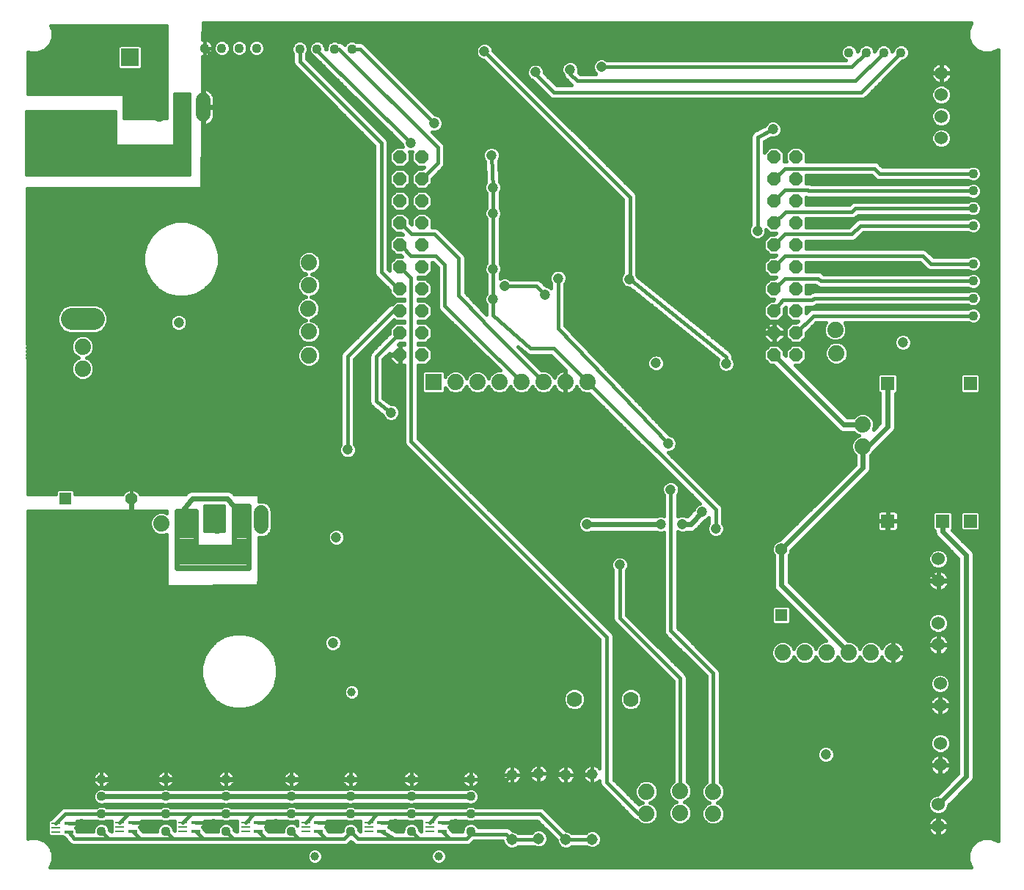
<source format=gbl>
G75*
%MOIN*%
%OFA0B0*%
%FSLAX25Y25*%
%IPPOS*%
%LPD*%
%AMOC8*
5,1,8,0,0,1.08239X$1,22.5*
%
%ADD10R,0.05543X0.05543*%
%ADD11C,0.05543*%
%ADD12C,0.06024*%
%ADD13R,0.08000X0.08000*%
%ADD14C,0.08000*%
%ADD15C,0.07400*%
%ADD16OC8,0.06024*%
%ADD17C,0.05150*%
%ADD18R,0.06024X0.06024*%
%ADD19C,0.10000*%
%ADD20C,0.04362*%
%ADD21C,0.07000*%
%ADD22R,0.04400X0.01000*%
%ADD23R,0.04400X0.01200*%
%ADD24R,0.07400X0.07400*%
%ADD25C,0.06600*%
%ADD26C,0.02400*%
%ADD27C,0.04750*%
%ADD28C,0.01600*%
%ADD29C,0.03962*%
D10*
X0025039Y0173587D03*
X0350543Y0120640D03*
D11*
X0350543Y0150640D03*
X0055039Y0173587D03*
D12*
X0421850Y0146197D03*
X0421850Y0136354D03*
X0421797Y0117053D03*
X0421797Y0107211D03*
X0422624Y0089553D03*
X0422624Y0079711D03*
X0422676Y0062459D03*
X0422676Y0052616D03*
X0421725Y0034548D03*
X0421725Y0024706D03*
X0423180Y0337565D03*
X0423180Y0347407D03*
X0423180Y0357250D03*
X0423180Y0367093D03*
D13*
X0054406Y0374356D03*
D14*
X0034720Y0374356D03*
D15*
X0135895Y0280905D03*
X0135770Y0270530D03*
X0135520Y0260030D03*
X0135770Y0249530D03*
X0135770Y0238780D03*
X0202378Y0226600D03*
X0212378Y0226600D03*
X0222378Y0226600D03*
X0232378Y0226600D03*
X0242378Y0226600D03*
X0252378Y0226600D03*
X0262378Y0226600D03*
X0375435Y0239750D03*
X0374935Y0250500D03*
X0387496Y0207250D03*
X0387496Y0197250D03*
X0391125Y0103625D03*
X0401125Y0103625D03*
X0381125Y0103625D03*
X0371125Y0103625D03*
X0361125Y0103625D03*
X0351125Y0103625D03*
X0319500Y0040500D03*
X0319500Y0030500D03*
X0304500Y0030750D03*
X0304500Y0040750D03*
X0289125Y0040500D03*
X0289125Y0030500D03*
X0078756Y0162250D03*
X0068756Y0162250D03*
X0032939Y0232750D03*
X0032939Y0242750D03*
D16*
X0177122Y0239000D03*
X0177122Y0249000D03*
X0177122Y0259000D03*
X0177122Y0269000D03*
X0177122Y0279000D03*
X0177122Y0289000D03*
X0177122Y0299000D03*
X0177122Y0309000D03*
X0177122Y0319000D03*
X0177122Y0329000D03*
X0187122Y0329000D03*
X0187122Y0319000D03*
X0187122Y0309000D03*
X0187122Y0299000D03*
X0187122Y0289000D03*
X0187122Y0279000D03*
X0187122Y0269000D03*
X0187122Y0259000D03*
X0187122Y0249000D03*
X0187122Y0239000D03*
X0347122Y0239000D03*
X0347122Y0249000D03*
X0357122Y0249000D03*
X0357122Y0239000D03*
X0357122Y0259000D03*
X0347122Y0259000D03*
X0347122Y0269000D03*
X0357122Y0269000D03*
X0357122Y0279000D03*
X0347122Y0279000D03*
X0347122Y0289000D03*
X0347122Y0299000D03*
X0357122Y0299000D03*
X0357122Y0289000D03*
X0357122Y0309000D03*
X0347122Y0309000D03*
X0347122Y0319000D03*
X0357122Y0319000D03*
X0357122Y0329000D03*
X0347122Y0329000D03*
D17*
X0264550Y0048300D03*
X0252500Y0048153D03*
X0240175Y0048575D03*
X0228000Y0048153D03*
X0228000Y0018625D03*
X0240175Y0019047D03*
X0252500Y0018625D03*
X0264550Y0018772D03*
D18*
X0398803Y0163481D03*
X0423764Y0163481D03*
X0436283Y0163481D03*
X0436303Y0226001D03*
X0398803Y0226001D03*
D19*
X0037939Y0255326D02*
X0027939Y0255326D01*
X0027939Y0343926D02*
X0037939Y0343926D01*
D20*
X0088323Y0378480D03*
X0096197Y0378480D03*
X0104071Y0378480D03*
X0111945Y0378480D03*
X0131630Y0378087D03*
X0139504Y0378087D03*
X0147378Y0378087D03*
X0155252Y0378087D03*
X0381236Y0376512D03*
X0389110Y0376512D03*
X0396984Y0376512D03*
X0404858Y0376512D03*
X0437693Y0321394D03*
X0437693Y0313520D03*
X0437693Y0305646D03*
X0437693Y0297772D03*
X0437693Y0280449D03*
X0437693Y0272575D03*
X0437693Y0264701D03*
X0437693Y0256827D03*
X0209340Y0046060D03*
X0209340Y0038186D03*
X0209340Y0030312D03*
X0209340Y0022438D03*
X0182340Y0022438D03*
X0182340Y0030312D03*
X0182340Y0038186D03*
X0182340Y0046060D03*
X0154715Y0046060D03*
X0154715Y0038186D03*
X0154715Y0030312D03*
X0154715Y0022438D03*
X0127840Y0022438D03*
X0127840Y0030312D03*
X0127840Y0038186D03*
X0127840Y0046060D03*
X0098090Y0046060D03*
X0098090Y0038186D03*
X0098090Y0030312D03*
X0098090Y0022438D03*
X0070590Y0022438D03*
X0070590Y0030312D03*
X0070590Y0038186D03*
X0070590Y0046060D03*
X0041465Y0046060D03*
X0041465Y0038186D03*
X0041465Y0030312D03*
X0041465Y0022438D03*
D21*
X0256455Y0082500D03*
X0282045Y0082500D03*
D22*
X0190600Y0026500D03*
X0190600Y0024500D03*
X0190600Y0022500D03*
X0162975Y0022500D03*
X0162975Y0024500D03*
X0162975Y0026500D03*
X0134350Y0026500D03*
X0134350Y0024500D03*
X0134350Y0022500D03*
X0106975Y0022500D03*
X0106975Y0024500D03*
X0106975Y0026500D03*
X0078475Y0026500D03*
X0078475Y0024500D03*
X0078475Y0022500D03*
X0049850Y0022500D03*
X0049850Y0024500D03*
X0049850Y0026500D03*
X0020850Y0026000D03*
X0020850Y0024000D03*
X0020850Y0022000D03*
D23*
X0026650Y0022000D03*
X0026650Y0026000D03*
X0055650Y0026500D03*
X0055650Y0022500D03*
X0084275Y0022500D03*
X0084275Y0026500D03*
X0112775Y0026500D03*
X0112775Y0022500D03*
X0140150Y0022500D03*
X0140150Y0026500D03*
X0168775Y0026500D03*
X0168775Y0022500D03*
X0196400Y0022500D03*
X0196400Y0026500D03*
D24*
X0192378Y0226600D03*
D25*
X0114150Y0167489D02*
X0114150Y0160889D01*
X0104150Y0160889D02*
X0104150Y0167489D01*
X0094150Y0167489D02*
X0094150Y0160889D01*
X0087772Y0348291D02*
X0087772Y0354891D01*
X0077772Y0354891D02*
X0077772Y0348291D01*
X0067772Y0348291D02*
X0067772Y0354891D01*
D26*
X0082890Y0173835D02*
X0098638Y0173835D01*
X0104150Y0167142D01*
X0104150Y0164189D01*
X0101787Y0164099D02*
X0108480Y0164099D01*
X0108480Y0166497D02*
X0101787Y0166497D01*
X0101787Y0168896D02*
X0108480Y0168896D01*
X0108480Y0170291D02*
X0101787Y0170291D01*
X0101787Y0151787D01*
X0084465Y0151787D01*
X0084465Y0167929D01*
X0075803Y0167929D01*
X0075803Y0141945D01*
X0108480Y0141945D01*
X0108480Y0170291D01*
X0108480Y0161700D02*
X0101787Y0161700D01*
X0101787Y0159302D02*
X0108480Y0159302D01*
X0108480Y0156903D02*
X0101787Y0156903D01*
X0101787Y0154505D02*
X0108480Y0154505D01*
X0108480Y0152106D02*
X0101787Y0152106D01*
X0108480Y0149708D02*
X0075803Y0149708D01*
X0075803Y0152106D02*
X0084465Y0152106D01*
X0084465Y0154505D02*
X0075803Y0154505D01*
X0075803Y0156903D02*
X0084465Y0156903D01*
X0084465Y0159302D02*
X0075803Y0159302D01*
X0075803Y0161700D02*
X0084465Y0161700D01*
X0084465Y0164099D02*
X0075803Y0164099D01*
X0075803Y0166497D02*
X0084465Y0166497D01*
X0078756Y0168520D02*
X0078756Y0162250D01*
X0078756Y0168520D02*
X0082890Y0173835D01*
X0075803Y0147309D02*
X0108480Y0147309D01*
X0108480Y0144911D02*
X0075803Y0144911D01*
X0075803Y0142512D02*
X0108480Y0142512D01*
X0054937Y0155331D02*
X0054937Y0173484D01*
X0055039Y0173587D01*
X0041465Y0046060D02*
X0070590Y0046060D01*
X0098090Y0046060D01*
X0127840Y0046060D01*
X0154715Y0046060D01*
X0182340Y0046060D01*
X0209340Y0046060D01*
X0209340Y0038186D02*
X0182340Y0038186D01*
X0154715Y0038186D01*
X0127840Y0038186D01*
X0098090Y0038186D01*
X0070590Y0038186D01*
X0041465Y0038186D01*
X0262024Y0162024D02*
X0295882Y0162024D01*
X0305331Y0162024D02*
X0309268Y0162024D01*
X0314386Y0167535D01*
X0350543Y0150640D02*
X0387496Y0187593D01*
X0387496Y0195094D01*
X0398803Y0206402D01*
X0398803Y0226001D01*
X0387496Y0207250D02*
X0378872Y0207250D01*
X0347122Y0239000D01*
X0387496Y0197250D02*
X0387496Y0195094D01*
X0398803Y0163481D02*
X0398803Y0159402D01*
X0421850Y0136354D01*
X0434465Y0147850D02*
X0423764Y0158551D01*
X0423764Y0163481D01*
X0434465Y0147850D02*
X0434465Y0047287D01*
X0421725Y0034548D01*
X0381125Y0103625D02*
X0350543Y0134207D01*
X0350543Y0150640D01*
D27*
X0320685Y0160055D03*
X0314386Y0167535D03*
X0305331Y0162024D03*
X0295882Y0162024D03*
X0286433Y0174622D03*
X0300213Y0177772D03*
X0299031Y0198638D03*
X0293520Y0235252D03*
X0325331Y0234976D03*
X0281315Y0273441D03*
X0249031Y0273835D03*
X0243126Y0266354D03*
X0224622Y0270291D03*
X0219504Y0264386D03*
X0219504Y0278165D03*
X0219504Y0303362D03*
X0219504Y0315173D03*
X0218717Y0329740D03*
X0192732Y0344307D03*
X0182102Y0335252D03*
X0146669Y0335646D03*
X0146669Y0318717D03*
X0146669Y0306512D03*
X0119110Y0283283D03*
X0076591Y0253756D03*
X0069898Y0202969D03*
X0054937Y0191551D03*
X0054937Y0155331D03*
X0140764Y0228953D03*
X0153362Y0195882D03*
X0173047Y0212811D03*
X0148244Y0156118D03*
X0146669Y0108087D03*
X0149031Y0025409D03*
X0175016Y0025803D03*
X0202575Y0025803D03*
X0120685Y0025803D03*
X0092339Y0025803D03*
X0064386Y0025409D03*
X0032496Y0025803D03*
X0262024Y0162024D03*
X0276984Y0143520D03*
X0373835Y0124622D03*
X0370685Y0057299D03*
X0405724Y0244701D03*
X0339583Y0295488D03*
X0313992Y0288402D03*
X0313992Y0307693D03*
X0313992Y0324228D03*
X0313992Y0339189D03*
X0346669Y0341551D03*
X0268717Y0369898D03*
X0254543Y0368717D03*
X0238795Y0367535D03*
X0215567Y0376984D03*
D28*
X0019383Y0009144D02*
X0018129Y0006118D01*
X0436627Y0006118D01*
X0435373Y0009144D01*
X0435373Y0012541D01*
X0436673Y0015680D01*
X0439076Y0018083D01*
X0442215Y0019383D01*
X0445612Y0019383D01*
X0448751Y0018083D01*
X0448956Y0017878D01*
X0448956Y0377823D01*
X0448751Y0377618D01*
X0445612Y0376318D01*
X0442215Y0376318D01*
X0439076Y0377618D01*
X0436673Y0380021D01*
X0435373Y0383160D01*
X0435373Y0386557D01*
X0436673Y0389696D01*
X0436878Y0389901D01*
X0087612Y0389901D01*
X0087573Y0382390D01*
X0087931Y0382461D01*
X0088323Y0382461D01*
X0088715Y0382461D01*
X0089484Y0382308D01*
X0090209Y0382008D01*
X0090861Y0381573D01*
X0091415Y0381018D01*
X0091851Y0380366D01*
X0092151Y0379642D01*
X0092304Y0378872D01*
X0092304Y0378480D01*
X0088323Y0378480D01*
X0088323Y0374499D01*
X0088715Y0374499D01*
X0089484Y0374652D01*
X0090209Y0374952D01*
X0090861Y0375388D01*
X0091415Y0375943D01*
X0091851Y0376595D01*
X0092151Y0377319D01*
X0092304Y0378088D01*
X0092304Y0378480D01*
X0088323Y0378480D01*
X0088323Y0378480D01*
X0088323Y0378480D01*
X0088323Y0374499D01*
X0087931Y0374499D01*
X0087532Y0374579D01*
X0087456Y0359991D01*
X0087472Y0359991D01*
X0087472Y0351891D01*
X0088072Y0351891D01*
X0088072Y0359991D01*
X0088173Y0359991D01*
X0088966Y0359865D01*
X0089729Y0359617D01*
X0090445Y0359252D01*
X0091094Y0358781D01*
X0091662Y0358213D01*
X0092134Y0357564D01*
X0092498Y0356848D01*
X0092746Y0356085D01*
X0092872Y0355292D01*
X0092872Y0351891D01*
X0088072Y0351891D01*
X0088072Y0351291D01*
X0092872Y0351291D01*
X0092872Y0347889D01*
X0092746Y0347096D01*
X0092498Y0346333D01*
X0092134Y0345618D01*
X0091662Y0344968D01*
X0091094Y0344400D01*
X0090445Y0343929D01*
X0089729Y0343564D01*
X0088966Y0343316D01*
X0088173Y0343191D01*
X0088072Y0343191D01*
X0088072Y0351290D01*
X0087472Y0351290D01*
X0087472Y0343191D01*
X0087370Y0343191D01*
X0087368Y0343191D01*
X0087220Y0314780D01*
X0007693Y0314780D01*
X0008087Y0175803D01*
X0020668Y0175803D01*
X0020668Y0177021D01*
X0021605Y0177958D01*
X0028474Y0177958D01*
X0029411Y0177021D01*
X0029411Y0175803D01*
X0051038Y0175803D01*
X0051129Y0175983D01*
X0051552Y0176565D01*
X0052061Y0177074D01*
X0052643Y0177497D01*
X0053284Y0177823D01*
X0053969Y0178046D01*
X0054680Y0178158D01*
X0054954Y0178158D01*
X0054954Y0175803D01*
X0055125Y0175803D01*
X0055125Y0178158D01*
X0055399Y0178158D01*
X0056110Y0178046D01*
X0056794Y0177823D01*
X0057435Y0177497D01*
X0058018Y0177074D01*
X0058526Y0176565D01*
X0058949Y0175983D01*
X0059041Y0175803D01*
X0079836Y0175803D01*
X0079859Y0175860D01*
X0080205Y0176205D01*
X0080505Y0176591D01*
X0080703Y0176704D01*
X0080865Y0176865D01*
X0081316Y0177052D01*
X0081741Y0177294D01*
X0081968Y0177322D01*
X0082179Y0177409D01*
X0082667Y0177409D01*
X0083152Y0177470D01*
X0083372Y0177409D01*
X0098104Y0177409D01*
X0098274Y0177461D01*
X0098810Y0177409D01*
X0099349Y0177409D01*
X0099513Y0177341D01*
X0099690Y0177324D01*
X0100165Y0177071D01*
X0100663Y0176865D01*
X0100788Y0176740D01*
X0100945Y0176656D01*
X0101288Y0176240D01*
X0101668Y0175860D01*
X0101692Y0175803D01*
X0113205Y0175803D01*
X0113205Y0172389D01*
X0115124Y0172389D01*
X0116925Y0171643D01*
X0118304Y0170265D01*
X0119050Y0168464D01*
X0119050Y0159914D01*
X0118304Y0158113D01*
X0116925Y0156735D01*
X0115124Y0155989D01*
X0113205Y0155989D01*
X0113205Y0135646D01*
X0112811Y0135646D01*
X0112811Y0134071D01*
X0071079Y0133677D01*
X0071079Y0157475D01*
X0069810Y0156950D01*
X0067702Y0156950D01*
X0065754Y0157757D01*
X0064263Y0159248D01*
X0063456Y0161196D01*
X0063456Y0163304D01*
X0064263Y0165252D01*
X0065754Y0166743D01*
X0067702Y0167550D01*
X0069810Y0167550D01*
X0071079Y0167025D01*
X0071079Y0167929D01*
X0008087Y0167929D01*
X0008087Y0018945D01*
X0009144Y0019383D01*
X0012541Y0019383D01*
X0015680Y0018083D01*
X0018083Y0015680D01*
X0019383Y0012541D01*
X0019383Y0009144D01*
X0019320Y0008993D02*
X0135455Y0008993D01*
X0135464Y0008971D02*
X0136471Y0007964D01*
X0137788Y0007419D01*
X0139212Y0007419D01*
X0140529Y0007964D01*
X0141536Y0008971D01*
X0142081Y0010288D01*
X0142081Y0011712D01*
X0141536Y0013029D01*
X0140529Y0014036D01*
X0139212Y0014581D01*
X0137788Y0014581D01*
X0136471Y0014036D01*
X0135464Y0013029D01*
X0134919Y0011712D01*
X0134919Y0010288D01*
X0135464Y0008971D01*
X0134919Y0010591D02*
X0019383Y0010591D01*
X0019383Y0012190D02*
X0135117Y0012190D01*
X0136224Y0013788D02*
X0018866Y0013788D01*
X0018204Y0015387D02*
X0225334Y0015387D01*
X0225635Y0015086D02*
X0227170Y0014450D01*
X0228830Y0014450D01*
X0230365Y0015086D01*
X0230729Y0015450D01*
X0237950Y0015450D01*
X0239345Y0014873D01*
X0241005Y0014873D01*
X0242540Y0015508D01*
X0243714Y0016683D01*
X0244350Y0018217D01*
X0244350Y0019878D01*
X0243714Y0021412D01*
X0242540Y0022587D01*
X0241005Y0023222D01*
X0239345Y0023222D01*
X0237810Y0022587D01*
X0237023Y0021800D01*
X0230729Y0021800D01*
X0230365Y0022164D01*
X0228830Y0022800D01*
X0228315Y0022800D01*
X0227273Y0023842D01*
X0226106Y0024325D01*
X0212650Y0024325D01*
X0212545Y0024580D01*
X0211481Y0025643D01*
X0210092Y0026219D01*
X0208587Y0026219D01*
X0207198Y0025643D01*
X0206134Y0024580D01*
X0205558Y0023190D01*
X0205558Y0022285D01*
X0201105Y0022285D01*
X0200200Y0023190D01*
X0200200Y0023763D01*
X0199577Y0024386D01*
X0199705Y0024460D01*
X0200040Y0024795D01*
X0200277Y0025205D01*
X0200400Y0025663D01*
X0200400Y0026500D01*
X0200400Y0027137D01*
X0207167Y0027137D01*
X0207198Y0027107D01*
X0208587Y0026531D01*
X0210092Y0026531D01*
X0211481Y0027107D01*
X0211512Y0027137D01*
X0239498Y0027137D01*
X0248325Y0018310D01*
X0248325Y0017795D01*
X0248961Y0016260D01*
X0250135Y0015086D01*
X0251670Y0014450D01*
X0253330Y0014450D01*
X0254865Y0015086D01*
X0255229Y0015450D01*
X0261968Y0015450D01*
X0262185Y0015233D01*
X0263720Y0014598D01*
X0265380Y0014598D01*
X0266915Y0015233D01*
X0268089Y0016408D01*
X0268725Y0017942D01*
X0268725Y0019603D01*
X0268089Y0021137D01*
X0266915Y0022312D01*
X0265380Y0022947D01*
X0263720Y0022947D01*
X0262185Y0022312D01*
X0261673Y0021800D01*
X0255229Y0021800D01*
X0254865Y0022164D01*
X0253330Y0022800D01*
X0252815Y0022800D01*
X0243504Y0032110D01*
X0243504Y0032110D01*
X0242611Y0033003D01*
X0241445Y0033487D01*
X0211512Y0033487D01*
X0211481Y0033517D01*
X0210092Y0034093D01*
X0208587Y0034093D01*
X0207198Y0033517D01*
X0207167Y0033487D01*
X0184512Y0033487D01*
X0184481Y0033517D01*
X0183092Y0034093D01*
X0181587Y0034093D01*
X0180198Y0033517D01*
X0180167Y0033487D01*
X0156887Y0033487D01*
X0156856Y0033517D01*
X0155467Y0034093D01*
X0153962Y0034093D01*
X0152573Y0033517D01*
X0152542Y0033487D01*
X0130012Y0033487D01*
X0129981Y0033517D01*
X0128592Y0034093D01*
X0127087Y0034093D01*
X0125698Y0033517D01*
X0125667Y0033487D01*
X0100262Y0033487D01*
X0100231Y0033517D01*
X0098842Y0034093D01*
X0097337Y0034093D01*
X0095948Y0033517D01*
X0095917Y0033487D01*
X0072762Y0033487D01*
X0072731Y0033517D01*
X0071342Y0034093D01*
X0069837Y0034093D01*
X0068448Y0033517D01*
X0068417Y0033487D01*
X0043637Y0033487D01*
X0043606Y0033517D01*
X0042217Y0034093D01*
X0040712Y0034093D01*
X0039323Y0033517D01*
X0039292Y0033487D01*
X0024530Y0033487D01*
X0023364Y0033003D01*
X0018460Y0028100D01*
X0017987Y0028100D01*
X0017050Y0027163D01*
X0017050Y0020837D01*
X0017987Y0019900D01*
X0023687Y0019900D01*
X0023787Y0019800D01*
X0024355Y0019800D01*
X0026409Y0017422D01*
X0026455Y0017312D01*
X0026819Y0016947D01*
X0027156Y0016557D01*
X0027263Y0016503D01*
X0027348Y0016419D01*
X0027824Y0016221D01*
X0028285Y0015990D01*
X0028404Y0015981D01*
X0028515Y0015935D01*
X0029030Y0015935D01*
X0029544Y0015898D01*
X0029658Y0015935D01*
X0152419Y0015935D01*
X0153586Y0016419D01*
X0154915Y0017748D01*
X0155351Y0017312D01*
X0156244Y0016419D01*
X0157411Y0015935D01*
X0174305Y0015935D01*
X0174710Y0015878D01*
X0174930Y0015935D01*
X0207931Y0015935D01*
X0209098Y0016419D01*
X0210655Y0017976D01*
X0223825Y0017976D01*
X0223825Y0017795D01*
X0224461Y0016260D01*
X0225635Y0015086D01*
X0224160Y0016985D02*
X0209664Y0016985D01*
X0207299Y0019110D02*
X0209340Y0021151D01*
X0225474Y0021151D01*
X0228000Y0018625D01*
X0239753Y0018625D01*
X0240175Y0019047D01*
X0243346Y0021781D02*
X0244855Y0021781D01*
X0244224Y0020182D02*
X0246453Y0020182D01*
X0248052Y0018584D02*
X0244350Y0018584D01*
X0243840Y0016985D02*
X0248660Y0016985D01*
X0249834Y0015387D02*
X0242246Y0015387D01*
X0238104Y0015387D02*
X0230666Y0015387D01*
X0227736Y0023379D02*
X0243256Y0023379D01*
X0241657Y0024978D02*
X0212147Y0024978D01*
X0210201Y0026576D02*
X0240059Y0026576D01*
X0240813Y0030312D02*
X0252500Y0018625D01*
X0264403Y0018625D01*
X0264550Y0018772D01*
X0267446Y0021781D02*
X0417903Y0021781D01*
X0418055Y0021571D02*
X0418591Y0021035D01*
X0419203Y0020590D01*
X0419878Y0020246D01*
X0420599Y0020012D01*
X0421347Y0019894D01*
X0421521Y0019894D01*
X0421521Y0024502D01*
X0416914Y0024502D01*
X0416914Y0024327D01*
X0417032Y0023579D01*
X0417266Y0022859D01*
X0417610Y0022184D01*
X0418055Y0021571D01*
X0417097Y0023379D02*
X0252236Y0023379D01*
X0250637Y0024978D02*
X0416914Y0024978D01*
X0416914Y0024910D02*
X0421521Y0024910D01*
X0421521Y0024502D01*
X0421929Y0024502D01*
X0421929Y0019894D01*
X0422104Y0019894D01*
X0422852Y0020012D01*
X0423572Y0020246D01*
X0424247Y0020590D01*
X0424860Y0021035D01*
X0425396Y0021571D01*
X0425841Y0022184D01*
X0426185Y0022859D01*
X0426419Y0023579D01*
X0426537Y0024327D01*
X0426537Y0024502D01*
X0421929Y0024502D01*
X0421929Y0024910D01*
X0421521Y0024910D01*
X0421521Y0029518D01*
X0421347Y0029518D01*
X0420599Y0029399D01*
X0419878Y0029165D01*
X0419203Y0028821D01*
X0418591Y0028376D01*
X0418055Y0027840D01*
X0417610Y0027228D01*
X0417266Y0026553D01*
X0417032Y0025832D01*
X0416914Y0025084D01*
X0416914Y0024910D01*
X0417278Y0026576D02*
X0323072Y0026576D01*
X0322502Y0026007D02*
X0323993Y0027498D01*
X0324800Y0029446D01*
X0324800Y0031554D01*
X0323993Y0033502D01*
X0322502Y0034993D01*
X0321278Y0035500D01*
X0322502Y0036007D01*
X0323993Y0037498D01*
X0324800Y0039446D01*
X0324800Y0041554D01*
X0323993Y0043502D01*
X0322675Y0044821D01*
X0322675Y0094943D01*
X0322191Y0096109D01*
X0303387Y0114913D01*
X0303387Y0158526D01*
X0304540Y0158049D01*
X0306121Y0158049D01*
X0307087Y0158449D01*
X0308625Y0158449D01*
X0308689Y0158425D01*
X0309334Y0158449D01*
X0309979Y0158449D01*
X0310042Y0158475D01*
X0310111Y0158478D01*
X0310697Y0158746D01*
X0311293Y0158993D01*
X0311341Y0159041D01*
X0311403Y0159070D01*
X0311842Y0159543D01*
X0312298Y0159999D01*
X0312324Y0160062D01*
X0315821Y0163828D01*
X0316637Y0164166D01*
X0317510Y0165039D01*
X0317510Y0162502D01*
X0317315Y0162307D01*
X0316710Y0160846D01*
X0316710Y0159264D01*
X0317315Y0157804D01*
X0318433Y0156685D01*
X0319894Y0156080D01*
X0321476Y0156080D01*
X0322937Y0156685D01*
X0324055Y0157804D01*
X0324660Y0159264D01*
X0324660Y0160846D01*
X0324055Y0162307D01*
X0323860Y0162502D01*
X0323860Y0168061D01*
X0323862Y0168066D01*
X0323860Y0168692D01*
X0323860Y0169319D01*
X0323858Y0169324D01*
X0323858Y0169329D01*
X0323616Y0169907D01*
X0323377Y0170485D01*
X0323373Y0170489D01*
X0323370Y0170494D01*
X0322928Y0170934D01*
X0322483Y0171378D01*
X0322478Y0171381D01*
X0299038Y0194663D01*
X0299822Y0194663D01*
X0301283Y0195268D01*
X0302401Y0196386D01*
X0303006Y0197847D01*
X0303006Y0199428D01*
X0302401Y0200889D01*
X0301283Y0202007D01*
X0299822Y0202613D01*
X0299626Y0202613D01*
X0252206Y0252272D01*
X0252206Y0271388D01*
X0252401Y0271583D01*
X0253006Y0273044D01*
X0253006Y0274625D01*
X0252401Y0276086D01*
X0251283Y0277204D01*
X0249822Y0277809D01*
X0248241Y0277809D01*
X0246780Y0277204D01*
X0245662Y0276086D01*
X0245057Y0274625D01*
X0245057Y0273044D01*
X0245662Y0271583D01*
X0245857Y0271388D01*
X0245857Y0269245D01*
X0245378Y0269724D01*
X0243917Y0270329D01*
X0243641Y0270329D01*
X0240987Y0272983D01*
X0239820Y0273466D01*
X0227068Y0273466D01*
X0226874Y0273661D01*
X0225413Y0274266D01*
X0223831Y0274266D01*
X0222679Y0273789D01*
X0222679Y0275719D01*
X0222874Y0275914D01*
X0223479Y0277375D01*
X0223479Y0278956D01*
X0222874Y0280417D01*
X0222679Y0280612D01*
X0222679Y0300916D01*
X0222874Y0301111D01*
X0223479Y0302572D01*
X0223479Y0304153D01*
X0222874Y0305614D01*
X0222679Y0305809D01*
X0222679Y0312727D01*
X0222874Y0312922D01*
X0223479Y0314383D01*
X0223479Y0315964D01*
X0222874Y0317425D01*
X0222544Y0317755D01*
X0222021Y0327424D01*
X0222086Y0327489D01*
X0222691Y0328950D01*
X0222691Y0330531D01*
X0222086Y0331992D01*
X0220968Y0333110D01*
X0219507Y0333715D01*
X0217926Y0333715D01*
X0216465Y0333110D01*
X0215347Y0331992D01*
X0214742Y0330531D01*
X0214742Y0328950D01*
X0215347Y0327489D01*
X0215677Y0327159D01*
X0216199Y0317490D01*
X0216134Y0317425D01*
X0215529Y0315964D01*
X0215529Y0314383D01*
X0216134Y0312922D01*
X0216329Y0312727D01*
X0216329Y0305809D01*
X0216134Y0305614D01*
X0215529Y0304153D01*
X0215529Y0302572D01*
X0216134Y0301111D01*
X0216329Y0300916D01*
X0216329Y0280612D01*
X0216134Y0280417D01*
X0215529Y0278956D01*
X0215529Y0277375D01*
X0216134Y0275914D01*
X0216329Y0275719D01*
X0216329Y0266832D01*
X0216134Y0266637D01*
X0215529Y0265176D01*
X0215529Y0263595D01*
X0216134Y0262134D01*
X0216329Y0261939D01*
X0216329Y0257509D01*
X0206931Y0267243D01*
X0206931Y0283521D01*
X0206447Y0284688D01*
X0205554Y0285581D01*
X0195424Y0295712D01*
X0194531Y0296605D01*
X0193364Y0297088D01*
X0191732Y0297088D01*
X0191734Y0297090D01*
X0191734Y0300910D01*
X0189032Y0303612D01*
X0185212Y0303612D01*
X0182510Y0300910D01*
X0182510Y0298389D01*
X0181734Y0299165D01*
X0181734Y0300910D01*
X0179032Y0303612D01*
X0175212Y0303612D01*
X0172510Y0300910D01*
X0172510Y0297090D01*
X0175212Y0294388D01*
X0177531Y0294388D01*
X0178308Y0293612D01*
X0175212Y0293612D01*
X0172510Y0290910D01*
X0172510Y0287090D01*
X0175212Y0284388D01*
X0177295Y0284388D01*
X0178072Y0283612D01*
X0175212Y0283612D01*
X0172510Y0280910D01*
X0172510Y0277287D01*
X0171891Y0277906D01*
X0171891Y0335883D01*
X0171408Y0337050D01*
X0134805Y0373654D01*
X0134805Y0375914D01*
X0134835Y0375945D01*
X0135411Y0377334D01*
X0135411Y0378839D01*
X0134835Y0380228D01*
X0133772Y0381292D01*
X0132382Y0381868D01*
X0130878Y0381868D01*
X0129488Y0381292D01*
X0128424Y0380228D01*
X0127849Y0378839D01*
X0127849Y0377334D01*
X0128424Y0375945D01*
X0128455Y0375914D01*
X0128455Y0371707D01*
X0128938Y0370540D01*
X0165542Y0333937D01*
X0165542Y0275959D01*
X0166025Y0274792D01*
X0172510Y0268307D01*
X0172510Y0267090D01*
X0175212Y0264388D01*
X0178928Y0264388D01*
X0178928Y0263612D01*
X0175212Y0263612D01*
X0173775Y0262175D01*
X0173329Y0262175D01*
X0172162Y0261691D01*
X0150671Y0240200D01*
X0150187Y0239033D01*
X0150187Y0198328D01*
X0149993Y0198133D01*
X0149387Y0196673D01*
X0149387Y0195091D01*
X0149993Y0193630D01*
X0151111Y0192512D01*
X0152572Y0191907D01*
X0154153Y0191907D01*
X0155614Y0192512D01*
X0156732Y0193630D01*
X0157337Y0195091D01*
X0157337Y0196673D01*
X0156732Y0198133D01*
X0156537Y0198328D01*
X0156537Y0237087D01*
X0174525Y0255075D01*
X0175212Y0254388D01*
X0178928Y0254388D01*
X0178928Y0253612D01*
X0175212Y0253612D01*
X0172510Y0250910D01*
X0172510Y0248878D01*
X0164556Y0240924D01*
X0163663Y0240031D01*
X0163180Y0238864D01*
X0163180Y0218344D01*
X0163124Y0218136D01*
X0163180Y0217718D01*
X0163180Y0217298D01*
X0163262Y0217098D01*
X0163291Y0216884D01*
X0163502Y0216520D01*
X0163663Y0216131D01*
X0163816Y0215978D01*
X0163924Y0215791D01*
X0164258Y0215535D01*
X0164556Y0215238D01*
X0164756Y0215155D01*
X0169173Y0211777D01*
X0169678Y0210559D01*
X0170796Y0209441D01*
X0172257Y0208836D01*
X0173838Y0208836D01*
X0175299Y0209441D01*
X0176417Y0210559D01*
X0177022Y0212020D01*
X0177022Y0213602D01*
X0178928Y0213602D01*
X0178928Y0212003D02*
X0177015Y0212003D01*
X0177022Y0213602D02*
X0176417Y0215063D01*
X0175299Y0216181D01*
X0173838Y0216786D01*
X0173076Y0216786D01*
X0169529Y0219498D01*
X0169529Y0236917D01*
X0172310Y0239698D01*
X0172310Y0239204D01*
X0176918Y0239204D01*
X0176918Y0238796D01*
X0172310Y0238796D01*
X0172310Y0237007D01*
X0175129Y0234188D01*
X0176918Y0234188D01*
X0176918Y0238796D01*
X0177326Y0238796D01*
X0177326Y0234188D01*
X0178928Y0234188D01*
X0178928Y0199187D01*
X0179411Y0198021D01*
X0267904Y0109527D01*
X0267904Y0051127D01*
X0267887Y0051150D01*
X0267400Y0051637D01*
X0266843Y0052042D01*
X0266229Y0052354D01*
X0265574Y0052567D01*
X0264894Y0052675D01*
X0264550Y0052675D01*
X0264206Y0052675D01*
X0263526Y0052567D01*
X0262871Y0052354D01*
X0262257Y0052042D01*
X0261700Y0051637D01*
X0261213Y0051150D01*
X0260808Y0050593D01*
X0260496Y0049979D01*
X0260283Y0049324D01*
X0260175Y0048644D01*
X0260175Y0048300D01*
X0264550Y0048300D01*
X0264403Y0048153D01*
X0252500Y0048153D01*
X0252500Y0052527D01*
X0252500Y0048153D01*
X0252500Y0048153D01*
X0252500Y0048152D01*
X0252500Y0043778D01*
X0252844Y0043778D01*
X0253524Y0043885D01*
X0254179Y0044098D01*
X0254793Y0044411D01*
X0255350Y0044816D01*
X0255837Y0045303D01*
X0256242Y0045860D01*
X0256554Y0046473D01*
X0256767Y0047128D01*
X0256875Y0047808D01*
X0256875Y0048152D01*
X0252500Y0048152D01*
X0252500Y0048152D01*
X0252500Y0043778D01*
X0252156Y0043778D01*
X0251476Y0043885D01*
X0250821Y0044098D01*
X0250207Y0044411D01*
X0249650Y0044816D01*
X0249163Y0045303D01*
X0248758Y0045860D01*
X0248446Y0046473D01*
X0248233Y0047128D01*
X0248125Y0047808D01*
X0248125Y0048152D01*
X0252500Y0048152D01*
X0252500Y0048153D01*
X0248125Y0048153D01*
X0248125Y0048497D01*
X0248233Y0049177D01*
X0248446Y0049832D01*
X0248758Y0050445D01*
X0249163Y0051003D01*
X0249650Y0051489D01*
X0250207Y0051894D01*
X0250821Y0052207D01*
X0251476Y0052420D01*
X0252156Y0052527D01*
X0252500Y0052527D01*
X0252844Y0052527D01*
X0253524Y0052420D01*
X0254179Y0052207D01*
X0254793Y0051894D01*
X0255350Y0051489D01*
X0255837Y0051003D01*
X0256242Y0050445D01*
X0256554Y0049832D01*
X0256767Y0049177D01*
X0256875Y0048497D01*
X0256875Y0048153D01*
X0252500Y0048153D01*
X0252078Y0048575D01*
X0240175Y0048575D01*
X0239753Y0048153D01*
X0228000Y0048153D01*
X0228000Y0052527D01*
X0228000Y0048153D01*
X0228000Y0048153D01*
X0228000Y0048152D01*
X0228000Y0043778D01*
X0228344Y0043778D01*
X0229024Y0043885D01*
X0229679Y0044098D01*
X0230293Y0044411D01*
X0230850Y0044816D01*
X0231337Y0045303D01*
X0231742Y0045860D01*
X0232054Y0046473D01*
X0232267Y0047128D01*
X0232375Y0047808D01*
X0232375Y0048152D01*
X0228000Y0048152D01*
X0228000Y0048152D01*
X0228000Y0043778D01*
X0227656Y0043778D01*
X0226976Y0043885D01*
X0226321Y0044098D01*
X0225707Y0044411D01*
X0225150Y0044816D01*
X0224663Y0045303D01*
X0224258Y0045860D01*
X0223946Y0046473D01*
X0223733Y0047128D01*
X0223625Y0047808D01*
X0223625Y0048152D01*
X0228000Y0048152D01*
X0228000Y0048153D01*
X0223625Y0048153D01*
X0223625Y0048497D01*
X0223733Y0049177D01*
X0223946Y0049832D01*
X0224258Y0050445D01*
X0224663Y0051003D01*
X0225150Y0051489D01*
X0225707Y0051894D01*
X0226321Y0052207D01*
X0226976Y0052420D01*
X0227656Y0052527D01*
X0228000Y0052527D01*
X0228344Y0052527D01*
X0229024Y0052420D01*
X0229679Y0052207D01*
X0230293Y0051894D01*
X0230850Y0051489D01*
X0231337Y0051003D01*
X0231742Y0050445D01*
X0232054Y0049832D01*
X0232267Y0049177D01*
X0232375Y0048497D01*
X0232375Y0048153D01*
X0228000Y0048153D01*
X0225907Y0046060D01*
X0209340Y0046060D01*
X0213321Y0046060D01*
X0213321Y0046452D01*
X0213168Y0047221D01*
X0212868Y0047946D01*
X0212432Y0048598D01*
X0211877Y0049152D01*
X0211225Y0049588D01*
X0210501Y0049888D01*
X0209732Y0050041D01*
X0209340Y0050041D01*
X0209340Y0046060D01*
X0209340Y0046060D01*
X0213321Y0046060D01*
X0213321Y0045668D01*
X0213168Y0044899D01*
X0212868Y0044174D01*
X0212432Y0043522D01*
X0211877Y0042968D01*
X0211225Y0042532D01*
X0210501Y0042232D01*
X0209732Y0042079D01*
X0209340Y0042079D01*
X0209340Y0046060D01*
X0209339Y0046060D01*
X0205358Y0046060D01*
X0205358Y0045668D01*
X0205511Y0044899D01*
X0205812Y0044174D01*
X0206247Y0043522D01*
X0206802Y0042968D01*
X0207454Y0042532D01*
X0208178Y0042232D01*
X0208947Y0042079D01*
X0209339Y0042079D01*
X0209339Y0046060D01*
X0209339Y0046060D01*
X0205358Y0046060D01*
X0205358Y0046452D01*
X0205511Y0047221D01*
X0205812Y0047946D01*
X0206247Y0048598D01*
X0206802Y0049152D01*
X0207454Y0049588D01*
X0208178Y0049888D01*
X0208947Y0050041D01*
X0209339Y0050041D01*
X0209339Y0046060D01*
X0209340Y0046060D01*
X0209339Y0045758D02*
X0209340Y0045758D01*
X0209339Y0044160D02*
X0209340Y0044160D01*
X0209339Y0042561D02*
X0209340Y0042561D01*
X0210092Y0041967D02*
X0208587Y0041967D01*
X0208089Y0041761D01*
X0183590Y0041761D01*
X0183092Y0041967D01*
X0181587Y0041967D01*
X0181089Y0041761D01*
X0155965Y0041761D01*
X0155467Y0041967D01*
X0153962Y0041967D01*
X0153464Y0041761D01*
X0129090Y0041761D01*
X0128592Y0041967D01*
X0127087Y0041967D01*
X0126589Y0041761D01*
X0099340Y0041761D01*
X0098842Y0041967D01*
X0097337Y0041967D01*
X0096839Y0041761D01*
X0071840Y0041761D01*
X0071342Y0041967D01*
X0069837Y0041967D01*
X0069339Y0041761D01*
X0042715Y0041761D01*
X0042217Y0041967D01*
X0040712Y0041967D01*
X0039323Y0041391D01*
X0038259Y0040328D01*
X0037683Y0038938D01*
X0037683Y0037434D01*
X0038259Y0036044D01*
X0039323Y0034981D01*
X0040712Y0034405D01*
X0042217Y0034405D01*
X0042715Y0034611D01*
X0069339Y0034611D01*
X0069837Y0034405D01*
X0071342Y0034405D01*
X0071840Y0034611D01*
X0096839Y0034611D01*
X0097337Y0034405D01*
X0098842Y0034405D01*
X0099340Y0034611D01*
X0126589Y0034611D01*
X0127087Y0034405D01*
X0128592Y0034405D01*
X0129090Y0034611D01*
X0153464Y0034611D01*
X0153962Y0034405D01*
X0155467Y0034405D01*
X0155965Y0034611D01*
X0181089Y0034611D01*
X0181587Y0034405D01*
X0183092Y0034405D01*
X0183590Y0034611D01*
X0208089Y0034611D01*
X0208587Y0034405D01*
X0210092Y0034405D01*
X0211481Y0034981D01*
X0212545Y0036044D01*
X0213121Y0037434D01*
X0213121Y0038938D01*
X0212545Y0040328D01*
X0211481Y0041391D01*
X0210092Y0041967D01*
X0211269Y0042561D02*
X0268728Y0042561D01*
X0268387Y0042902D02*
X0283481Y0027809D01*
X0284648Y0027325D01*
X0284804Y0027325D01*
X0286123Y0026007D01*
X0288071Y0025200D01*
X0290179Y0025200D01*
X0292127Y0026007D01*
X0293618Y0027498D01*
X0294425Y0029446D01*
X0294425Y0031554D01*
X0293618Y0033502D01*
X0292127Y0034993D01*
X0290903Y0035500D01*
X0292127Y0036007D01*
X0293618Y0037498D01*
X0294425Y0039446D01*
X0294425Y0041554D01*
X0293618Y0043502D01*
X0292127Y0044993D01*
X0290179Y0045800D01*
X0288071Y0045800D01*
X0286123Y0044993D01*
X0284632Y0043502D01*
X0283825Y0041554D01*
X0283825Y0039446D01*
X0284632Y0037498D01*
X0286123Y0036007D01*
X0287347Y0035500D01*
X0286123Y0034993D01*
X0285700Y0034570D01*
X0274254Y0046016D01*
X0274254Y0111474D01*
X0273770Y0112641D01*
X0272877Y0113534D01*
X0185277Y0201134D01*
X0185277Y0234388D01*
X0189032Y0234388D01*
X0191734Y0237090D01*
X0191734Y0240910D01*
X0189032Y0243612D01*
X0185277Y0243612D01*
X0185277Y0244388D01*
X0189032Y0244388D01*
X0191734Y0247090D01*
X0191734Y0250910D01*
X0189032Y0253612D01*
X0185277Y0253612D01*
X0185277Y0254388D01*
X0189032Y0254388D01*
X0191734Y0257090D01*
X0191734Y0260910D01*
X0189032Y0263612D01*
X0185277Y0263612D01*
X0185277Y0264388D01*
X0189032Y0264388D01*
X0191734Y0267090D01*
X0191734Y0270910D01*
X0189032Y0273612D01*
X0185277Y0273612D01*
X0185277Y0274388D01*
X0189032Y0274388D01*
X0191734Y0277090D01*
X0191734Y0280896D01*
X0192205Y0280896D01*
X0194282Y0278819D01*
X0194282Y0260605D01*
X0194765Y0259438D01*
X0208938Y0245265D01*
X0209832Y0244372D01*
X0210319Y0244170D01*
X0222588Y0231900D01*
X0221324Y0231900D01*
X0219376Y0231094D01*
X0217885Y0229603D01*
X0217378Y0228379D01*
X0216871Y0229603D01*
X0215380Y0231094D01*
X0213432Y0231900D01*
X0211324Y0231900D01*
X0209376Y0231094D01*
X0207885Y0229603D01*
X0207378Y0228379D01*
X0206871Y0229603D01*
X0205380Y0231094D01*
X0203432Y0231900D01*
X0201324Y0231900D01*
X0199376Y0231094D01*
X0197885Y0229603D01*
X0197678Y0229103D01*
X0197678Y0230963D01*
X0196741Y0231900D01*
X0188015Y0231900D01*
X0187078Y0230963D01*
X0187078Y0222238D01*
X0188015Y0221300D01*
X0196741Y0221300D01*
X0197678Y0222238D01*
X0197678Y0224098D01*
X0197885Y0223598D01*
X0199376Y0222107D01*
X0201324Y0221300D01*
X0203432Y0221300D01*
X0205380Y0222107D01*
X0206871Y0223598D01*
X0207378Y0224822D01*
X0207885Y0223598D01*
X0209376Y0222107D01*
X0211324Y0221300D01*
X0213432Y0221300D01*
X0215380Y0222107D01*
X0216871Y0223598D01*
X0217378Y0224822D01*
X0217885Y0223598D01*
X0219376Y0222107D01*
X0221324Y0221300D01*
X0223432Y0221300D01*
X0225380Y0222107D01*
X0226871Y0223598D01*
X0227378Y0224822D01*
X0227885Y0223598D01*
X0229376Y0222107D01*
X0231324Y0221300D01*
X0233432Y0221300D01*
X0235380Y0222107D01*
X0236871Y0223598D01*
X0237378Y0224822D01*
X0237885Y0223598D01*
X0239376Y0222107D01*
X0241324Y0221300D01*
X0243432Y0221300D01*
X0245380Y0222107D01*
X0246871Y0223598D01*
X0247263Y0224544D01*
X0247281Y0224489D01*
X0247674Y0223718D01*
X0248183Y0223017D01*
X0248795Y0222405D01*
X0249495Y0221896D01*
X0250267Y0221503D01*
X0251090Y0221236D01*
X0251945Y0221100D01*
X0252178Y0221100D01*
X0252178Y0226400D01*
X0252578Y0226400D01*
X0252578Y0221100D01*
X0252811Y0221100D01*
X0253666Y0221236D01*
X0254489Y0221503D01*
X0255261Y0221896D01*
X0255961Y0222405D01*
X0256573Y0223017D01*
X0257082Y0223718D01*
X0257475Y0224489D01*
X0257493Y0224544D01*
X0257885Y0223598D01*
X0259376Y0222107D01*
X0261324Y0221300D01*
X0263209Y0221300D01*
X0313413Y0171435D01*
X0312134Y0170905D01*
X0311016Y0169787D01*
X0310547Y0168655D01*
X0307709Y0165598D01*
X0307087Y0165598D01*
X0306121Y0165998D01*
X0304540Y0165998D01*
X0303387Y0165521D01*
X0303387Y0175325D01*
X0303582Y0175520D01*
X0304187Y0176981D01*
X0304187Y0178562D01*
X0303582Y0180023D01*
X0302464Y0181141D01*
X0301003Y0181746D01*
X0299422Y0181746D01*
X0297961Y0181141D01*
X0296843Y0180023D01*
X0296238Y0178562D01*
X0296238Y0176981D01*
X0296843Y0175520D01*
X0297038Y0175325D01*
X0297038Y0165847D01*
X0296673Y0165998D01*
X0295091Y0165998D01*
X0294126Y0165598D01*
X0263780Y0165598D01*
X0262814Y0165998D01*
X0261233Y0165998D01*
X0259772Y0165393D01*
X0258654Y0164275D01*
X0258049Y0162814D01*
X0258049Y0161233D01*
X0258654Y0159772D01*
X0259772Y0158654D01*
X0261233Y0158049D01*
X0262814Y0158049D01*
X0263780Y0158449D01*
X0294126Y0158449D01*
X0295091Y0158049D01*
X0296673Y0158049D01*
X0297038Y0158200D01*
X0297038Y0112967D01*
X0297521Y0111800D01*
X0316325Y0092996D01*
X0316325Y0044821D01*
X0315007Y0043502D01*
X0314200Y0041554D01*
X0314200Y0039446D01*
X0315007Y0037498D01*
X0316498Y0036007D01*
X0317722Y0035500D01*
X0316498Y0034993D01*
X0315007Y0033502D01*
X0314200Y0031554D01*
X0314200Y0029446D01*
X0315007Y0027498D01*
X0316498Y0026007D01*
X0318446Y0025200D01*
X0320554Y0025200D01*
X0322502Y0026007D01*
X0324273Y0028175D02*
X0418389Y0028175D01*
X0419113Y0030639D02*
X0420808Y0029936D01*
X0422643Y0029936D01*
X0424338Y0030639D01*
X0425635Y0031936D01*
X0426337Y0033631D01*
X0426337Y0034105D01*
X0436490Y0044257D01*
X0437495Y0045262D01*
X0438039Y0046576D01*
X0438039Y0148561D01*
X0437495Y0149875D01*
X0427970Y0159401D01*
X0428376Y0159807D01*
X0428376Y0167156D01*
X0427438Y0168093D01*
X0420089Y0168093D01*
X0419152Y0167156D01*
X0419152Y0159807D01*
X0420089Y0158869D01*
X0420189Y0158869D01*
X0420189Y0157840D01*
X0420733Y0156526D01*
X0421739Y0155521D01*
X0430890Y0146370D01*
X0430890Y0048768D01*
X0421282Y0039160D01*
X0420808Y0039160D01*
X0419113Y0038458D01*
X0417816Y0037161D01*
X0417114Y0035466D01*
X0417114Y0033631D01*
X0417816Y0031936D01*
X0419113Y0030639D01*
X0418380Y0031372D02*
X0324800Y0031372D01*
X0324800Y0029773D02*
X0448956Y0029773D01*
X0448956Y0028175D02*
X0425061Y0028175D01*
X0424860Y0028376D02*
X0424247Y0028821D01*
X0423572Y0029165D01*
X0422852Y0029399D01*
X0422104Y0029518D01*
X0421929Y0029518D01*
X0421929Y0024910D01*
X0426537Y0024910D01*
X0426537Y0025084D01*
X0426419Y0025832D01*
X0426185Y0026553D01*
X0425841Y0027228D01*
X0425396Y0027840D01*
X0424860Y0028376D01*
X0426173Y0026576D02*
X0448956Y0026576D01*
X0448956Y0024978D02*
X0426537Y0024978D01*
X0426354Y0023379D02*
X0448956Y0023379D01*
X0448956Y0021781D02*
X0425548Y0021781D01*
X0423375Y0020182D02*
X0448956Y0020182D01*
X0448956Y0018584D02*
X0447541Y0018584D01*
X0440286Y0018584D02*
X0268725Y0018584D01*
X0268485Y0020182D02*
X0420076Y0020182D01*
X0421521Y0020182D02*
X0421929Y0020182D01*
X0421929Y0021781D02*
X0421521Y0021781D01*
X0421521Y0023379D02*
X0421929Y0023379D01*
X0421929Y0024978D02*
X0421521Y0024978D01*
X0421521Y0026576D02*
X0421929Y0026576D01*
X0421929Y0028175D02*
X0421521Y0028175D01*
X0425071Y0031372D02*
X0448956Y0031372D01*
X0448956Y0032970D02*
X0426064Y0032970D01*
X0426801Y0034569D02*
X0448956Y0034569D01*
X0448956Y0036167D02*
X0428400Y0036167D01*
X0429998Y0037766D02*
X0448956Y0037766D01*
X0448956Y0039364D02*
X0431597Y0039364D01*
X0433195Y0040963D02*
X0448956Y0040963D01*
X0448956Y0042561D02*
X0434794Y0042561D01*
X0436392Y0044160D02*
X0448956Y0044160D01*
X0448956Y0045758D02*
X0437701Y0045758D01*
X0438039Y0047357D02*
X0448956Y0047357D01*
X0448956Y0048955D02*
X0438039Y0048955D01*
X0438039Y0050554D02*
X0448956Y0050554D01*
X0448956Y0052152D02*
X0438039Y0052152D01*
X0438039Y0053751D02*
X0448956Y0053751D01*
X0448956Y0055349D02*
X0438039Y0055349D01*
X0438039Y0056948D02*
X0448956Y0056948D01*
X0448956Y0058546D02*
X0438039Y0058546D01*
X0438039Y0060145D02*
X0448956Y0060145D01*
X0448956Y0061743D02*
X0438039Y0061743D01*
X0438039Y0063342D02*
X0448956Y0063342D01*
X0448956Y0064940D02*
X0438039Y0064940D01*
X0438039Y0066539D02*
X0448956Y0066539D01*
X0448956Y0068137D02*
X0438039Y0068137D01*
X0438039Y0069736D02*
X0448956Y0069736D01*
X0448956Y0071334D02*
X0438039Y0071334D01*
X0438039Y0072933D02*
X0448956Y0072933D01*
X0448956Y0074532D02*
X0438039Y0074532D01*
X0438039Y0076130D02*
X0448956Y0076130D01*
X0448956Y0077729D02*
X0438039Y0077729D01*
X0438039Y0079327D02*
X0448956Y0079327D01*
X0448956Y0080926D02*
X0438039Y0080926D01*
X0438039Y0082524D02*
X0448956Y0082524D01*
X0448956Y0084123D02*
X0438039Y0084123D01*
X0438039Y0085721D02*
X0448956Y0085721D01*
X0448956Y0087320D02*
X0438039Y0087320D01*
X0438039Y0088918D02*
X0448956Y0088918D01*
X0448956Y0090517D02*
X0438039Y0090517D01*
X0438039Y0092115D02*
X0448956Y0092115D01*
X0448956Y0093714D02*
X0438039Y0093714D01*
X0438039Y0095312D02*
X0448956Y0095312D01*
X0448956Y0096911D02*
X0438039Y0096911D01*
X0438039Y0098509D02*
X0448956Y0098509D01*
X0448956Y0100108D02*
X0438039Y0100108D01*
X0438039Y0101706D02*
X0448956Y0101706D01*
X0448956Y0103305D02*
X0438039Y0103305D01*
X0438039Y0104903D02*
X0448956Y0104903D01*
X0448956Y0106502D02*
X0438039Y0106502D01*
X0438039Y0108100D02*
X0448956Y0108100D01*
X0448956Y0109699D02*
X0438039Y0109699D01*
X0438039Y0111297D02*
X0448956Y0111297D01*
X0448956Y0112896D02*
X0438039Y0112896D01*
X0438039Y0114494D02*
X0448956Y0114494D01*
X0448956Y0116093D02*
X0438039Y0116093D01*
X0438039Y0117691D02*
X0448956Y0117691D01*
X0448956Y0119290D02*
X0438039Y0119290D01*
X0438039Y0120888D02*
X0448956Y0120888D01*
X0448956Y0122487D02*
X0438039Y0122487D01*
X0438039Y0124085D02*
X0448956Y0124085D01*
X0448956Y0125684D02*
X0438039Y0125684D01*
X0438039Y0127282D02*
X0448956Y0127282D01*
X0448956Y0128881D02*
X0438039Y0128881D01*
X0438039Y0130479D02*
X0448956Y0130479D01*
X0448956Y0132078D02*
X0438039Y0132078D01*
X0438039Y0133676D02*
X0448956Y0133676D01*
X0448956Y0135275D02*
X0438039Y0135275D01*
X0438039Y0136873D02*
X0448956Y0136873D01*
X0448956Y0138472D02*
X0438039Y0138472D01*
X0438039Y0140070D02*
X0448956Y0140070D01*
X0448956Y0141669D02*
X0438039Y0141669D01*
X0438039Y0143268D02*
X0448956Y0143268D01*
X0448956Y0144866D02*
X0438039Y0144866D01*
X0438039Y0146465D02*
X0448956Y0146465D01*
X0448956Y0148063D02*
X0438039Y0148063D01*
X0437584Y0149662D02*
X0448956Y0149662D01*
X0448956Y0151260D02*
X0436110Y0151260D01*
X0434512Y0152859D02*
X0448956Y0152859D01*
X0448956Y0154457D02*
X0432913Y0154457D01*
X0431315Y0156056D02*
X0448956Y0156056D01*
X0448956Y0157654D02*
X0429716Y0157654D01*
X0428118Y0159253D02*
X0432226Y0159253D01*
X0432609Y0158869D02*
X0439958Y0158869D01*
X0440895Y0159807D01*
X0440895Y0167156D01*
X0439958Y0168093D01*
X0432609Y0168093D01*
X0431672Y0167156D01*
X0431672Y0159807D01*
X0432609Y0158869D01*
X0431672Y0160851D02*
X0428376Y0160851D01*
X0428376Y0162450D02*
X0431672Y0162450D01*
X0431672Y0164048D02*
X0428376Y0164048D01*
X0428376Y0165647D02*
X0431672Y0165647D01*
X0431761Y0167245D02*
X0428286Y0167245D01*
X0419241Y0167245D02*
X0403459Y0167245D01*
X0403492Y0167188D02*
X0403255Y0167598D01*
X0402920Y0167933D01*
X0402510Y0168170D01*
X0402052Y0168293D01*
X0399007Y0168293D01*
X0399007Y0163685D01*
X0403615Y0163685D01*
X0403615Y0166730D01*
X0403492Y0167188D01*
X0403615Y0165647D02*
X0419152Y0165647D01*
X0419152Y0164048D02*
X0403615Y0164048D01*
X0403615Y0163277D02*
X0399007Y0163277D01*
X0399007Y0158669D01*
X0402052Y0158669D01*
X0402510Y0158792D01*
X0402920Y0159029D01*
X0403255Y0159364D01*
X0403492Y0159775D01*
X0403615Y0160233D01*
X0403615Y0163277D01*
X0403615Y0162450D02*
X0419152Y0162450D01*
X0419152Y0160851D02*
X0403615Y0160851D01*
X0403144Y0159253D02*
X0419706Y0159253D01*
X0420266Y0157654D02*
X0362613Y0157654D01*
X0361015Y0156056D02*
X0421204Y0156056D01*
X0422802Y0154457D02*
X0359416Y0154457D01*
X0357818Y0152859D02*
X0424401Y0152859D01*
X0425999Y0151260D02*
X0356219Y0151260D01*
X0354915Y0149956D02*
X0390527Y0185568D01*
X0391071Y0186881D01*
X0391071Y0193329D01*
X0391989Y0194248D01*
X0392190Y0194733D01*
X0401834Y0204377D01*
X0402378Y0205690D01*
X0402378Y0221389D01*
X0402478Y0221389D01*
X0403415Y0222326D01*
X0403415Y0229676D01*
X0402478Y0230613D01*
X0395129Y0230613D01*
X0394191Y0229676D01*
X0394191Y0222326D01*
X0395129Y0221389D01*
X0395228Y0221389D01*
X0395228Y0207882D01*
X0392269Y0204923D01*
X0392796Y0206196D01*
X0392796Y0208304D01*
X0391989Y0210252D01*
X0390498Y0211743D01*
X0388550Y0212550D01*
X0386442Y0212550D01*
X0384494Y0211743D01*
X0383576Y0210825D01*
X0380353Y0210825D01*
X0356789Y0234388D01*
X0359032Y0234388D01*
X0361734Y0237090D01*
X0361734Y0240910D01*
X0359032Y0243612D01*
X0355212Y0243612D01*
X0352510Y0240910D01*
X0352510Y0238667D01*
X0351734Y0239444D01*
X0351734Y0240910D01*
X0349032Y0243612D01*
X0345212Y0243612D01*
X0342510Y0240910D01*
X0342510Y0237090D01*
X0345212Y0234388D01*
X0346678Y0234388D01*
X0376847Y0204219D01*
X0378161Y0203675D01*
X0383576Y0203675D01*
X0384494Y0202757D01*
X0385718Y0202250D01*
X0384494Y0201743D01*
X0383003Y0200252D01*
X0382196Y0198304D01*
X0382196Y0196196D01*
X0383003Y0194248D01*
X0383921Y0193329D01*
X0383921Y0189073D01*
X0349859Y0155011D01*
X0349674Y0155011D01*
X0348067Y0154346D01*
X0346837Y0153116D01*
X0346172Y0151509D01*
X0346172Y0149770D01*
X0346837Y0148163D01*
X0346969Y0148032D01*
X0346969Y0133496D01*
X0347513Y0132182D01*
X0370769Y0108925D01*
X0370071Y0108925D01*
X0368123Y0108118D01*
X0366632Y0106627D01*
X0366125Y0105403D01*
X0365618Y0106627D01*
X0364127Y0108118D01*
X0362179Y0108925D01*
X0360071Y0108925D01*
X0358123Y0108118D01*
X0356632Y0106627D01*
X0356125Y0105403D01*
X0355618Y0106627D01*
X0354127Y0108118D01*
X0352179Y0108925D01*
X0350071Y0108925D01*
X0348123Y0108118D01*
X0346632Y0106627D01*
X0345825Y0104679D01*
X0345825Y0102571D01*
X0346632Y0100623D01*
X0348123Y0099132D01*
X0350071Y0098325D01*
X0352179Y0098325D01*
X0354127Y0099132D01*
X0355618Y0100623D01*
X0356125Y0101847D01*
X0356632Y0100623D01*
X0358123Y0099132D01*
X0360071Y0098325D01*
X0362179Y0098325D01*
X0364127Y0099132D01*
X0365618Y0100623D01*
X0366125Y0101847D01*
X0366632Y0100623D01*
X0368123Y0099132D01*
X0370071Y0098325D01*
X0372179Y0098325D01*
X0374127Y0099132D01*
X0375618Y0100623D01*
X0376125Y0101847D01*
X0376632Y0100623D01*
X0378123Y0099132D01*
X0380071Y0098325D01*
X0382179Y0098325D01*
X0384127Y0099132D01*
X0385618Y0100623D01*
X0386125Y0101847D01*
X0386632Y0100623D01*
X0388123Y0099132D01*
X0390071Y0098325D01*
X0392179Y0098325D01*
X0394127Y0099132D01*
X0395618Y0100623D01*
X0396010Y0101569D01*
X0396028Y0101514D01*
X0396421Y0100742D01*
X0396930Y0100042D01*
X0397542Y0099430D01*
X0398242Y0098921D01*
X0399014Y0098528D01*
X0399837Y0098260D01*
X0400692Y0098125D01*
X0400925Y0098125D01*
X0400925Y0103425D01*
X0401325Y0103425D01*
X0401325Y0103825D01*
X0400925Y0103825D01*
X0400925Y0109125D01*
X0400692Y0109125D01*
X0399837Y0108990D01*
X0399014Y0108722D01*
X0398242Y0108329D01*
X0397542Y0107820D01*
X0396930Y0107208D01*
X0396421Y0106508D01*
X0396028Y0105736D01*
X0396010Y0105681D01*
X0395618Y0106627D01*
X0394127Y0108118D01*
X0392179Y0108925D01*
X0390071Y0108925D01*
X0388123Y0108118D01*
X0386632Y0106627D01*
X0386125Y0105403D01*
X0385618Y0106627D01*
X0384127Y0108118D01*
X0382179Y0108925D01*
X0380881Y0108925D01*
X0354118Y0135687D01*
X0354118Y0148032D01*
X0354249Y0148163D01*
X0354915Y0149770D01*
X0354915Y0149956D01*
X0354870Y0149662D02*
X0418793Y0149662D01*
X0419238Y0150107D02*
X0417941Y0148809D01*
X0417239Y0147114D01*
X0417239Y0145279D01*
X0417941Y0143584D01*
X0419238Y0142287D01*
X0420933Y0141585D01*
X0422768Y0141585D01*
X0424463Y0142287D01*
X0425760Y0143584D01*
X0426462Y0145279D01*
X0426462Y0147114D01*
X0425760Y0148809D01*
X0424463Y0150107D01*
X0422768Y0150809D01*
X0420933Y0150809D01*
X0419238Y0150107D01*
X0417632Y0148063D02*
X0354149Y0148063D01*
X0354118Y0146465D02*
X0417239Y0146465D01*
X0417410Y0144866D02*
X0354118Y0144866D01*
X0354118Y0143268D02*
X0418258Y0143268D01*
X0420730Y0141669D02*
X0354118Y0141669D01*
X0354118Y0140070D02*
X0418779Y0140070D01*
X0418716Y0140025D02*
X0418180Y0139489D01*
X0417735Y0138876D01*
X0417391Y0138201D01*
X0417157Y0137481D01*
X0417039Y0136733D01*
X0417039Y0136558D01*
X0421646Y0136558D01*
X0421646Y0136150D01*
X0417039Y0136150D01*
X0417039Y0135976D01*
X0417157Y0135228D01*
X0417391Y0134507D01*
X0417735Y0133832D01*
X0418180Y0133220D01*
X0418716Y0132684D01*
X0419328Y0132239D01*
X0420003Y0131895D01*
X0420724Y0131661D01*
X0421472Y0131543D01*
X0421646Y0131543D01*
X0421646Y0136150D01*
X0422054Y0136150D01*
X0422054Y0131543D01*
X0422229Y0131543D01*
X0422977Y0131661D01*
X0423697Y0131895D01*
X0424372Y0132239D01*
X0424985Y0132684D01*
X0425521Y0133220D01*
X0425966Y0133832D01*
X0426310Y0134507D01*
X0426544Y0135228D01*
X0426662Y0135976D01*
X0426662Y0136150D01*
X0422054Y0136150D01*
X0422054Y0136558D01*
X0421646Y0136558D01*
X0421646Y0141166D01*
X0421472Y0141166D01*
X0420724Y0141048D01*
X0420003Y0140814D01*
X0419328Y0140470D01*
X0418716Y0140025D01*
X0417529Y0138472D02*
X0354118Y0138472D01*
X0354118Y0136873D02*
X0417061Y0136873D01*
X0417150Y0135275D02*
X0354531Y0135275D01*
X0356129Y0133676D02*
X0417848Y0133676D01*
X0419644Y0132078D02*
X0357728Y0132078D01*
X0359326Y0130479D02*
X0430890Y0130479D01*
X0430890Y0128881D02*
X0360925Y0128881D01*
X0362523Y0127282D02*
X0430890Y0127282D01*
X0430890Y0125684D02*
X0364122Y0125684D01*
X0365720Y0124085D02*
X0430890Y0124085D01*
X0430890Y0122487D02*
X0367319Y0122487D01*
X0368917Y0120888D02*
X0419110Y0120888D01*
X0419185Y0120963D02*
X0417888Y0119666D01*
X0417185Y0117970D01*
X0417185Y0116136D01*
X0417888Y0114441D01*
X0419185Y0113143D01*
X0420880Y0112441D01*
X0422715Y0112441D01*
X0424410Y0113143D01*
X0425707Y0114441D01*
X0426409Y0116136D01*
X0426409Y0117970D01*
X0425707Y0119666D01*
X0424410Y0120963D01*
X0422715Y0121665D01*
X0420880Y0121665D01*
X0419185Y0120963D01*
X0417732Y0119290D02*
X0370516Y0119290D01*
X0372114Y0117691D02*
X0417185Y0117691D01*
X0417203Y0116093D02*
X0373713Y0116093D01*
X0375311Y0114494D02*
X0417865Y0114494D01*
X0419783Y0112896D02*
X0376910Y0112896D01*
X0378508Y0111297D02*
X0419236Y0111297D01*
X0419275Y0111326D02*
X0418663Y0110881D01*
X0418127Y0110345D01*
X0417682Y0109733D01*
X0417338Y0109058D01*
X0417104Y0108337D01*
X0416985Y0107589D01*
X0416985Y0107415D01*
X0421593Y0107415D01*
X0421593Y0112022D01*
X0421419Y0112022D01*
X0420670Y0111904D01*
X0419950Y0111670D01*
X0419275Y0111326D01*
X0417665Y0109699D02*
X0380107Y0109699D01*
X0384145Y0108100D02*
X0388105Y0108100D01*
X0386580Y0106502D02*
X0385670Y0106502D01*
X0386067Y0101706D02*
X0386183Y0101706D01*
X0387147Y0100108D02*
X0385103Y0100108D01*
X0382624Y0098509D02*
X0389626Y0098509D01*
X0392624Y0098509D02*
X0399071Y0098509D01*
X0400925Y0098509D02*
X0401325Y0098509D01*
X0401325Y0098125D02*
X0401558Y0098125D01*
X0402413Y0098260D01*
X0403236Y0098528D01*
X0404008Y0098921D01*
X0404708Y0099430D01*
X0405320Y0100042D01*
X0405829Y0100742D01*
X0406222Y0101514D01*
X0406490Y0102337D01*
X0406625Y0103192D01*
X0406625Y0103425D01*
X0401325Y0103425D01*
X0401325Y0098125D01*
X0403179Y0098509D02*
X0430890Y0098509D01*
X0430890Y0096911D02*
X0321390Y0096911D01*
X0322522Y0095312D02*
X0430890Y0095312D01*
X0430890Y0093714D02*
X0424631Y0093714D01*
X0425236Y0093463D02*
X0423541Y0094165D01*
X0421707Y0094165D01*
X0420012Y0093463D01*
X0418714Y0092166D01*
X0418012Y0090470D01*
X0418012Y0088636D01*
X0418714Y0086941D01*
X0420012Y0085643D01*
X0421707Y0084941D01*
X0423541Y0084941D01*
X0425236Y0085643D01*
X0426534Y0086941D01*
X0427236Y0088636D01*
X0427236Y0090470D01*
X0426534Y0092166D01*
X0425236Y0093463D01*
X0426555Y0092115D02*
X0430890Y0092115D01*
X0430890Y0090517D02*
X0427217Y0090517D01*
X0427236Y0088918D02*
X0430890Y0088918D01*
X0430890Y0087320D02*
X0426691Y0087320D01*
X0425314Y0085721D02*
X0430890Y0085721D01*
X0430890Y0084123D02*
X0424564Y0084123D01*
X0424471Y0084170D02*
X0423751Y0084404D01*
X0423003Y0084522D01*
X0422828Y0084522D01*
X0422828Y0079915D01*
X0422420Y0079915D01*
X0422420Y0084522D01*
X0422245Y0084522D01*
X0421497Y0084404D01*
X0420777Y0084170D01*
X0420102Y0083826D01*
X0419489Y0083381D01*
X0418954Y0082845D01*
X0418509Y0082233D01*
X0418165Y0081558D01*
X0417931Y0080837D01*
X0417812Y0080089D01*
X0417812Y0079915D01*
X0422420Y0079915D01*
X0422420Y0079507D01*
X0417812Y0079507D01*
X0417812Y0079332D01*
X0417931Y0078584D01*
X0418165Y0077864D01*
X0418509Y0077189D01*
X0418954Y0076576D01*
X0419489Y0076040D01*
X0420102Y0075595D01*
X0420777Y0075251D01*
X0421497Y0075017D01*
X0422245Y0074899D01*
X0422420Y0074899D01*
X0422420Y0079507D01*
X0422828Y0079507D01*
X0422828Y0079915D01*
X0427436Y0079915D01*
X0427436Y0080089D01*
X0427317Y0080837D01*
X0427083Y0081558D01*
X0426739Y0082233D01*
X0426294Y0082845D01*
X0425759Y0083381D01*
X0425146Y0083826D01*
X0424471Y0084170D01*
X0422828Y0084123D02*
X0422420Y0084123D01*
X0422420Y0082524D02*
X0422828Y0082524D01*
X0422828Y0080926D02*
X0422420Y0080926D01*
X0422828Y0079507D02*
X0427436Y0079507D01*
X0427436Y0079332D01*
X0427317Y0078584D01*
X0427083Y0077864D01*
X0426739Y0077189D01*
X0426294Y0076576D01*
X0425759Y0076040D01*
X0425146Y0075595D01*
X0424471Y0075251D01*
X0423751Y0075017D01*
X0423003Y0074899D01*
X0422828Y0074899D01*
X0422828Y0079507D01*
X0422828Y0079327D02*
X0422420Y0079327D01*
X0422420Y0077729D02*
X0422828Y0077729D01*
X0422828Y0076130D02*
X0422420Y0076130D01*
X0419400Y0076130D02*
X0322675Y0076130D01*
X0322675Y0074532D02*
X0430890Y0074532D01*
X0430890Y0076130D02*
X0425848Y0076130D01*
X0427014Y0077729D02*
X0430890Y0077729D01*
X0430890Y0079327D02*
X0427435Y0079327D01*
X0427289Y0080926D02*
X0430890Y0080926D01*
X0430890Y0082524D02*
X0426528Y0082524D01*
X0420684Y0084123D02*
X0322675Y0084123D01*
X0322675Y0085721D02*
X0419934Y0085721D01*
X0418557Y0087320D02*
X0322675Y0087320D01*
X0322675Y0088918D02*
X0418012Y0088918D01*
X0418031Y0090517D02*
X0322675Y0090517D01*
X0322675Y0092115D02*
X0418693Y0092115D01*
X0420617Y0093714D02*
X0322675Y0093714D01*
X0319500Y0094311D02*
X0300213Y0113598D01*
X0300213Y0177772D01*
X0301280Y0181632D02*
X0303147Y0181632D01*
X0303572Y0180033D02*
X0304756Y0180033D01*
X0304187Y0178435D02*
X0306366Y0178435D01*
X0307975Y0176836D02*
X0304127Y0176836D01*
X0303387Y0175238D02*
X0309585Y0175238D01*
X0311194Y0173639D02*
X0303387Y0173639D01*
X0303387Y0172041D02*
X0312803Y0172041D01*
X0311671Y0170442D02*
X0303387Y0170442D01*
X0303387Y0168844D02*
X0310625Y0168844D01*
X0309238Y0167245D02*
X0303387Y0167245D01*
X0303387Y0165647D02*
X0303691Y0165647D01*
X0306971Y0165647D02*
X0307754Y0165647D01*
X0313057Y0160851D02*
X0316712Y0160851D01*
X0316715Y0159253D02*
X0311573Y0159253D01*
X0314542Y0162450D02*
X0317458Y0162450D01*
X0317510Y0164048D02*
X0316353Y0164048D01*
X0320685Y0160055D02*
X0320685Y0168687D01*
X0262378Y0226600D01*
X0247033Y0241945D01*
X0236433Y0241945D01*
X0219504Y0256906D01*
X0219504Y0264386D01*
X0219504Y0278165D01*
X0219504Y0303362D01*
X0219504Y0315173D01*
X0218717Y0329740D01*
X0220049Y0333490D02*
X0254571Y0333490D01*
X0256169Y0331892D02*
X0222128Y0331892D01*
X0222691Y0330293D02*
X0257768Y0330293D01*
X0259366Y0328695D02*
X0222586Y0328695D01*
X0222039Y0327096D02*
X0260965Y0327096D01*
X0262564Y0325498D02*
X0222125Y0325498D01*
X0222212Y0323899D02*
X0264162Y0323899D01*
X0265761Y0322301D02*
X0222298Y0322301D01*
X0222384Y0320702D02*
X0267359Y0320702D01*
X0268958Y0319104D02*
X0222471Y0319104D01*
X0222793Y0317505D02*
X0270556Y0317505D01*
X0272155Y0315907D02*
X0223479Y0315907D01*
X0223448Y0314308D02*
X0273753Y0314308D01*
X0275352Y0312710D02*
X0222679Y0312710D01*
X0222679Y0311111D02*
X0276950Y0311111D01*
X0278534Y0309527D02*
X0278534Y0276281D01*
X0277945Y0275692D01*
X0277340Y0274232D01*
X0277340Y0272650D01*
X0277945Y0271189D01*
X0279063Y0270071D01*
X0280524Y0269466D01*
X0281569Y0269466D01*
X0321817Y0236881D01*
X0321356Y0235767D01*
X0321356Y0234186D01*
X0321961Y0232725D01*
X0323079Y0231607D01*
X0324540Y0231002D01*
X0326121Y0231002D01*
X0327582Y0231607D01*
X0328700Y0232725D01*
X0329305Y0234186D01*
X0329305Y0235767D01*
X0328700Y0237228D01*
X0328505Y0237423D01*
X0328505Y0237661D01*
X0328554Y0237826D01*
X0328505Y0238288D01*
X0328505Y0238753D01*
X0328440Y0238911D01*
X0328422Y0239082D01*
X0328200Y0239490D01*
X0328022Y0239920D01*
X0327901Y0240041D01*
X0327819Y0240192D01*
X0327458Y0240484D01*
X0327129Y0240813D01*
X0326971Y0240878D01*
X0285046Y0274821D01*
X0284883Y0275212D01*
X0284883Y0311474D01*
X0284400Y0312641D01*
X0219542Y0377499D01*
X0219542Y0377775D01*
X0218937Y0379236D01*
X0217818Y0380354D01*
X0216358Y0380959D01*
X0214776Y0380959D01*
X0213315Y0380354D01*
X0212197Y0379236D01*
X0211592Y0377775D01*
X0211592Y0376194D01*
X0212197Y0374733D01*
X0213315Y0373615D01*
X0214776Y0373009D01*
X0215052Y0373009D01*
X0278534Y0309527D01*
X0278534Y0309513D02*
X0222679Y0309513D01*
X0222679Y0307914D02*
X0278534Y0307914D01*
X0278534Y0306316D02*
X0222679Y0306316D01*
X0223245Y0304717D02*
X0278534Y0304717D01*
X0278534Y0303119D02*
X0223479Y0303119D01*
X0223043Y0301520D02*
X0278534Y0301520D01*
X0278534Y0299922D02*
X0222679Y0299922D01*
X0222679Y0298323D02*
X0278534Y0298323D01*
X0278534Y0296725D02*
X0222679Y0296725D01*
X0222679Y0295126D02*
X0278534Y0295126D01*
X0278534Y0293528D02*
X0222679Y0293528D01*
X0222679Y0291929D02*
X0278534Y0291929D01*
X0278534Y0290331D02*
X0222679Y0290331D01*
X0222679Y0288732D02*
X0278534Y0288732D01*
X0278534Y0287134D02*
X0222679Y0287134D01*
X0222679Y0285535D02*
X0278534Y0285535D01*
X0278534Y0283937D02*
X0222679Y0283937D01*
X0222679Y0282338D02*
X0278534Y0282338D01*
X0278534Y0280739D02*
X0222679Y0280739D01*
X0223402Y0279141D02*
X0278534Y0279141D01*
X0278534Y0277542D02*
X0250467Y0277542D01*
X0252460Y0275944D02*
X0278197Y0275944D01*
X0277387Y0274345D02*
X0253006Y0274345D01*
X0252883Y0272747D02*
X0277340Y0272747D01*
X0277986Y0271148D02*
X0252206Y0271148D01*
X0252206Y0269550D02*
X0280322Y0269550D01*
X0283440Y0267951D02*
X0252206Y0267951D01*
X0252206Y0266353D02*
X0285414Y0266353D01*
X0287389Y0264754D02*
X0252206Y0264754D01*
X0252206Y0263156D02*
X0289363Y0263156D01*
X0291338Y0261557D02*
X0252206Y0261557D01*
X0252206Y0259959D02*
X0293312Y0259959D01*
X0295287Y0258360D02*
X0252206Y0258360D01*
X0252206Y0256762D02*
X0297261Y0256762D01*
X0299235Y0255163D02*
X0252206Y0255163D01*
X0252206Y0253565D02*
X0301210Y0253565D01*
X0303184Y0251966D02*
X0252499Y0251966D01*
X0254025Y0250368D02*
X0305159Y0250368D01*
X0307133Y0248769D02*
X0255551Y0248769D01*
X0257078Y0247171D02*
X0309108Y0247171D01*
X0311082Y0245572D02*
X0258604Y0245572D01*
X0260131Y0243974D02*
X0313057Y0243974D01*
X0315031Y0242375D02*
X0261657Y0242375D01*
X0263183Y0240777D02*
X0317005Y0240777D01*
X0318980Y0239178D02*
X0294428Y0239178D01*
X0294310Y0239227D02*
X0292729Y0239227D01*
X0291268Y0238622D01*
X0290150Y0237504D01*
X0289545Y0236043D01*
X0289545Y0234461D01*
X0290150Y0233000D01*
X0291268Y0231882D01*
X0292729Y0231277D01*
X0294310Y0231277D01*
X0295771Y0231882D01*
X0296889Y0233000D01*
X0297494Y0234461D01*
X0297494Y0236043D01*
X0296889Y0237504D01*
X0295771Y0238622D01*
X0294310Y0239227D01*
X0292612Y0239178D02*
X0264710Y0239178D01*
X0266236Y0237580D02*
X0290226Y0237580D01*
X0289545Y0235981D02*
X0267763Y0235981D01*
X0269289Y0234383D02*
X0289577Y0234383D01*
X0290366Y0232784D02*
X0270815Y0232784D01*
X0272342Y0231186D02*
X0324096Y0231186D01*
X0326566Y0231186D02*
X0349881Y0231186D01*
X0348282Y0232784D02*
X0328725Y0232784D01*
X0329305Y0234383D02*
X0346684Y0234383D01*
X0343619Y0235981D02*
X0329217Y0235981D01*
X0328505Y0237580D02*
X0342510Y0237580D01*
X0342510Y0239178D02*
X0328370Y0239178D01*
X0327165Y0240777D02*
X0342510Y0240777D01*
X0343975Y0242375D02*
X0325122Y0242375D01*
X0323148Y0243974D02*
X0372163Y0243974D01*
X0372433Y0244243D02*
X0370942Y0242752D01*
X0370135Y0240804D01*
X0370135Y0238696D01*
X0370942Y0236748D01*
X0372433Y0235257D01*
X0374381Y0234450D01*
X0376489Y0234450D01*
X0378437Y0235257D01*
X0379928Y0236748D01*
X0380735Y0238696D01*
X0380735Y0240804D01*
X0379928Y0242752D01*
X0378437Y0244243D01*
X0376489Y0245050D01*
X0374381Y0245050D01*
X0372433Y0244243D01*
X0372982Y0245572D02*
X0360216Y0245572D01*
X0359032Y0244388D02*
X0361734Y0247090D01*
X0361734Y0249122D01*
X0366264Y0253652D01*
X0370592Y0253652D01*
X0370442Y0253502D01*
X0369635Y0251554D01*
X0369635Y0249446D01*
X0370442Y0247498D01*
X0371933Y0246007D01*
X0373881Y0245200D01*
X0375989Y0245200D01*
X0377937Y0246007D01*
X0379428Y0247498D01*
X0380235Y0249446D01*
X0380235Y0251554D01*
X0379428Y0253502D01*
X0379278Y0253652D01*
X0435520Y0253652D01*
X0435551Y0253621D01*
X0436941Y0253046D01*
X0438445Y0253046D01*
X0439835Y0253621D01*
X0440898Y0254685D01*
X0441474Y0256075D01*
X0441474Y0257579D01*
X0440898Y0258969D01*
X0439835Y0260032D01*
X0438445Y0260608D01*
X0436941Y0260608D01*
X0435551Y0260032D01*
X0435520Y0260002D01*
X0364317Y0260002D01*
X0363150Y0259518D01*
X0362257Y0258625D01*
X0361734Y0258102D01*
X0361734Y0260817D01*
X0364045Y0260817D01*
X0364328Y0260756D01*
X0364670Y0260817D01*
X0365017Y0260817D01*
X0365286Y0260928D01*
X0365571Y0260980D01*
X0365863Y0261168D01*
X0366184Y0261301D01*
X0366390Y0261506D01*
X0366421Y0261526D01*
X0435520Y0261526D01*
X0435551Y0261495D01*
X0436941Y0260920D01*
X0438445Y0260920D01*
X0439835Y0261495D01*
X0440898Y0262559D01*
X0441474Y0263949D01*
X0441474Y0265453D01*
X0440898Y0266843D01*
X0439835Y0267906D01*
X0438445Y0268482D01*
X0436941Y0268482D01*
X0435551Y0267906D01*
X0435520Y0267876D01*
X0365829Y0267876D01*
X0365546Y0267937D01*
X0365204Y0267876D01*
X0364857Y0267876D01*
X0364588Y0267764D01*
X0364303Y0267713D01*
X0364011Y0267525D01*
X0363690Y0267392D01*
X0363484Y0267187D01*
X0363453Y0267167D01*
X0361734Y0267167D01*
X0361734Y0270660D01*
X0365827Y0270660D01*
X0366603Y0269883D01*
X0367770Y0269400D01*
X0435520Y0269400D01*
X0435551Y0269369D01*
X0436941Y0268794D01*
X0438445Y0268794D01*
X0439835Y0269369D01*
X0440898Y0270433D01*
X0441474Y0271823D01*
X0441474Y0273327D01*
X0440898Y0274717D01*
X0439835Y0275780D01*
X0438445Y0276356D01*
X0436941Y0276356D01*
X0435551Y0275780D01*
X0435520Y0275750D01*
X0369717Y0275750D01*
X0368940Y0276526D01*
X0367773Y0277009D01*
X0361654Y0277009D01*
X0361734Y0277090D01*
X0361734Y0280896D01*
X0413464Y0280896D01*
X0415710Y0278650D01*
X0416603Y0277757D01*
X0417770Y0277274D01*
X0435520Y0277274D01*
X0435551Y0277243D01*
X0436941Y0276668D01*
X0438445Y0276668D01*
X0439835Y0277243D01*
X0440898Y0278307D01*
X0441474Y0279697D01*
X0441474Y0281201D01*
X0440898Y0282591D01*
X0439835Y0283654D01*
X0438445Y0284230D01*
X0436941Y0284230D01*
X0435551Y0283654D01*
X0435520Y0283624D01*
X0419717Y0283624D01*
X0416578Y0286762D01*
X0415411Y0287246D01*
X0361734Y0287246D01*
X0361734Y0290739D01*
X0383128Y0290739D01*
X0384294Y0291222D01*
X0387669Y0294597D01*
X0435520Y0294597D01*
X0435551Y0294566D01*
X0436941Y0293991D01*
X0438445Y0293991D01*
X0439835Y0294566D01*
X0440898Y0295630D01*
X0441474Y0297020D01*
X0441474Y0298524D01*
X0440898Y0299913D01*
X0439835Y0300977D01*
X0438445Y0301553D01*
X0436941Y0301553D01*
X0435551Y0300977D01*
X0435520Y0300946D01*
X0385723Y0300946D01*
X0384556Y0300463D01*
X0383663Y0299570D01*
X0381181Y0297088D01*
X0361732Y0297088D01*
X0361734Y0297090D01*
X0361734Y0300910D01*
X0361669Y0300975D01*
X0383128Y0300975D01*
X0384294Y0301458D01*
X0385307Y0302471D01*
X0435520Y0302471D01*
X0435551Y0302440D01*
X0436941Y0301865D01*
X0438445Y0301865D01*
X0439835Y0302440D01*
X0440898Y0303504D01*
X0441474Y0304894D01*
X0441474Y0306398D01*
X0440898Y0307787D01*
X0439835Y0308851D01*
X0438445Y0309427D01*
X0436941Y0309427D01*
X0435551Y0308851D01*
X0435520Y0308820D01*
X0383361Y0308820D01*
X0382194Y0308337D01*
X0381301Y0307444D01*
X0381181Y0307324D01*
X0361734Y0307324D01*
X0361734Y0310562D01*
X0362258Y0310345D01*
X0435520Y0310345D01*
X0435551Y0310314D01*
X0436941Y0309739D01*
X0438445Y0309739D01*
X0439835Y0310314D01*
X0440898Y0311378D01*
X0441474Y0312768D01*
X0441474Y0314272D01*
X0440898Y0315662D01*
X0439835Y0316725D01*
X0438445Y0317301D01*
X0436941Y0317301D01*
X0435551Y0316725D01*
X0435520Y0316694D01*
X0364189Y0316694D01*
X0363049Y0317167D01*
X0361734Y0317167D01*
X0361734Y0320660D01*
X0391417Y0320660D01*
X0392482Y0319595D01*
X0393375Y0318702D01*
X0394542Y0318219D01*
X0435520Y0318219D01*
X0435551Y0318188D01*
X0436941Y0317613D01*
X0438445Y0317613D01*
X0439835Y0318188D01*
X0440898Y0319252D01*
X0441474Y0320642D01*
X0441474Y0322146D01*
X0440898Y0323536D01*
X0439835Y0324599D01*
X0438445Y0325175D01*
X0436941Y0325175D01*
X0435551Y0324599D01*
X0435520Y0324568D01*
X0396488Y0324568D01*
X0394531Y0326526D01*
X0393364Y0327009D01*
X0361654Y0327009D01*
X0361734Y0327090D01*
X0361734Y0330910D01*
X0359032Y0333612D01*
X0355212Y0333612D01*
X0352510Y0330910D01*
X0352510Y0327090D01*
X0352591Y0327009D01*
X0351654Y0327009D01*
X0351734Y0327090D01*
X0351734Y0330910D01*
X0349032Y0333612D01*
X0345212Y0333612D01*
X0342757Y0331157D01*
X0342757Y0336046D01*
X0345846Y0337590D01*
X0345879Y0337576D01*
X0347460Y0337576D01*
X0348921Y0338182D01*
X0350039Y0339300D01*
X0350644Y0340761D01*
X0350644Y0342342D01*
X0350039Y0343803D01*
X0348921Y0344921D01*
X0347460Y0345526D01*
X0345879Y0345526D01*
X0344418Y0344921D01*
X0343300Y0343803D01*
X0343098Y0343315D01*
X0338264Y0340898D01*
X0337784Y0340699D01*
X0337702Y0340617D01*
X0337598Y0340565D01*
X0337258Y0340173D01*
X0336891Y0339806D01*
X0336847Y0339699D01*
X0336770Y0339611D01*
X0336606Y0339119D01*
X0336408Y0338639D01*
X0336408Y0338523D01*
X0336371Y0338413D01*
X0336408Y0337895D01*
X0336408Y0297935D01*
X0336213Y0297740D01*
X0335608Y0296279D01*
X0335608Y0294698D01*
X0336213Y0293237D01*
X0337331Y0292119D01*
X0338792Y0291513D01*
X0340373Y0291513D01*
X0341834Y0292119D01*
X0342952Y0293237D01*
X0343557Y0294698D01*
X0343557Y0296043D01*
X0345212Y0294388D01*
X0348020Y0294388D01*
X0347244Y0293612D01*
X0345212Y0293612D01*
X0342510Y0290910D01*
X0342510Y0287090D01*
X0345212Y0284388D01*
X0348020Y0284388D01*
X0347244Y0283612D01*
X0345212Y0283612D01*
X0342510Y0280910D01*
X0342510Y0277090D01*
X0345212Y0274388D01*
X0348020Y0274388D01*
X0347244Y0273612D01*
X0345212Y0273612D01*
X0342510Y0270910D01*
X0342510Y0267090D01*
X0345212Y0264388D01*
X0347241Y0264388D01*
X0346649Y0263612D01*
X0345212Y0263612D01*
X0342510Y0260910D01*
X0342510Y0257090D01*
X0345212Y0254388D01*
X0349032Y0254388D01*
X0351734Y0257090D01*
X0351734Y0259809D01*
X0352504Y0260817D01*
X0352510Y0260817D01*
X0352510Y0257090D01*
X0355212Y0254388D01*
X0358020Y0254388D01*
X0357244Y0253612D01*
X0355212Y0253612D01*
X0352510Y0250910D01*
X0352510Y0247090D01*
X0355212Y0244388D01*
X0359032Y0244388D01*
X0360269Y0242375D02*
X0370786Y0242375D01*
X0370135Y0240777D02*
X0361734Y0240777D01*
X0361734Y0239178D02*
X0370135Y0239178D01*
X0370597Y0237580D02*
X0361734Y0237580D01*
X0360625Y0235981D02*
X0371709Y0235981D01*
X0379162Y0235981D02*
X0448956Y0235981D01*
X0448956Y0234383D02*
X0356795Y0234383D01*
X0358393Y0232784D02*
X0448956Y0232784D01*
X0448956Y0231186D02*
X0359992Y0231186D01*
X0361590Y0229587D02*
X0394191Y0229587D01*
X0394191Y0227989D02*
X0363189Y0227989D01*
X0364787Y0226390D02*
X0394191Y0226390D01*
X0394191Y0224792D02*
X0366386Y0224792D01*
X0367984Y0223193D02*
X0394191Y0223193D01*
X0394923Y0221595D02*
X0369583Y0221595D01*
X0371182Y0219996D02*
X0395228Y0219996D01*
X0395228Y0218398D02*
X0372780Y0218398D01*
X0374379Y0216799D02*
X0395228Y0216799D01*
X0395228Y0215201D02*
X0375977Y0215201D01*
X0377576Y0213602D02*
X0395228Y0213602D01*
X0395228Y0212003D02*
X0389870Y0212003D01*
X0391836Y0210405D02*
X0395228Y0210405D01*
X0395228Y0208806D02*
X0392588Y0208806D01*
X0392796Y0207208D02*
X0394554Y0207208D01*
X0392956Y0205609D02*
X0392553Y0205609D01*
X0398271Y0200814D02*
X0448956Y0200814D01*
X0448956Y0202412D02*
X0399870Y0202412D01*
X0401468Y0204011D02*
X0448956Y0204011D01*
X0448956Y0205609D02*
X0402344Y0205609D01*
X0402378Y0207208D02*
X0448956Y0207208D01*
X0448956Y0208806D02*
X0402378Y0208806D01*
X0402378Y0210405D02*
X0448956Y0210405D01*
X0448956Y0212003D02*
X0402378Y0212003D01*
X0402378Y0213602D02*
X0448956Y0213602D01*
X0448956Y0215201D02*
X0402378Y0215201D01*
X0402378Y0216799D02*
X0448956Y0216799D01*
X0448956Y0218398D02*
X0402378Y0218398D01*
X0402378Y0219996D02*
X0448956Y0219996D01*
X0448956Y0221595D02*
X0440183Y0221595D01*
X0439978Y0221389D02*
X0440915Y0222326D01*
X0440915Y0229676D01*
X0439978Y0230613D01*
X0432629Y0230613D01*
X0431691Y0229676D01*
X0431691Y0222326D01*
X0432629Y0221389D01*
X0439978Y0221389D01*
X0440915Y0223193D02*
X0448956Y0223193D01*
X0448956Y0224792D02*
X0440915Y0224792D01*
X0440915Y0226390D02*
X0448956Y0226390D01*
X0448956Y0227989D02*
X0440915Y0227989D01*
X0440915Y0229587D02*
X0448956Y0229587D01*
X0448956Y0237580D02*
X0380273Y0237580D01*
X0380735Y0239178D02*
X0448956Y0239178D01*
X0448956Y0240777D02*
X0406637Y0240777D01*
X0406515Y0240726D02*
X0407976Y0241331D01*
X0409094Y0242449D01*
X0409699Y0243910D01*
X0409699Y0245491D01*
X0409094Y0246952D01*
X0407976Y0248070D01*
X0406515Y0248676D01*
X0404934Y0248676D01*
X0403473Y0248070D01*
X0402355Y0246952D01*
X0401750Y0245491D01*
X0401750Y0243910D01*
X0402355Y0242449D01*
X0403473Y0241331D01*
X0404934Y0240726D01*
X0406515Y0240726D01*
X0404811Y0240777D02*
X0380735Y0240777D01*
X0380084Y0242375D02*
X0402429Y0242375D01*
X0401750Y0243974D02*
X0378707Y0243974D01*
X0376888Y0245572D02*
X0401783Y0245572D01*
X0402573Y0247171D02*
X0379101Y0247171D01*
X0379955Y0248769D02*
X0448956Y0248769D01*
X0448956Y0247171D02*
X0408876Y0247171D01*
X0409666Y0245572D02*
X0448956Y0245572D01*
X0448956Y0243974D02*
X0409699Y0243974D01*
X0409020Y0242375D02*
X0448956Y0242375D01*
X0448956Y0250368D02*
X0380235Y0250368D01*
X0380064Y0251966D02*
X0448956Y0251966D01*
X0448956Y0253565D02*
X0439698Y0253565D01*
X0441097Y0255163D02*
X0448956Y0255163D01*
X0448956Y0256762D02*
X0441474Y0256762D01*
X0441150Y0258360D02*
X0448956Y0258360D01*
X0448956Y0259959D02*
X0439908Y0259959D01*
X0439897Y0261557D02*
X0448956Y0261557D01*
X0448956Y0263156D02*
X0441146Y0263156D01*
X0441474Y0264754D02*
X0448956Y0264754D01*
X0448956Y0266353D02*
X0441101Y0266353D01*
X0439726Y0267951D02*
X0448956Y0267951D01*
X0448956Y0269550D02*
X0440015Y0269550D01*
X0441195Y0271148D02*
X0448956Y0271148D01*
X0448956Y0272747D02*
X0441474Y0272747D01*
X0441052Y0274345D02*
X0448956Y0274345D01*
X0448956Y0275944D02*
X0439440Y0275944D01*
X0440134Y0277542D02*
X0448956Y0277542D01*
X0448956Y0279141D02*
X0441244Y0279141D01*
X0441474Y0280739D02*
X0448956Y0280739D01*
X0448956Y0282338D02*
X0441003Y0282338D01*
X0439153Y0283937D02*
X0448956Y0283937D01*
X0448956Y0285535D02*
X0417805Y0285535D01*
X0419404Y0283937D02*
X0436232Y0283937D01*
X0437693Y0280449D02*
X0418402Y0280449D01*
X0414780Y0284071D01*
X0352193Y0284071D01*
X0347122Y0279000D01*
X0343938Y0282338D02*
X0284883Y0282338D01*
X0284883Y0283937D02*
X0347569Y0283937D01*
X0344065Y0285535D02*
X0284883Y0285535D01*
X0284883Y0287134D02*
X0342510Y0287134D01*
X0342510Y0288732D02*
X0284883Y0288732D01*
X0284883Y0290331D02*
X0342510Y0290331D01*
X0343529Y0291929D02*
X0341377Y0291929D01*
X0343073Y0293528D02*
X0345128Y0293528D01*
X0344474Y0295126D02*
X0343557Y0295126D01*
X0339583Y0295488D02*
X0339583Y0338008D01*
X0346669Y0341551D01*
X0350338Y0343081D02*
X0421573Y0343081D01*
X0422263Y0342796D02*
X0424097Y0342796D01*
X0425792Y0343498D01*
X0427090Y0344795D01*
X0427792Y0346490D01*
X0427792Y0348325D01*
X0427090Y0350020D01*
X0425792Y0351317D01*
X0424097Y0352019D01*
X0422263Y0352019D01*
X0420568Y0351317D01*
X0419270Y0350020D01*
X0418568Y0348325D01*
X0418568Y0346490D01*
X0419270Y0344795D01*
X0420568Y0343498D01*
X0422263Y0342796D01*
X0422263Y0342177D02*
X0420568Y0341475D01*
X0419270Y0340177D01*
X0418568Y0338482D01*
X0418568Y0336648D01*
X0419270Y0334953D01*
X0420568Y0333655D01*
X0422263Y0332953D01*
X0424097Y0332953D01*
X0425792Y0333655D01*
X0427090Y0334953D01*
X0427792Y0336648D01*
X0427792Y0338482D01*
X0427090Y0340177D01*
X0425792Y0341475D01*
X0424097Y0342177D01*
X0422263Y0342177D01*
X0420588Y0341483D02*
X0350644Y0341483D01*
X0350281Y0339884D02*
X0419149Y0339884D01*
X0418568Y0338286D02*
X0349025Y0338286D01*
X0349154Y0333490D02*
X0355090Y0333490D01*
X0353492Y0331892D02*
X0350752Y0331892D01*
X0351734Y0330293D02*
X0352510Y0330293D01*
X0352510Y0328695D02*
X0351734Y0328695D01*
X0351734Y0327096D02*
X0352510Y0327096D01*
X0351957Y0323835D02*
X0392732Y0323835D01*
X0395173Y0321394D01*
X0437693Y0321394D01*
X0440535Y0323899D02*
X0448956Y0323899D01*
X0448956Y0322301D02*
X0441410Y0322301D01*
X0441474Y0320702D02*
X0448956Y0320702D01*
X0448956Y0319104D02*
X0440750Y0319104D01*
X0440653Y0315907D02*
X0448956Y0315907D01*
X0448956Y0317505D02*
X0361734Y0317505D01*
X0361734Y0319104D02*
X0392973Y0319104D01*
X0395559Y0325498D02*
X0448956Y0325498D01*
X0448956Y0327096D02*
X0361734Y0327096D01*
X0361734Y0328695D02*
X0448956Y0328695D01*
X0448956Y0330293D02*
X0361734Y0330293D01*
X0360752Y0331892D02*
X0448956Y0331892D01*
X0448956Y0333490D02*
X0425394Y0333490D01*
X0427146Y0335089D02*
X0448956Y0335089D01*
X0448956Y0336687D02*
X0427792Y0336687D01*
X0427792Y0338286D02*
X0448956Y0338286D01*
X0448956Y0339884D02*
X0427211Y0339884D01*
X0425773Y0341483D02*
X0448956Y0341483D01*
X0448956Y0343081D02*
X0424787Y0343081D01*
X0426975Y0344680D02*
X0448956Y0344680D01*
X0448956Y0346278D02*
X0427704Y0346278D01*
X0427792Y0347877D02*
X0448956Y0347877D01*
X0448956Y0349475D02*
X0427315Y0349475D01*
X0426036Y0351074D02*
X0448956Y0351074D01*
X0448956Y0352672D02*
X0424180Y0352672D01*
X0424097Y0352638D02*
X0425792Y0353340D01*
X0427090Y0354638D01*
X0427792Y0356333D01*
X0427792Y0358167D01*
X0427090Y0359862D01*
X0425792Y0361160D01*
X0424097Y0361862D01*
X0422263Y0361862D01*
X0420568Y0361160D01*
X0419270Y0359862D01*
X0418568Y0358167D01*
X0418568Y0356333D01*
X0419270Y0354638D01*
X0420568Y0353340D01*
X0422263Y0352638D01*
X0424097Y0352638D01*
X0422180Y0352672D02*
X0244369Y0352672D01*
X0245967Y0351074D02*
X0420325Y0351074D01*
X0419045Y0349475D02*
X0247566Y0349475D01*
X0249164Y0347877D02*
X0418568Y0347877D01*
X0418656Y0346278D02*
X0250763Y0346278D01*
X0252361Y0344680D02*
X0344177Y0344680D01*
X0342631Y0343081D02*
X0253960Y0343081D01*
X0255558Y0341483D02*
X0339434Y0341483D01*
X0336969Y0339884D02*
X0257157Y0339884D01*
X0258755Y0338286D02*
X0336380Y0338286D01*
X0336408Y0336687D02*
X0260354Y0336687D01*
X0261952Y0335089D02*
X0336408Y0335089D01*
X0336408Y0333490D02*
X0263551Y0333490D01*
X0265149Y0331892D02*
X0336408Y0331892D01*
X0336408Y0330293D02*
X0266748Y0330293D01*
X0268346Y0328695D02*
X0336408Y0328695D01*
X0336408Y0327096D02*
X0269945Y0327096D01*
X0271543Y0325498D02*
X0336408Y0325498D01*
X0336408Y0323899D02*
X0273142Y0323899D01*
X0274740Y0322301D02*
X0336408Y0322301D01*
X0336408Y0320702D02*
X0276339Y0320702D01*
X0277937Y0319104D02*
X0336408Y0319104D01*
X0336408Y0317505D02*
X0279536Y0317505D01*
X0281134Y0315907D02*
X0336408Y0315907D01*
X0336408Y0314308D02*
X0282733Y0314308D01*
X0284331Y0312710D02*
X0336408Y0312710D01*
X0336408Y0311111D02*
X0284883Y0311111D01*
X0284883Y0309513D02*
X0336408Y0309513D01*
X0336408Y0307914D02*
X0284883Y0307914D01*
X0284883Y0306316D02*
X0336408Y0306316D01*
X0336408Y0304717D02*
X0284883Y0304717D01*
X0284883Y0303119D02*
X0336408Y0303119D01*
X0336408Y0301520D02*
X0284883Y0301520D01*
X0284883Y0299922D02*
X0336408Y0299922D01*
X0336408Y0298323D02*
X0284883Y0298323D01*
X0284883Y0296725D02*
X0335793Y0296725D01*
X0335608Y0295126D02*
X0284883Y0295126D01*
X0284883Y0293528D02*
X0336092Y0293528D01*
X0337789Y0291929D02*
X0284883Y0291929D01*
X0284883Y0280739D02*
X0342510Y0280739D01*
X0342510Y0279141D02*
X0284883Y0279141D01*
X0284883Y0277542D02*
X0342510Y0277542D01*
X0343656Y0275944D02*
X0284883Y0275944D01*
X0285633Y0274345D02*
X0347978Y0274345D01*
X0344347Y0272747D02*
X0287608Y0272747D01*
X0289582Y0271148D02*
X0342748Y0271148D01*
X0342510Y0269550D02*
X0291556Y0269550D01*
X0293531Y0267951D02*
X0342510Y0267951D01*
X0343247Y0266353D02*
X0295505Y0266353D01*
X0297480Y0264754D02*
X0344846Y0264754D01*
X0344756Y0263156D02*
X0299454Y0263156D01*
X0301429Y0261557D02*
X0343157Y0261557D01*
X0342510Y0259959D02*
X0303403Y0259959D01*
X0305378Y0258360D02*
X0342510Y0258360D01*
X0342838Y0256762D02*
X0307352Y0256762D01*
X0309326Y0255163D02*
X0344437Y0255163D01*
X0345129Y0253812D02*
X0342310Y0250993D01*
X0342310Y0249204D01*
X0346918Y0249204D01*
X0346918Y0248796D01*
X0342310Y0248796D01*
X0342310Y0247007D01*
X0345129Y0244188D01*
X0346918Y0244188D01*
X0346918Y0248796D01*
X0347326Y0248796D01*
X0347326Y0244188D01*
X0349115Y0244188D01*
X0351934Y0247007D01*
X0351934Y0248796D01*
X0347326Y0248796D01*
X0347326Y0249204D01*
X0346918Y0249204D01*
X0346918Y0253812D01*
X0345129Y0253812D01*
X0344882Y0253565D02*
X0311301Y0253565D01*
X0313275Y0251966D02*
X0343283Y0251966D01*
X0342310Y0250368D02*
X0315250Y0250368D01*
X0317224Y0248769D02*
X0342310Y0248769D01*
X0342310Y0247171D02*
X0319199Y0247171D01*
X0321173Y0245572D02*
X0343745Y0245572D01*
X0346918Y0245572D02*
X0347326Y0245572D01*
X0347326Y0247171D02*
X0346918Y0247171D01*
X0346918Y0248769D02*
X0347326Y0248769D01*
X0347122Y0249000D02*
X0313992Y0282130D01*
X0313992Y0288402D01*
X0313992Y0307693D01*
X0313992Y0324228D01*
X0314386Y0323835D01*
X0313992Y0324228D02*
X0313992Y0339189D01*
X0342757Y0335089D02*
X0419214Y0335089D01*
X0418568Y0336687D02*
X0344041Y0336687D01*
X0345090Y0333490D02*
X0342757Y0333490D01*
X0342757Y0331892D02*
X0343492Y0331892D01*
X0351957Y0323835D02*
X0347122Y0319000D01*
X0352114Y0313992D02*
X0362417Y0313992D01*
X0362890Y0313520D01*
X0437693Y0313520D01*
X0440632Y0311111D02*
X0448956Y0311111D01*
X0448956Y0309513D02*
X0361734Y0309513D01*
X0361734Y0307914D02*
X0381771Y0307914D01*
X0383992Y0305646D02*
X0382496Y0304150D01*
X0352272Y0304150D01*
X0347122Y0299000D01*
X0352035Y0293913D02*
X0382496Y0293913D01*
X0386354Y0297772D01*
X0437693Y0297772D01*
X0440395Y0295126D02*
X0448956Y0295126D01*
X0448956Y0293528D02*
X0386600Y0293528D01*
X0385002Y0291929D02*
X0448956Y0291929D01*
X0448956Y0290331D02*
X0361734Y0290331D01*
X0361734Y0288732D02*
X0448956Y0288732D01*
X0448956Y0287134D02*
X0415682Y0287134D01*
X0413621Y0280739D02*
X0361734Y0280739D01*
X0361734Y0279141D02*
X0415220Y0279141D01*
X0417122Y0277542D02*
X0361734Y0277542D01*
X0367142Y0273835D02*
X0368402Y0272575D01*
X0437693Y0272575D01*
X0435946Y0275944D02*
X0369522Y0275944D01*
X0367142Y0273835D02*
X0351957Y0273835D01*
X0347122Y0269000D01*
X0350933Y0263992D02*
X0364386Y0263992D01*
X0365488Y0264701D01*
X0437693Y0264701D01*
X0435660Y0267951D02*
X0361734Y0267951D01*
X0361734Y0269550D02*
X0367408Y0269550D01*
X0364214Y0259959D02*
X0361734Y0259959D01*
X0361734Y0258360D02*
X0361993Y0258360D01*
X0364949Y0256827D02*
X0437693Y0256827D01*
X0435688Y0253565D02*
X0379366Y0253565D01*
X0370505Y0253565D02*
X0366177Y0253565D01*
X0364578Y0251966D02*
X0369806Y0251966D01*
X0369635Y0250368D02*
X0362980Y0250368D01*
X0361734Y0248769D02*
X0369915Y0248769D01*
X0370769Y0247171D02*
X0361734Y0247171D01*
X0357122Y0249000D02*
X0364949Y0256827D01*
X0355165Y0253565D02*
X0349362Y0253565D01*
X0349115Y0253812D02*
X0347326Y0253812D01*
X0347326Y0249204D01*
X0351934Y0249204D01*
X0351934Y0250993D01*
X0349115Y0253812D01*
X0349807Y0255163D02*
X0354437Y0255163D01*
X0352838Y0256762D02*
X0351406Y0256762D01*
X0351734Y0258360D02*
X0352510Y0258360D01*
X0352510Y0259959D02*
X0351848Y0259959D01*
X0350933Y0263992D02*
X0347122Y0259000D01*
X0346918Y0253565D02*
X0347326Y0253565D01*
X0347326Y0251966D02*
X0346918Y0251966D01*
X0346918Y0250368D02*
X0347326Y0250368D01*
X0350961Y0251966D02*
X0353566Y0251966D01*
X0352510Y0250368D02*
X0351934Y0250368D01*
X0351934Y0248769D02*
X0352510Y0248769D01*
X0352510Y0247171D02*
X0351934Y0247171D01*
X0350499Y0245572D02*
X0354028Y0245572D01*
X0353975Y0242375D02*
X0350269Y0242375D01*
X0351734Y0240777D02*
X0352510Y0240777D01*
X0352510Y0239178D02*
X0351999Y0239178D01*
X0351479Y0229587D02*
X0273868Y0229587D01*
X0275395Y0227989D02*
X0353078Y0227989D01*
X0354676Y0226390D02*
X0276921Y0226390D01*
X0278447Y0224792D02*
X0356275Y0224792D01*
X0357873Y0223193D02*
X0279974Y0223193D01*
X0281500Y0221595D02*
X0359472Y0221595D01*
X0361070Y0219996D02*
X0283027Y0219996D01*
X0284553Y0218398D02*
X0362669Y0218398D01*
X0364267Y0216799D02*
X0286079Y0216799D01*
X0287606Y0215201D02*
X0365866Y0215201D01*
X0367465Y0213602D02*
X0289132Y0213602D01*
X0290658Y0212003D02*
X0369063Y0212003D01*
X0370662Y0210405D02*
X0292185Y0210405D01*
X0293711Y0208806D02*
X0372260Y0208806D01*
X0373859Y0207208D02*
X0295238Y0207208D01*
X0296764Y0205609D02*
X0375457Y0205609D01*
X0377350Y0204011D02*
X0298290Y0204011D01*
X0300305Y0202412D02*
X0385325Y0202412D01*
X0383565Y0200814D02*
X0302432Y0200814D01*
X0303006Y0199215D02*
X0382573Y0199215D01*
X0382196Y0197617D02*
X0302911Y0197617D01*
X0302033Y0196018D02*
X0382270Y0196018D01*
X0382932Y0194420D02*
X0299282Y0194420D01*
X0300892Y0192821D02*
X0383921Y0192821D01*
X0383921Y0191223D02*
X0302501Y0191223D01*
X0304110Y0189624D02*
X0383921Y0189624D01*
X0382874Y0188026D02*
X0305720Y0188026D01*
X0307329Y0186427D02*
X0381275Y0186427D01*
X0379677Y0184829D02*
X0308939Y0184829D01*
X0310548Y0183230D02*
X0378078Y0183230D01*
X0376480Y0181632D02*
X0312157Y0181632D01*
X0313767Y0180033D02*
X0374881Y0180033D01*
X0373283Y0178435D02*
X0315376Y0178435D01*
X0316986Y0176836D02*
X0371684Y0176836D01*
X0370086Y0175238D02*
X0318595Y0175238D01*
X0320204Y0173639D02*
X0368487Y0173639D01*
X0366889Y0172041D02*
X0321814Y0172041D01*
X0323394Y0170442D02*
X0365290Y0170442D01*
X0363692Y0168844D02*
X0323860Y0168844D01*
X0323860Y0167245D02*
X0362093Y0167245D01*
X0360495Y0165647D02*
X0323860Y0165647D01*
X0323860Y0164048D02*
X0358896Y0164048D01*
X0357298Y0162450D02*
X0323912Y0162450D01*
X0324658Y0160851D02*
X0355699Y0160851D01*
X0354101Y0159253D02*
X0324655Y0159253D01*
X0323905Y0157654D02*
X0352502Y0157654D01*
X0350904Y0156056D02*
X0303387Y0156056D01*
X0303387Y0157654D02*
X0317465Y0157654D01*
X0303387Y0154457D02*
X0348335Y0154457D01*
X0346731Y0152859D02*
X0303387Y0152859D01*
X0303387Y0151260D02*
X0346172Y0151260D01*
X0346217Y0149662D02*
X0303387Y0149662D01*
X0303387Y0148063D02*
X0346938Y0148063D01*
X0346969Y0146465D02*
X0303387Y0146465D01*
X0303387Y0144866D02*
X0346969Y0144866D01*
X0346969Y0143268D02*
X0303387Y0143268D01*
X0303387Y0141669D02*
X0346969Y0141669D01*
X0346969Y0140070D02*
X0303387Y0140070D01*
X0303387Y0138472D02*
X0346969Y0138472D01*
X0346969Y0136873D02*
X0303387Y0136873D01*
X0303387Y0135275D02*
X0346969Y0135275D01*
X0346969Y0133676D02*
X0303387Y0133676D01*
X0303387Y0132078D02*
X0347617Y0132078D01*
X0349215Y0130479D02*
X0303387Y0130479D01*
X0303387Y0128881D02*
X0350814Y0128881D01*
X0352412Y0127282D02*
X0303387Y0127282D01*
X0303387Y0125684D02*
X0354011Y0125684D01*
X0353978Y0125011D02*
X0354915Y0124074D01*
X0354915Y0117205D01*
X0353978Y0116268D01*
X0347109Y0116268D01*
X0346172Y0117205D01*
X0346172Y0124074D01*
X0347109Y0125011D01*
X0353978Y0125011D01*
X0354904Y0124085D02*
X0355609Y0124085D01*
X0354915Y0122487D02*
X0357208Y0122487D01*
X0358806Y0120888D02*
X0354915Y0120888D01*
X0354915Y0119290D02*
X0360405Y0119290D01*
X0362003Y0117691D02*
X0354915Y0117691D01*
X0363602Y0116093D02*
X0303387Y0116093D01*
X0303387Y0117691D02*
X0346172Y0117691D01*
X0346172Y0119290D02*
X0303387Y0119290D01*
X0303387Y0120888D02*
X0346172Y0120888D01*
X0346172Y0122487D02*
X0303387Y0122487D01*
X0303387Y0124085D02*
X0346183Y0124085D01*
X0348105Y0108100D02*
X0310201Y0108100D01*
X0311799Y0106502D02*
X0346580Y0106502D01*
X0345918Y0104903D02*
X0313398Y0104903D01*
X0314996Y0103305D02*
X0345825Y0103305D01*
X0346183Y0101706D02*
X0316595Y0101706D01*
X0318193Y0100108D02*
X0347147Y0100108D01*
X0349626Y0098509D02*
X0319792Y0098509D01*
X0319500Y0094311D02*
X0319500Y0040500D01*
X0314617Y0042561D02*
X0309486Y0042561D01*
X0309800Y0041804D02*
X0308993Y0043752D01*
X0307718Y0045027D01*
X0307718Y0092576D01*
X0307235Y0093743D01*
X0306342Y0094636D01*
X0280159Y0120819D01*
X0280159Y0141073D01*
X0280354Y0141268D01*
X0280959Y0142729D01*
X0280959Y0144310D01*
X0280354Y0145771D01*
X0279236Y0146889D01*
X0277775Y0147494D01*
X0276194Y0147494D01*
X0274733Y0146889D01*
X0273615Y0145771D01*
X0273009Y0144310D01*
X0273009Y0142729D01*
X0273615Y0141268D01*
X0273809Y0141073D01*
X0273809Y0118872D01*
X0274293Y0117706D01*
X0301369Y0090630D01*
X0301369Y0045114D01*
X0300007Y0043752D01*
X0299200Y0041804D01*
X0299200Y0039696D01*
X0300007Y0037748D01*
X0301498Y0036257D01*
X0302722Y0035750D01*
X0301498Y0035243D01*
X0300007Y0033752D01*
X0299200Y0031804D01*
X0299200Y0029696D01*
X0300007Y0027748D01*
X0301498Y0026257D01*
X0303446Y0025450D01*
X0305554Y0025450D01*
X0307502Y0026257D01*
X0308993Y0027748D01*
X0309800Y0029696D01*
X0309800Y0031804D01*
X0308993Y0033752D01*
X0307502Y0035243D01*
X0306278Y0035750D01*
X0307502Y0036257D01*
X0308993Y0037748D01*
X0309800Y0039696D01*
X0309800Y0041804D01*
X0309800Y0040963D02*
X0314200Y0040963D01*
X0314234Y0039364D02*
X0309663Y0039364D01*
X0309001Y0037766D02*
X0314896Y0037766D01*
X0316337Y0036167D02*
X0307286Y0036167D01*
X0308177Y0034569D02*
X0316073Y0034569D01*
X0314787Y0032970D02*
X0309317Y0032970D01*
X0309800Y0031372D02*
X0314200Y0031372D01*
X0314200Y0029773D02*
X0309800Y0029773D01*
X0309170Y0028175D02*
X0314726Y0028175D01*
X0315928Y0026576D02*
X0307822Y0026576D01*
X0301178Y0026576D02*
X0292697Y0026576D01*
X0293898Y0028175D02*
X0299830Y0028175D01*
X0299200Y0029773D02*
X0294425Y0029773D01*
X0294425Y0031372D02*
X0299200Y0031372D01*
X0299683Y0032970D02*
X0293838Y0032970D01*
X0292552Y0034569D02*
X0300823Y0034569D01*
X0301714Y0036167D02*
X0292288Y0036167D01*
X0293729Y0037766D02*
X0299999Y0037766D01*
X0299337Y0039364D02*
X0294391Y0039364D01*
X0294425Y0040963D02*
X0299200Y0040963D01*
X0299514Y0042561D02*
X0294008Y0042561D01*
X0292961Y0044160D02*
X0300414Y0044160D01*
X0301369Y0045758D02*
X0290280Y0045758D01*
X0287970Y0045758D02*
X0274511Y0045758D01*
X0274254Y0047357D02*
X0301369Y0047357D01*
X0301369Y0048955D02*
X0274254Y0048955D01*
X0274254Y0050554D02*
X0301369Y0050554D01*
X0301369Y0052152D02*
X0274254Y0052152D01*
X0274254Y0053751D02*
X0301369Y0053751D01*
X0301369Y0055349D02*
X0274254Y0055349D01*
X0274254Y0056948D02*
X0301369Y0056948D01*
X0301369Y0058546D02*
X0274254Y0058546D01*
X0274254Y0060145D02*
X0301369Y0060145D01*
X0301369Y0061743D02*
X0274254Y0061743D01*
X0274254Y0063342D02*
X0301369Y0063342D01*
X0301369Y0064940D02*
X0274254Y0064940D01*
X0274254Y0066539D02*
X0301369Y0066539D01*
X0301369Y0068137D02*
X0274254Y0068137D01*
X0274254Y0069736D02*
X0301369Y0069736D01*
X0301369Y0071334D02*
X0274254Y0071334D01*
X0274254Y0072933D02*
X0301369Y0072933D01*
X0301369Y0074532D02*
X0274254Y0074532D01*
X0274254Y0076130D02*
X0301369Y0076130D01*
X0301369Y0077729D02*
X0283853Y0077729D01*
X0283060Y0077400D02*
X0284934Y0078176D01*
X0286369Y0079611D01*
X0287145Y0081486D01*
X0287145Y0083514D01*
X0286369Y0085389D01*
X0284934Y0086824D01*
X0283060Y0087600D01*
X0281031Y0087600D01*
X0279156Y0086824D01*
X0277722Y0085389D01*
X0276945Y0083514D01*
X0276945Y0081486D01*
X0277722Y0079611D01*
X0279156Y0078176D01*
X0281031Y0077400D01*
X0283060Y0077400D01*
X0280238Y0077729D02*
X0274254Y0077729D01*
X0274254Y0079327D02*
X0278006Y0079327D01*
X0277177Y0080926D02*
X0274254Y0080926D01*
X0274254Y0082524D02*
X0276945Y0082524D01*
X0277197Y0084123D02*
X0274254Y0084123D01*
X0274254Y0085721D02*
X0278054Y0085721D01*
X0280354Y0087320D02*
X0274254Y0087320D01*
X0274254Y0088918D02*
X0301369Y0088918D01*
X0301369Y0087320D02*
X0283737Y0087320D01*
X0286037Y0085721D02*
X0301369Y0085721D01*
X0301369Y0084123D02*
X0286893Y0084123D01*
X0287145Y0082524D02*
X0301369Y0082524D01*
X0301369Y0080926D02*
X0286913Y0080926D01*
X0286085Y0079327D02*
X0301369Y0079327D01*
X0307718Y0079327D02*
X0316325Y0079327D01*
X0316325Y0077729D02*
X0307718Y0077729D01*
X0307718Y0076130D02*
X0316325Y0076130D01*
X0316325Y0074532D02*
X0307718Y0074532D01*
X0307718Y0072933D02*
X0316325Y0072933D01*
X0316325Y0071334D02*
X0307718Y0071334D01*
X0307718Y0069736D02*
X0316325Y0069736D01*
X0316325Y0068137D02*
X0307718Y0068137D01*
X0307718Y0066539D02*
X0316325Y0066539D01*
X0316325Y0064940D02*
X0307718Y0064940D01*
X0307718Y0063342D02*
X0316325Y0063342D01*
X0316325Y0061743D02*
X0307718Y0061743D01*
X0307718Y0060145D02*
X0316325Y0060145D01*
X0316325Y0058546D02*
X0307718Y0058546D01*
X0307718Y0056948D02*
X0316325Y0056948D01*
X0316325Y0055349D02*
X0307718Y0055349D01*
X0307718Y0053751D02*
X0316325Y0053751D01*
X0316325Y0052152D02*
X0307718Y0052152D01*
X0307718Y0050554D02*
X0316325Y0050554D01*
X0316325Y0048955D02*
X0307718Y0048955D01*
X0307718Y0047357D02*
X0316325Y0047357D01*
X0316325Y0045758D02*
X0307718Y0045758D01*
X0308586Y0044160D02*
X0315664Y0044160D01*
X0322675Y0045758D02*
X0427880Y0045758D01*
X0426281Y0044160D02*
X0323336Y0044160D01*
X0324383Y0042561D02*
X0424683Y0042561D01*
X0423084Y0040963D02*
X0324800Y0040963D01*
X0324766Y0039364D02*
X0421486Y0039364D01*
X0418421Y0037766D02*
X0324104Y0037766D01*
X0322663Y0036167D02*
X0417404Y0036167D01*
X0417114Y0034569D02*
X0322927Y0034569D01*
X0324213Y0032970D02*
X0417387Y0032970D01*
X0429478Y0047357D02*
X0322675Y0047357D01*
X0322675Y0048955D02*
X0419532Y0048955D01*
X0419541Y0048946D02*
X0420154Y0048501D01*
X0420829Y0048157D01*
X0421549Y0047923D01*
X0422297Y0047804D01*
X0422472Y0047804D01*
X0422472Y0052412D01*
X0417864Y0052412D01*
X0417864Y0052237D01*
X0417983Y0051489D01*
X0418217Y0050769D01*
X0418561Y0050094D01*
X0419006Y0049481D01*
X0419541Y0048946D01*
X0418327Y0050554D02*
X0322675Y0050554D01*
X0322675Y0052152D02*
X0417878Y0052152D01*
X0417864Y0052820D02*
X0422472Y0052820D01*
X0422472Y0052412D01*
X0422880Y0052412D01*
X0422880Y0047804D01*
X0423055Y0047804D01*
X0423803Y0047923D01*
X0424523Y0048157D01*
X0425198Y0048501D01*
X0425811Y0048946D01*
X0426346Y0049481D01*
X0426792Y0050094D01*
X0427135Y0050769D01*
X0427370Y0051489D01*
X0427488Y0052237D01*
X0427488Y0052412D01*
X0422880Y0052412D01*
X0422880Y0052820D01*
X0422472Y0052820D01*
X0422472Y0057428D01*
X0422297Y0057428D01*
X0421549Y0057309D01*
X0420829Y0057075D01*
X0420154Y0056732D01*
X0419541Y0056286D01*
X0419006Y0055751D01*
X0418561Y0055138D01*
X0418217Y0054463D01*
X0417983Y0053743D01*
X0417864Y0052995D01*
X0417864Y0052820D01*
X0417985Y0053751D02*
X0372505Y0053751D01*
X0372937Y0053930D02*
X0371476Y0053324D01*
X0369894Y0053324D01*
X0368433Y0053930D01*
X0367315Y0055048D01*
X0366710Y0056509D01*
X0366710Y0058090D01*
X0367315Y0059551D01*
X0368433Y0060669D01*
X0369894Y0061274D01*
X0371476Y0061274D01*
X0372937Y0060669D01*
X0374055Y0059551D01*
X0374660Y0058090D01*
X0374660Y0056509D01*
X0374055Y0055048D01*
X0372937Y0053930D01*
X0374180Y0055349D02*
X0418714Y0055349D01*
X0420579Y0056948D02*
X0374660Y0056948D01*
X0374471Y0058546D02*
X0420070Y0058546D01*
X0420064Y0058549D02*
X0421759Y0057847D01*
X0423594Y0057847D01*
X0425289Y0058549D01*
X0426586Y0059846D01*
X0427288Y0061541D01*
X0427288Y0063376D01*
X0426586Y0065071D01*
X0425289Y0066368D01*
X0423594Y0067070D01*
X0421759Y0067070D01*
X0420064Y0066368D01*
X0418766Y0065071D01*
X0418064Y0063376D01*
X0418064Y0061541D01*
X0418766Y0059846D01*
X0420064Y0058549D01*
X0418643Y0060145D02*
X0373461Y0060145D01*
X0367910Y0060145D02*
X0322675Y0060145D01*
X0322675Y0061743D02*
X0418064Y0061743D01*
X0418064Y0063342D02*
X0322675Y0063342D01*
X0322675Y0064940D02*
X0418712Y0064940D01*
X0420476Y0066539D02*
X0322675Y0066539D01*
X0322675Y0068137D02*
X0430890Y0068137D01*
X0430890Y0066539D02*
X0424877Y0066539D01*
X0426640Y0064940D02*
X0430890Y0064940D01*
X0430890Y0063342D02*
X0427288Y0063342D01*
X0427288Y0061743D02*
X0430890Y0061743D01*
X0430890Y0060145D02*
X0426710Y0060145D01*
X0425282Y0058546D02*
X0430890Y0058546D01*
X0430890Y0056948D02*
X0424774Y0056948D01*
X0424523Y0057075D02*
X0423803Y0057309D01*
X0423055Y0057428D01*
X0422880Y0057428D01*
X0422880Y0052820D01*
X0427488Y0052820D01*
X0427488Y0052995D01*
X0427370Y0053743D01*
X0427135Y0054463D01*
X0426792Y0055138D01*
X0426346Y0055751D01*
X0425811Y0056286D01*
X0425198Y0056732D01*
X0424523Y0057075D01*
X0422880Y0056948D02*
X0422472Y0056948D01*
X0422472Y0055349D02*
X0422880Y0055349D01*
X0422880Y0053751D02*
X0422472Y0053751D01*
X0422472Y0052152D02*
X0422880Y0052152D01*
X0422880Y0050554D02*
X0422472Y0050554D01*
X0422472Y0048955D02*
X0422880Y0048955D01*
X0425820Y0048955D02*
X0430890Y0048955D01*
X0430890Y0050554D02*
X0427026Y0050554D01*
X0427474Y0052152D02*
X0430890Y0052152D01*
X0430890Y0053751D02*
X0427367Y0053751D01*
X0426638Y0055349D02*
X0430890Y0055349D01*
X0430890Y0069736D02*
X0322675Y0069736D01*
X0322675Y0071334D02*
X0430890Y0071334D01*
X0430890Y0072933D02*
X0322675Y0072933D01*
X0322675Y0077729D02*
X0418234Y0077729D01*
X0417813Y0079327D02*
X0322675Y0079327D01*
X0322675Y0080926D02*
X0417959Y0080926D01*
X0418720Y0082524D02*
X0322675Y0082524D01*
X0316325Y0082524D02*
X0307718Y0082524D01*
X0307718Y0080926D02*
X0316325Y0080926D01*
X0316325Y0084123D02*
X0307718Y0084123D01*
X0307718Y0085721D02*
X0316325Y0085721D01*
X0316325Y0087320D02*
X0307718Y0087320D01*
X0307718Y0088918D02*
X0316325Y0088918D01*
X0316325Y0090517D02*
X0307718Y0090517D01*
X0307718Y0092115D02*
X0316325Y0092115D01*
X0315608Y0093714D02*
X0307247Y0093714D01*
X0305666Y0095312D02*
X0314009Y0095312D01*
X0312410Y0096911D02*
X0304067Y0096911D01*
X0302469Y0098509D02*
X0310812Y0098509D01*
X0309213Y0100108D02*
X0300870Y0100108D01*
X0299272Y0101706D02*
X0307615Y0101706D01*
X0306016Y0103305D02*
X0297673Y0103305D01*
X0296075Y0104903D02*
X0304418Y0104903D01*
X0302819Y0106502D02*
X0294476Y0106502D01*
X0292878Y0108100D02*
X0301221Y0108100D01*
X0299622Y0109699D02*
X0291279Y0109699D01*
X0289681Y0111297D02*
X0298024Y0111297D01*
X0297067Y0112896D02*
X0288082Y0112896D01*
X0286484Y0114494D02*
X0297038Y0114494D01*
X0297038Y0116093D02*
X0284885Y0116093D01*
X0283287Y0117691D02*
X0297038Y0117691D01*
X0297038Y0119290D02*
X0281688Y0119290D01*
X0280159Y0120888D02*
X0297038Y0120888D01*
X0297038Y0122487D02*
X0280159Y0122487D01*
X0280159Y0124085D02*
X0297038Y0124085D01*
X0297038Y0125684D02*
X0280159Y0125684D01*
X0280159Y0127282D02*
X0297038Y0127282D01*
X0297038Y0128881D02*
X0280159Y0128881D01*
X0280159Y0130479D02*
X0297038Y0130479D01*
X0297038Y0132078D02*
X0280159Y0132078D01*
X0280159Y0133676D02*
X0297038Y0133676D01*
X0297038Y0135275D02*
X0280159Y0135275D01*
X0280159Y0136873D02*
X0297038Y0136873D01*
X0297038Y0138472D02*
X0280159Y0138472D01*
X0280159Y0140070D02*
X0297038Y0140070D01*
X0297038Y0141669D02*
X0280520Y0141669D01*
X0280959Y0143268D02*
X0297038Y0143268D01*
X0297038Y0144866D02*
X0280729Y0144866D01*
X0279661Y0146465D02*
X0297038Y0146465D01*
X0297038Y0148063D02*
X0238348Y0148063D01*
X0236750Y0149662D02*
X0297038Y0149662D01*
X0297038Y0151260D02*
X0235151Y0151260D01*
X0233553Y0152859D02*
X0297038Y0152859D01*
X0297038Y0154457D02*
X0231954Y0154457D01*
X0230355Y0156056D02*
X0297038Y0156056D01*
X0297038Y0157654D02*
X0228757Y0157654D01*
X0227158Y0159253D02*
X0259173Y0159253D01*
X0258207Y0160851D02*
X0225560Y0160851D01*
X0223961Y0162450D02*
X0258049Y0162450D01*
X0258560Y0164048D02*
X0222363Y0164048D01*
X0220764Y0165647D02*
X0260384Y0165647D01*
X0263663Y0165647D02*
X0294242Y0165647D01*
X0297038Y0167245D02*
X0219166Y0167245D01*
X0217567Y0168844D02*
X0297038Y0168844D01*
X0297038Y0170442D02*
X0215969Y0170442D01*
X0214370Y0172041D02*
X0297038Y0172041D01*
X0297038Y0173639D02*
X0212772Y0173639D01*
X0211173Y0175238D02*
X0297038Y0175238D01*
X0296298Y0176836D02*
X0209575Y0176836D01*
X0207976Y0178435D02*
X0296238Y0178435D01*
X0296853Y0180033D02*
X0206378Y0180033D01*
X0204779Y0181632D02*
X0299145Y0181632D01*
X0301538Y0183230D02*
X0203181Y0183230D01*
X0201582Y0184829D02*
X0299928Y0184829D01*
X0298319Y0186427D02*
X0199984Y0186427D01*
X0198385Y0188026D02*
X0296710Y0188026D01*
X0295100Y0189624D02*
X0196787Y0189624D01*
X0195188Y0191223D02*
X0293491Y0191223D01*
X0291881Y0192821D02*
X0193590Y0192821D01*
X0191991Y0194420D02*
X0290272Y0194420D01*
X0288663Y0196018D02*
X0190393Y0196018D01*
X0188794Y0197617D02*
X0287053Y0197617D01*
X0285444Y0199215D02*
X0187196Y0199215D01*
X0185597Y0200814D02*
X0283835Y0200814D01*
X0282225Y0202412D02*
X0185277Y0202412D01*
X0185277Y0204011D02*
X0280616Y0204011D01*
X0279006Y0205609D02*
X0185277Y0205609D01*
X0185277Y0207208D02*
X0277397Y0207208D01*
X0275788Y0208806D02*
X0185277Y0208806D01*
X0185277Y0210405D02*
X0274178Y0210405D01*
X0272569Y0212003D02*
X0185277Y0212003D01*
X0185277Y0213602D02*
X0270960Y0213602D01*
X0269350Y0215201D02*
X0185277Y0215201D01*
X0185277Y0216799D02*
X0267741Y0216799D01*
X0266131Y0218398D02*
X0185277Y0218398D01*
X0185277Y0219996D02*
X0264522Y0219996D01*
X0260614Y0221595D02*
X0254668Y0221595D01*
X0252578Y0221595D02*
X0252178Y0221595D01*
X0252178Y0223193D02*
X0252578Y0223193D01*
X0252578Y0224792D02*
X0252178Y0224792D01*
X0252178Y0226390D02*
X0252578Y0226390D01*
X0252378Y0226600D02*
X0252378Y0207683D01*
X0285439Y0174622D01*
X0286433Y0174622D01*
X0299031Y0198638D02*
X0249031Y0251000D01*
X0249031Y0273835D01*
X0247596Y0277542D02*
X0223479Y0277542D01*
X0222886Y0275944D02*
X0245603Y0275944D01*
X0245057Y0274345D02*
X0222679Y0274345D01*
X0224622Y0270291D02*
X0239189Y0270291D01*
X0243126Y0266354D01*
X0245552Y0269550D02*
X0245857Y0269550D01*
X0245857Y0271148D02*
X0242822Y0271148D01*
X0241223Y0272747D02*
X0245180Y0272747D01*
X0216329Y0272747D02*
X0206931Y0272747D01*
X0206931Y0274345D02*
X0216329Y0274345D01*
X0216122Y0275944D02*
X0206931Y0275944D01*
X0206931Y0277542D02*
X0215529Y0277542D01*
X0215606Y0279141D02*
X0206931Y0279141D01*
X0206931Y0280739D02*
X0216329Y0280739D01*
X0216329Y0282338D02*
X0206931Y0282338D01*
X0206759Y0283937D02*
X0216329Y0283937D01*
X0216329Y0285535D02*
X0205600Y0285535D01*
X0205554Y0285581D02*
X0205554Y0285581D01*
X0204002Y0287134D02*
X0216329Y0287134D01*
X0216329Y0288732D02*
X0202403Y0288732D01*
X0200805Y0290331D02*
X0216329Y0290331D01*
X0216329Y0291929D02*
X0199206Y0291929D01*
X0197608Y0293528D02*
X0216329Y0293528D01*
X0216329Y0295126D02*
X0196009Y0295126D01*
X0195424Y0295712D02*
X0195424Y0295712D01*
X0194242Y0296725D02*
X0216329Y0296725D01*
X0216329Y0298323D02*
X0191734Y0298323D01*
X0191734Y0299922D02*
X0216329Y0299922D01*
X0215965Y0301520D02*
X0191124Y0301520D01*
X0189525Y0303119D02*
X0215529Y0303119D01*
X0215763Y0304717D02*
X0189361Y0304717D01*
X0189032Y0304388D02*
X0185212Y0304388D01*
X0182510Y0307090D01*
X0182510Y0310910D01*
X0185212Y0313612D01*
X0189032Y0313612D01*
X0191734Y0310910D01*
X0191734Y0307090D01*
X0189032Y0304388D01*
X0190960Y0306316D02*
X0216329Y0306316D01*
X0216329Y0307914D02*
X0191734Y0307914D01*
X0191734Y0309513D02*
X0216329Y0309513D01*
X0216329Y0311111D02*
X0191533Y0311111D01*
X0189934Y0312710D02*
X0216329Y0312710D01*
X0215560Y0314308D02*
X0171891Y0314308D01*
X0171891Y0312710D02*
X0174310Y0312710D01*
X0175212Y0313612D02*
X0172510Y0310910D01*
X0172510Y0307090D01*
X0175212Y0304388D01*
X0179032Y0304388D01*
X0181734Y0307090D01*
X0181734Y0310910D01*
X0179032Y0313612D01*
X0175212Y0313612D01*
X0175212Y0314388D02*
X0179032Y0314388D01*
X0181734Y0317090D01*
X0181734Y0320910D01*
X0179032Y0323612D01*
X0175212Y0323612D01*
X0172510Y0320910D01*
X0172510Y0317090D01*
X0175212Y0314388D01*
X0173693Y0315907D02*
X0171891Y0315907D01*
X0171891Y0317505D02*
X0172510Y0317505D01*
X0172510Y0319104D02*
X0171891Y0319104D01*
X0171891Y0320702D02*
X0172510Y0320702D01*
X0171891Y0322301D02*
X0173901Y0322301D01*
X0175212Y0324388D02*
X0179032Y0324388D01*
X0181734Y0327090D01*
X0181734Y0330910D01*
X0181367Y0331277D01*
X0182877Y0331277D01*
X0182510Y0330910D01*
X0182510Y0327090D01*
X0185212Y0324388D01*
X0188020Y0324388D01*
X0187244Y0323612D01*
X0185212Y0323612D01*
X0182510Y0320910D01*
X0182510Y0317090D01*
X0185212Y0314388D01*
X0189032Y0314388D01*
X0191734Y0317090D01*
X0191734Y0319122D01*
X0196105Y0323494D01*
X0196999Y0324387D01*
X0197482Y0325554D01*
X0197482Y0333915D01*
X0196999Y0335082D01*
X0191611Y0340469D01*
X0191942Y0340332D01*
X0193523Y0340332D01*
X0194984Y0340937D01*
X0196102Y0342056D01*
X0196707Y0343516D01*
X0196707Y0345098D01*
X0196102Y0346559D01*
X0194984Y0347677D01*
X0193523Y0348282D01*
X0193247Y0348282D01*
X0160751Y0380778D01*
X0159584Y0381261D01*
X0157424Y0381261D01*
X0157394Y0381292D01*
X0156004Y0381868D01*
X0154500Y0381868D01*
X0153110Y0381292D01*
X0152047Y0380228D01*
X0151990Y0380091D01*
X0151302Y0380778D01*
X0150135Y0381261D01*
X0149550Y0381261D01*
X0149520Y0381292D01*
X0148130Y0381868D01*
X0146626Y0381868D01*
X0145236Y0381292D01*
X0144172Y0380228D01*
X0143597Y0378839D01*
X0143597Y0377871D01*
X0143285Y0378180D01*
X0143285Y0378839D01*
X0142709Y0380228D01*
X0141646Y0381292D01*
X0140256Y0381868D01*
X0138752Y0381868D01*
X0137362Y0381292D01*
X0136298Y0380228D01*
X0135723Y0378839D01*
X0135723Y0377334D01*
X0136298Y0375945D01*
X0137362Y0374881D01*
X0137758Y0374717D01*
X0178128Y0334721D01*
X0178128Y0334461D01*
X0178479Y0333612D01*
X0175212Y0333612D01*
X0172510Y0330910D01*
X0172510Y0327090D01*
X0175212Y0324388D01*
X0174102Y0325498D02*
X0171891Y0325498D01*
X0171891Y0327096D02*
X0172510Y0327096D01*
X0172510Y0328695D02*
X0171891Y0328695D01*
X0171891Y0330293D02*
X0172510Y0330293D01*
X0171891Y0331892D02*
X0173492Y0331892D01*
X0175090Y0333490D02*
X0171891Y0333490D01*
X0171891Y0335089D02*
X0177756Y0335089D01*
X0176143Y0336687D02*
X0171558Y0336687D01*
X0170172Y0338286D02*
X0174529Y0338286D01*
X0172916Y0339884D02*
X0168574Y0339884D01*
X0166975Y0341483D02*
X0171302Y0341483D01*
X0169689Y0343081D02*
X0165377Y0343081D01*
X0163778Y0344680D02*
X0168076Y0344680D01*
X0166462Y0346278D02*
X0162180Y0346278D01*
X0160581Y0347877D02*
X0164849Y0347877D01*
X0163235Y0349475D02*
X0158983Y0349475D01*
X0157384Y0351074D02*
X0161622Y0351074D01*
X0160008Y0352672D02*
X0155786Y0352672D01*
X0154187Y0354271D02*
X0158395Y0354271D01*
X0156782Y0355870D02*
X0152589Y0355870D01*
X0150990Y0357468D02*
X0155168Y0357468D01*
X0153555Y0359067D02*
X0149392Y0359067D01*
X0147793Y0360665D02*
X0151941Y0360665D01*
X0150328Y0362264D02*
X0146195Y0362264D01*
X0144596Y0363862D02*
X0148715Y0363862D01*
X0147101Y0365461D02*
X0142998Y0365461D01*
X0141399Y0367059D02*
X0145488Y0367059D01*
X0143874Y0368658D02*
X0139801Y0368658D01*
X0138202Y0370256D02*
X0142261Y0370256D01*
X0140647Y0371855D02*
X0136604Y0371855D01*
X0135005Y0373453D02*
X0139034Y0373453D01*
X0137192Y0375052D02*
X0134805Y0375052D01*
X0135128Y0376650D02*
X0136006Y0376650D01*
X0135723Y0378249D02*
X0135411Y0378249D01*
X0134993Y0379847D02*
X0136141Y0379847D01*
X0137733Y0381446D02*
X0133401Y0381446D01*
X0129859Y0381446D02*
X0114327Y0381446D01*
X0114087Y0381686D02*
X0112697Y0382261D01*
X0111193Y0382261D01*
X0109803Y0381686D01*
X0108739Y0380622D01*
X0108164Y0379232D01*
X0108164Y0377728D01*
X0108739Y0376338D01*
X0109803Y0375275D01*
X0111193Y0374699D01*
X0112697Y0374699D01*
X0114087Y0375275D01*
X0115150Y0376338D01*
X0115726Y0377728D01*
X0115726Y0379232D01*
X0115150Y0380622D01*
X0114087Y0381686D01*
X0115471Y0379847D02*
X0128267Y0379847D01*
X0127849Y0378249D02*
X0115726Y0378249D01*
X0115279Y0376650D02*
X0128132Y0376650D01*
X0128455Y0375052D02*
X0113548Y0375052D01*
X0110342Y0375052D02*
X0105674Y0375052D01*
X0106213Y0375275D02*
X0107276Y0376338D01*
X0107852Y0377728D01*
X0107852Y0379232D01*
X0107276Y0380622D01*
X0106213Y0381686D01*
X0104823Y0382261D01*
X0103319Y0382261D01*
X0101929Y0381686D01*
X0100865Y0380622D01*
X0100290Y0379232D01*
X0100290Y0377728D01*
X0100865Y0376338D01*
X0101929Y0375275D01*
X0103319Y0374699D01*
X0104823Y0374699D01*
X0106213Y0375275D01*
X0107405Y0376650D02*
X0108610Y0376650D01*
X0108164Y0378249D02*
X0107852Y0378249D01*
X0107597Y0379847D02*
X0108418Y0379847D01*
X0109563Y0381446D02*
X0106453Y0381446D01*
X0101689Y0381446D02*
X0098579Y0381446D01*
X0098339Y0381686D02*
X0096949Y0382261D01*
X0095445Y0382261D01*
X0094055Y0381686D01*
X0092991Y0380622D01*
X0092416Y0379232D01*
X0092416Y0377728D01*
X0092991Y0376338D01*
X0094055Y0375275D01*
X0095445Y0374699D01*
X0096949Y0374699D01*
X0098339Y0375275D01*
X0099402Y0376338D01*
X0099978Y0377728D01*
X0099978Y0379232D01*
X0099402Y0380622D01*
X0098339Y0381686D01*
X0099723Y0379847D02*
X0100544Y0379847D01*
X0100290Y0378249D02*
X0099978Y0378249D01*
X0099531Y0376650D02*
X0100736Y0376650D01*
X0102468Y0375052D02*
X0097800Y0375052D01*
X0094594Y0375052D02*
X0090357Y0375052D01*
X0088323Y0375052D02*
X0088323Y0375052D01*
X0088323Y0376650D02*
X0088323Y0376650D01*
X0088323Y0378249D02*
X0088323Y0378249D01*
X0088323Y0378480D02*
X0121758Y0345045D01*
X0137270Y0345045D01*
X0146669Y0335646D01*
X0146669Y0318717D01*
X0146669Y0306512D01*
X0146669Y0300606D01*
X0129346Y0283283D01*
X0119110Y0283283D01*
X0130595Y0281959D02*
X0130595Y0279850D01*
X0131402Y0277902D01*
X0132892Y0276411D01*
X0134506Y0275743D01*
X0132767Y0275023D01*
X0131277Y0273532D01*
X0130470Y0271584D01*
X0130470Y0269475D01*
X0131277Y0267527D01*
X0132767Y0266036D01*
X0134474Y0265330D01*
X0134465Y0265330D01*
X0132517Y0264523D01*
X0131027Y0263032D01*
X0130220Y0261084D01*
X0130220Y0258975D01*
X0131027Y0257027D01*
X0132517Y0255536D01*
X0134465Y0254730D01*
X0134474Y0254730D01*
X0132767Y0254023D01*
X0131277Y0252532D01*
X0130470Y0250584D01*
X0130470Y0248475D01*
X0131277Y0246527D01*
X0132767Y0245036D01*
X0134715Y0244230D01*
X0136824Y0244230D01*
X0138772Y0245036D01*
X0140263Y0246527D01*
X0141070Y0248475D01*
X0141070Y0250584D01*
X0140263Y0252532D01*
X0138772Y0254023D01*
X0136824Y0254830D01*
X0136815Y0254830D01*
X0138522Y0255536D01*
X0140013Y0257027D01*
X0140820Y0258975D01*
X0140820Y0261084D01*
X0140013Y0263032D01*
X0138522Y0264523D01*
X0136815Y0265230D01*
X0136824Y0265230D01*
X0138772Y0266036D01*
X0140263Y0267527D01*
X0141070Y0269475D01*
X0141070Y0271584D01*
X0140263Y0273532D01*
X0138772Y0275023D01*
X0137158Y0275691D01*
X0138897Y0276411D01*
X0140388Y0277902D01*
X0141195Y0279850D01*
X0141195Y0281959D01*
X0140388Y0283907D01*
X0138897Y0285398D01*
X0136949Y0286205D01*
X0134840Y0286205D01*
X0132892Y0285398D01*
X0131402Y0283907D01*
X0130595Y0281959D01*
X0130752Y0282338D02*
X0095072Y0282338D01*
X0095072Y0283937D02*
X0131431Y0283937D01*
X0133224Y0285535D02*
X0094893Y0285535D01*
X0095072Y0284868D02*
X0093893Y0289268D01*
X0091615Y0293213D01*
X0088394Y0296434D01*
X0084449Y0298712D01*
X0080049Y0299891D01*
X0075494Y0299891D01*
X0071094Y0298712D01*
X0067149Y0296434D01*
X0063928Y0293213D01*
X0061651Y0289268D01*
X0060472Y0284868D01*
X0060472Y0280313D01*
X0061651Y0275913D01*
X0063928Y0271968D01*
X0067149Y0268747D01*
X0071094Y0266470D01*
X0075494Y0265291D01*
X0080049Y0265291D01*
X0084449Y0266470D01*
X0088394Y0268747D01*
X0091615Y0271968D01*
X0093893Y0275913D01*
X0095072Y0280313D01*
X0095072Y0284868D01*
X0094465Y0287134D02*
X0165542Y0287134D01*
X0165542Y0288732D02*
X0094036Y0288732D01*
X0093279Y0290331D02*
X0165542Y0290331D01*
X0165542Y0291929D02*
X0092356Y0291929D01*
X0091301Y0293528D02*
X0165542Y0293528D01*
X0165542Y0295126D02*
X0089702Y0295126D01*
X0087891Y0296725D02*
X0165542Y0296725D01*
X0165542Y0298323D02*
X0085122Y0298323D01*
X0070421Y0298323D02*
X0007740Y0298323D01*
X0007744Y0296725D02*
X0067653Y0296725D01*
X0065841Y0295126D02*
X0007749Y0295126D01*
X0007753Y0293528D02*
X0064243Y0293528D01*
X0063187Y0291929D02*
X0007758Y0291929D01*
X0007762Y0290331D02*
X0062264Y0290331D01*
X0061507Y0288732D02*
X0007767Y0288732D01*
X0007771Y0287134D02*
X0061079Y0287134D01*
X0060650Y0285535D02*
X0007776Y0285535D01*
X0007780Y0283937D02*
X0060472Y0283937D01*
X0060472Y0282338D02*
X0007785Y0282338D01*
X0007789Y0280739D02*
X0060472Y0280739D01*
X0060786Y0279141D02*
X0007794Y0279141D01*
X0007798Y0277542D02*
X0061214Y0277542D01*
X0061642Y0275944D02*
X0007803Y0275944D01*
X0007807Y0274345D02*
X0062556Y0274345D01*
X0063479Y0272747D02*
X0007812Y0272747D01*
X0007817Y0271148D02*
X0064748Y0271148D01*
X0066346Y0269550D02*
X0007821Y0269550D01*
X0007826Y0267951D02*
X0068527Y0267951D01*
X0071529Y0266353D02*
X0007830Y0266353D01*
X0007835Y0264754D02*
X0133077Y0264754D01*
X0132451Y0266353D02*
X0084014Y0266353D01*
X0087016Y0267951D02*
X0131101Y0267951D01*
X0130470Y0269550D02*
X0089197Y0269550D01*
X0090795Y0271148D02*
X0130470Y0271148D01*
X0130951Y0272747D02*
X0092065Y0272747D01*
X0092988Y0274345D02*
X0132090Y0274345D01*
X0134021Y0275944D02*
X0093901Y0275944D01*
X0094329Y0277542D02*
X0131761Y0277542D01*
X0130888Y0279141D02*
X0094758Y0279141D01*
X0095072Y0280739D02*
X0130595Y0280739D01*
X0137768Y0275944D02*
X0165548Y0275944D01*
X0165542Y0277542D02*
X0140028Y0277542D01*
X0140901Y0279141D02*
X0165542Y0279141D01*
X0165542Y0280739D02*
X0141195Y0280739D01*
X0141038Y0282338D02*
X0165542Y0282338D01*
X0165542Y0283937D02*
X0140358Y0283937D01*
X0138565Y0285535D02*
X0165542Y0285535D01*
X0171891Y0285535D02*
X0174065Y0285535D01*
X0172510Y0287134D02*
X0171891Y0287134D01*
X0171891Y0288732D02*
X0172510Y0288732D01*
X0172510Y0290331D02*
X0171891Y0290331D01*
X0171891Y0291929D02*
X0173529Y0291929D01*
X0175128Y0293528D02*
X0171891Y0293528D01*
X0171891Y0295126D02*
X0174474Y0295126D01*
X0172875Y0296725D02*
X0171891Y0296725D01*
X0171891Y0298323D02*
X0172510Y0298323D01*
X0172510Y0299922D02*
X0171891Y0299922D01*
X0171891Y0301520D02*
X0173120Y0301520D01*
X0171891Y0303119D02*
X0174719Y0303119D01*
X0174883Y0304717D02*
X0171891Y0304717D01*
X0171891Y0306316D02*
X0173284Y0306316D01*
X0172510Y0307914D02*
X0171891Y0307914D01*
X0171891Y0309513D02*
X0172510Y0309513D01*
X0172711Y0311111D02*
X0171891Y0311111D01*
X0165542Y0311111D02*
X0007703Y0311111D01*
X0007708Y0309513D02*
X0165542Y0309513D01*
X0165542Y0307914D02*
X0007712Y0307914D01*
X0007717Y0306316D02*
X0165542Y0306316D01*
X0165542Y0304717D02*
X0007721Y0304717D01*
X0007726Y0303119D02*
X0165542Y0303119D01*
X0165542Y0301520D02*
X0007730Y0301520D01*
X0007735Y0299922D02*
X0165542Y0299922D01*
X0177122Y0299000D02*
X0177409Y0299000D01*
X0182496Y0293913D01*
X0192732Y0293913D01*
X0203756Y0282890D01*
X0203756Y0265961D01*
X0214780Y0254543D01*
X0215961Y0253018D01*
X0242378Y0226600D01*
X0247263Y0228656D02*
X0246871Y0229603D01*
X0245380Y0231094D01*
X0243432Y0231900D01*
X0241568Y0231900D01*
X0230646Y0242822D01*
X0234257Y0239631D01*
X0234635Y0239253D01*
X0234728Y0239215D01*
X0234804Y0239148D01*
X0235309Y0238974D01*
X0235802Y0238770D01*
X0235903Y0238770D01*
X0235998Y0238737D01*
X0236531Y0238770D01*
X0245718Y0238770D01*
X0252578Y0231911D01*
X0252578Y0226800D01*
X0252178Y0226800D01*
X0252178Y0232100D01*
X0251945Y0232100D01*
X0251090Y0231965D01*
X0250267Y0231697D01*
X0249495Y0231304D01*
X0248795Y0230796D01*
X0248183Y0230183D01*
X0247674Y0229483D01*
X0247281Y0228712D01*
X0247263Y0228656D01*
X0246877Y0229587D02*
X0247750Y0229587D01*
X0249332Y0231186D02*
X0245158Y0231186D01*
X0240684Y0232784D02*
X0251704Y0232784D01*
X0252178Y0231186D02*
X0252578Y0231186D01*
X0252578Y0229587D02*
X0252178Y0229587D01*
X0252178Y0227989D02*
X0252578Y0227989D01*
X0256701Y0223193D02*
X0258290Y0223193D01*
X0250088Y0221595D02*
X0244142Y0221595D01*
X0246466Y0223193D02*
X0248055Y0223193D01*
X0240614Y0221595D02*
X0234142Y0221595D01*
X0236466Y0223193D02*
X0238290Y0223193D01*
X0237391Y0224792D02*
X0237365Y0224792D01*
X0232378Y0226600D02*
X0211915Y0247063D01*
X0211630Y0247063D01*
X0197457Y0261236D01*
X0197457Y0280134D01*
X0193520Y0284071D01*
X0182102Y0284071D01*
X0177961Y0288213D01*
X0177961Y0289000D01*
X0177747Y0283937D02*
X0171891Y0283937D01*
X0171891Y0282338D02*
X0173938Y0282338D01*
X0172510Y0280739D02*
X0171891Y0280739D01*
X0171891Y0279141D02*
X0172510Y0279141D01*
X0172510Y0277542D02*
X0172254Y0277542D01*
X0168717Y0276591D02*
X0176307Y0269000D01*
X0177122Y0269000D01*
X0173247Y0266353D02*
X0139088Y0266353D01*
X0137962Y0264754D02*
X0174846Y0264754D01*
X0174756Y0263156D02*
X0139889Y0263156D01*
X0140624Y0261557D02*
X0172028Y0261557D01*
X0170430Y0259959D02*
X0140820Y0259959D01*
X0140565Y0258360D02*
X0168831Y0258360D01*
X0167233Y0256762D02*
X0139747Y0256762D01*
X0137621Y0255163D02*
X0165634Y0255163D01*
X0164036Y0253565D02*
X0139230Y0253565D01*
X0140497Y0251966D02*
X0162437Y0251966D01*
X0160839Y0250368D02*
X0141070Y0250368D01*
X0141070Y0248769D02*
X0159240Y0248769D01*
X0157642Y0247171D02*
X0140529Y0247171D01*
X0139308Y0245572D02*
X0156043Y0245572D01*
X0154445Y0243974D02*
X0137079Y0243974D01*
X0136824Y0244080D02*
X0134715Y0244080D01*
X0132767Y0243273D01*
X0131277Y0241782D01*
X0130470Y0239834D01*
X0130470Y0237725D01*
X0131277Y0235777D01*
X0132767Y0234286D01*
X0134715Y0233480D01*
X0136824Y0233480D01*
X0138772Y0234286D01*
X0140263Y0235777D01*
X0141070Y0237725D01*
X0141070Y0239834D01*
X0140263Y0241782D01*
X0138772Y0243273D01*
X0136824Y0244080D01*
X0134460Y0243974D02*
X0038169Y0243974D01*
X0038239Y0243804D02*
X0037432Y0245752D01*
X0035941Y0247243D01*
X0033993Y0248050D01*
X0031885Y0248050D01*
X0029937Y0247243D01*
X0028446Y0245752D01*
X0027639Y0243804D01*
X0027639Y0241696D01*
X0028446Y0239748D01*
X0029937Y0238257D01*
X0031160Y0237750D01*
X0029937Y0237243D01*
X0028446Y0235752D01*
X0027639Y0233804D01*
X0027639Y0231696D01*
X0028446Y0229748D01*
X0029937Y0228257D01*
X0031885Y0227450D01*
X0033993Y0227450D01*
X0035941Y0228257D01*
X0037432Y0229748D01*
X0038239Y0231696D01*
X0038239Y0233804D01*
X0037432Y0235752D01*
X0035941Y0237243D01*
X0034717Y0237750D01*
X0035941Y0238257D01*
X0037432Y0239748D01*
X0038239Y0241696D01*
X0038239Y0243804D01*
X0038239Y0242375D02*
X0131870Y0242375D01*
X0130860Y0240777D02*
X0037858Y0240777D01*
X0036862Y0239178D02*
X0130470Y0239178D01*
X0130530Y0237580D02*
X0035129Y0237580D01*
X0037203Y0235981D02*
X0131192Y0235981D01*
X0132671Y0234383D02*
X0037999Y0234383D01*
X0038239Y0232784D02*
X0150187Y0232784D01*
X0150187Y0231186D02*
X0038028Y0231186D01*
X0037271Y0229587D02*
X0150187Y0229587D01*
X0150187Y0227989D02*
X0035294Y0227989D01*
X0030584Y0227989D02*
X0007939Y0227989D01*
X0007934Y0229587D02*
X0028607Y0229587D01*
X0027850Y0231186D02*
X0007930Y0231186D01*
X0007925Y0232784D02*
X0027639Y0232784D01*
X0027879Y0234383D02*
X0007921Y0234383D01*
X0007916Y0235981D02*
X0028675Y0235981D01*
X0030749Y0237580D02*
X0007912Y0237580D01*
X0007907Y0239178D02*
X0029015Y0239178D01*
X0028020Y0240777D02*
X0007903Y0240777D01*
X0007898Y0242375D02*
X0027639Y0242375D01*
X0027709Y0243974D02*
X0007894Y0243974D01*
X0007889Y0245572D02*
X0028371Y0245572D01*
X0029864Y0247171D02*
X0007884Y0247171D01*
X0007880Y0248769D02*
X0026522Y0248769D01*
X0026626Y0248726D02*
X0039252Y0248726D01*
X0041678Y0249731D01*
X0043534Y0251587D01*
X0044539Y0254013D01*
X0044539Y0256639D01*
X0043534Y0259065D01*
X0041678Y0260921D01*
X0039252Y0261926D01*
X0026626Y0261926D01*
X0024200Y0260921D01*
X0022344Y0259065D01*
X0021339Y0256639D01*
X0021339Y0254013D01*
X0022344Y0251587D01*
X0024200Y0249731D01*
X0026626Y0248726D01*
X0023563Y0250368D02*
X0007875Y0250368D01*
X0007871Y0251966D02*
X0022187Y0251966D01*
X0021525Y0253565D02*
X0007866Y0253565D01*
X0007862Y0255163D02*
X0021339Y0255163D01*
X0021390Y0256762D02*
X0007857Y0256762D01*
X0007853Y0258360D02*
X0022052Y0258360D01*
X0023238Y0259959D02*
X0007848Y0259959D01*
X0007844Y0261557D02*
X0025736Y0261557D01*
X0040142Y0261557D02*
X0130416Y0261557D01*
X0130220Y0259959D02*
X0042640Y0259959D01*
X0043826Y0258360D02*
X0130474Y0258360D01*
X0131292Y0256762D02*
X0079206Y0256762D01*
X0078842Y0257126D02*
X0077381Y0257731D01*
X0075800Y0257731D01*
X0074339Y0257126D01*
X0073221Y0256007D01*
X0072616Y0254547D01*
X0072616Y0252965D01*
X0073221Y0251504D01*
X0074339Y0250386D01*
X0075800Y0249781D01*
X0077381Y0249781D01*
X0078842Y0250386D01*
X0079960Y0251504D01*
X0080565Y0252965D01*
X0080565Y0254547D01*
X0079960Y0256007D01*
X0078842Y0257126D01*
X0080310Y0255163D02*
X0133418Y0255163D01*
X0132310Y0253565D02*
X0080565Y0253565D01*
X0080152Y0251966D02*
X0131042Y0251966D01*
X0130470Y0250368D02*
X0078798Y0250368D01*
X0074384Y0250368D02*
X0042315Y0250368D01*
X0043691Y0251966D02*
X0073030Y0251966D01*
X0072616Y0253565D02*
X0044353Y0253565D01*
X0044539Y0255163D02*
X0072871Y0255163D01*
X0073975Y0256762D02*
X0044488Y0256762D01*
X0039356Y0248769D02*
X0130470Y0248769D01*
X0131010Y0247171D02*
X0036014Y0247171D01*
X0037507Y0245572D02*
X0132232Y0245572D01*
X0139669Y0242375D02*
X0152846Y0242375D01*
X0151247Y0240777D02*
X0140679Y0240777D01*
X0141070Y0239178D02*
X0150248Y0239178D01*
X0150187Y0237580D02*
X0141009Y0237580D01*
X0140347Y0235981D02*
X0150187Y0235981D01*
X0150187Y0234383D02*
X0138868Y0234383D01*
X0140764Y0228953D02*
X0095882Y0228953D01*
X0069898Y0202969D01*
X0054937Y0191551D02*
X0054937Y0173689D01*
X0055039Y0173587D01*
X0054954Y0176836D02*
X0055125Y0176836D01*
X0058255Y0176836D02*
X0080836Y0176836D01*
X0088402Y0170260D02*
X0096951Y0170260D01*
X0097063Y0170124D01*
X0097063Y0158874D01*
X0088402Y0158874D01*
X0088402Y0170260D01*
X0088402Y0168844D02*
X0097063Y0168844D01*
X0097063Y0167245D02*
X0088402Y0167245D01*
X0088402Y0165647D02*
X0097063Y0165647D01*
X0097063Y0164048D02*
X0088402Y0164048D01*
X0088402Y0162450D02*
X0097063Y0162450D01*
X0097063Y0160851D02*
X0088402Y0160851D01*
X0088402Y0159253D02*
X0097063Y0159253D01*
X0113205Y0154457D02*
X0144630Y0154457D01*
X0144874Y0153867D02*
X0144269Y0155327D01*
X0144269Y0156909D01*
X0144874Y0158370D01*
X0145993Y0159488D01*
X0147453Y0160093D01*
X0149035Y0160093D01*
X0150496Y0159488D01*
X0151614Y0158370D01*
X0152219Y0156909D01*
X0152219Y0155327D01*
X0151614Y0153867D01*
X0150496Y0152748D01*
X0149035Y0152143D01*
X0147453Y0152143D01*
X0145993Y0152748D01*
X0144874Y0153867D01*
X0145882Y0152859D02*
X0113205Y0152859D01*
X0113205Y0151260D02*
X0226171Y0151260D01*
X0224573Y0152859D02*
X0150606Y0152859D01*
X0151858Y0154457D02*
X0222974Y0154457D01*
X0221376Y0156056D02*
X0152219Y0156056D01*
X0151910Y0157654D02*
X0219777Y0157654D01*
X0218179Y0159253D02*
X0150731Y0159253D01*
X0145757Y0159253D02*
X0118776Y0159253D01*
X0119050Y0160851D02*
X0216580Y0160851D01*
X0214982Y0162450D02*
X0119050Y0162450D01*
X0119050Y0164048D02*
X0213383Y0164048D01*
X0211785Y0165647D02*
X0119050Y0165647D01*
X0119050Y0167245D02*
X0210186Y0167245D01*
X0208588Y0168844D02*
X0118892Y0168844D01*
X0118126Y0170442D02*
X0206989Y0170442D01*
X0205391Y0172041D02*
X0115965Y0172041D01*
X0113205Y0173639D02*
X0203792Y0173639D01*
X0202194Y0175238D02*
X0113205Y0175238D01*
X0100692Y0176836D02*
X0200595Y0176836D01*
X0198997Y0178435D02*
X0008079Y0178435D01*
X0008075Y0180033D02*
X0197398Y0180033D01*
X0195800Y0181632D02*
X0008070Y0181632D01*
X0008066Y0183230D02*
X0194201Y0183230D01*
X0192603Y0184829D02*
X0008061Y0184829D01*
X0008057Y0186427D02*
X0191004Y0186427D01*
X0189406Y0188026D02*
X0008052Y0188026D01*
X0008047Y0189624D02*
X0187807Y0189624D01*
X0186209Y0191223D02*
X0008043Y0191223D01*
X0008038Y0192821D02*
X0150802Y0192821D01*
X0149665Y0194420D02*
X0008034Y0194420D01*
X0008029Y0196018D02*
X0149387Y0196018D01*
X0149779Y0197617D02*
X0008025Y0197617D01*
X0008020Y0199215D02*
X0150187Y0199215D01*
X0150187Y0200814D02*
X0008016Y0200814D01*
X0008011Y0202412D02*
X0150187Y0202412D01*
X0150187Y0204011D02*
X0008007Y0204011D01*
X0008002Y0205609D02*
X0150187Y0205609D01*
X0150187Y0207208D02*
X0007998Y0207208D01*
X0007993Y0208806D02*
X0150187Y0208806D01*
X0150187Y0210405D02*
X0007989Y0210405D01*
X0007984Y0212003D02*
X0150187Y0212003D01*
X0150187Y0213602D02*
X0007980Y0213602D01*
X0007975Y0215201D02*
X0150187Y0215201D01*
X0150187Y0216799D02*
X0007970Y0216799D01*
X0007966Y0218398D02*
X0150187Y0218398D01*
X0150187Y0219996D02*
X0007961Y0219996D01*
X0007957Y0221595D02*
X0150187Y0221595D01*
X0150187Y0223193D02*
X0007952Y0223193D01*
X0007948Y0224792D02*
X0150187Y0224792D01*
X0150187Y0226390D02*
X0007943Y0226390D01*
X0007839Y0263156D02*
X0131151Y0263156D01*
X0140438Y0267951D02*
X0172510Y0267951D01*
X0171267Y0269550D02*
X0141070Y0269550D01*
X0141070Y0271148D02*
X0169669Y0271148D01*
X0168070Y0272747D02*
X0140588Y0272747D01*
X0139449Y0274345D02*
X0166472Y0274345D01*
X0168717Y0276591D02*
X0168717Y0335252D01*
X0131630Y0372339D01*
X0131630Y0378087D01*
X0128455Y0373453D02*
X0087526Y0373453D01*
X0087518Y0371855D02*
X0128455Y0371855D01*
X0129223Y0370256D02*
X0087509Y0370256D01*
X0087501Y0368658D02*
X0130821Y0368658D01*
X0132420Y0367059D02*
X0087493Y0367059D01*
X0087484Y0365461D02*
X0134018Y0365461D01*
X0135617Y0363862D02*
X0087476Y0363862D01*
X0087468Y0362264D02*
X0137215Y0362264D01*
X0138814Y0360665D02*
X0087459Y0360665D01*
X0087472Y0359067D02*
X0088072Y0359067D01*
X0088072Y0357468D02*
X0087472Y0357468D01*
X0087472Y0355870D02*
X0088072Y0355870D01*
X0088072Y0354271D02*
X0087472Y0354271D01*
X0087472Y0352672D02*
X0088072Y0352672D01*
X0088072Y0351074D02*
X0087472Y0351074D01*
X0087472Y0349475D02*
X0088072Y0349475D01*
X0088072Y0347877D02*
X0087472Y0347877D01*
X0087472Y0346278D02*
X0088072Y0346278D01*
X0088072Y0344680D02*
X0087472Y0344680D01*
X0087368Y0343081D02*
X0156397Y0343081D01*
X0157996Y0341483D02*
X0087360Y0341483D01*
X0087351Y0339884D02*
X0159594Y0339884D01*
X0161193Y0338286D02*
X0087343Y0338286D01*
X0087335Y0336687D02*
X0162791Y0336687D01*
X0164390Y0335089D02*
X0087326Y0335089D01*
X0087318Y0333490D02*
X0165542Y0333490D01*
X0165542Y0331892D02*
X0087310Y0331892D01*
X0087301Y0330293D02*
X0165542Y0330293D01*
X0165542Y0328695D02*
X0087293Y0328695D01*
X0087285Y0327096D02*
X0165542Y0327096D01*
X0165542Y0325498D02*
X0087276Y0325498D01*
X0087268Y0323899D02*
X0165542Y0323899D01*
X0165542Y0322301D02*
X0087260Y0322301D01*
X0087251Y0320702D02*
X0165542Y0320702D01*
X0165542Y0319104D02*
X0087243Y0319104D01*
X0087235Y0317505D02*
X0165542Y0317505D01*
X0165542Y0315907D02*
X0087226Y0315907D01*
X0081315Y0321079D02*
X0007299Y0321079D01*
X0007299Y0349819D01*
X0047850Y0349819D01*
X0047850Y0334071D01*
X0074622Y0334071D01*
X0074622Y0357693D01*
X0081315Y0357693D01*
X0081315Y0321079D01*
X0081315Y0322301D02*
X0007299Y0322301D01*
X0007299Y0323899D02*
X0081315Y0323899D01*
X0081315Y0325498D02*
X0007299Y0325498D01*
X0007299Y0327096D02*
X0081315Y0327096D01*
X0081315Y0328695D02*
X0007299Y0328695D01*
X0007299Y0330293D02*
X0081315Y0330293D01*
X0081315Y0331892D02*
X0007299Y0331892D01*
X0007299Y0333490D02*
X0081315Y0333490D01*
X0081315Y0335089D02*
X0074622Y0335089D01*
X0074622Y0336687D02*
X0081315Y0336687D01*
X0081315Y0338286D02*
X0074622Y0338286D01*
X0074622Y0339884D02*
X0081315Y0339884D01*
X0081315Y0341483D02*
X0074622Y0341483D01*
X0074622Y0343081D02*
X0081315Y0343081D01*
X0081315Y0344680D02*
X0074622Y0344680D01*
X0074622Y0346278D02*
X0081315Y0346278D01*
X0081315Y0347877D02*
X0074622Y0347877D01*
X0074622Y0349475D02*
X0081315Y0349475D01*
X0081315Y0351074D02*
X0074622Y0351074D01*
X0074622Y0352672D02*
X0081315Y0352672D01*
X0081315Y0354271D02*
X0074622Y0354271D01*
X0074622Y0355870D02*
X0081315Y0355870D01*
X0081315Y0357468D02*
X0074622Y0357468D01*
X0071079Y0357468D02*
X0051787Y0357468D01*
X0051787Y0357693D02*
X0008087Y0357693D01*
X0008087Y0376756D01*
X0009144Y0376318D01*
X0012541Y0376318D01*
X0015680Y0377618D01*
X0018083Y0380021D01*
X0019383Y0383160D01*
X0019383Y0386557D01*
X0018456Y0388795D01*
X0071079Y0388795D01*
X0071079Y0346669D01*
X0051787Y0346669D01*
X0051787Y0357693D01*
X0051787Y0355870D02*
X0071079Y0355870D01*
X0071079Y0354271D02*
X0051787Y0354271D01*
X0051787Y0352672D02*
X0071079Y0352672D01*
X0071079Y0351074D02*
X0051787Y0351074D01*
X0051787Y0349475D02*
X0071079Y0349475D01*
X0071079Y0347877D02*
X0051787Y0347877D01*
X0047850Y0347877D02*
X0007299Y0347877D01*
X0007299Y0349475D02*
X0047850Y0349475D01*
X0047850Y0346278D02*
X0007299Y0346278D01*
X0007299Y0344680D02*
X0047850Y0344680D01*
X0047850Y0343081D02*
X0007299Y0343081D01*
X0007299Y0341483D02*
X0047850Y0341483D01*
X0047850Y0339884D02*
X0007299Y0339884D01*
X0007299Y0338286D02*
X0047850Y0338286D01*
X0047850Y0336687D02*
X0007299Y0336687D01*
X0007299Y0335089D02*
X0047850Y0335089D01*
X0071079Y0359067D02*
X0008087Y0359067D01*
X0008087Y0360665D02*
X0071079Y0360665D01*
X0071079Y0362264D02*
X0008087Y0362264D01*
X0008087Y0363862D02*
X0071079Y0363862D01*
X0071079Y0365461D02*
X0008087Y0365461D01*
X0008087Y0367059D02*
X0071079Y0367059D01*
X0071079Y0368658D02*
X0008087Y0368658D01*
X0008087Y0370256D02*
X0048806Y0370256D01*
X0048806Y0369694D02*
X0049743Y0368756D01*
X0059068Y0368756D01*
X0060005Y0369694D01*
X0060005Y0379019D01*
X0059068Y0379956D01*
X0049743Y0379956D01*
X0048806Y0379019D01*
X0048806Y0369694D01*
X0048806Y0371855D02*
X0008087Y0371855D01*
X0008087Y0373453D02*
X0048806Y0373453D01*
X0048806Y0375052D02*
X0008087Y0375052D01*
X0008087Y0376650D02*
X0008342Y0376650D01*
X0013343Y0376650D02*
X0048806Y0376650D01*
X0048806Y0378249D02*
X0016311Y0378249D01*
X0017909Y0379847D02*
X0049634Y0379847D01*
X0059177Y0379847D02*
X0071079Y0379847D01*
X0071079Y0378249D02*
X0060005Y0378249D01*
X0060005Y0376650D02*
X0071079Y0376650D01*
X0071079Y0375052D02*
X0060005Y0375052D01*
X0060005Y0373453D02*
X0071079Y0373453D01*
X0071079Y0371855D02*
X0060005Y0371855D01*
X0060005Y0370256D02*
X0071079Y0370256D01*
X0071079Y0381446D02*
X0018673Y0381446D01*
X0019335Y0383044D02*
X0071079Y0383044D01*
X0071079Y0384643D02*
X0019383Y0384643D01*
X0019383Y0386241D02*
X0071079Y0386241D01*
X0071079Y0387840D02*
X0018851Y0387840D01*
X0087601Y0387840D02*
X0435905Y0387840D01*
X0435373Y0386241D02*
X0087593Y0386241D01*
X0087584Y0384643D02*
X0435373Y0384643D01*
X0435421Y0383044D02*
X0087576Y0383044D01*
X0088323Y0382461D02*
X0088323Y0378480D01*
X0088323Y0378480D01*
X0088323Y0382461D01*
X0088323Y0381446D02*
X0088323Y0381446D01*
X0088323Y0379847D02*
X0088323Y0379847D01*
X0090988Y0381446D02*
X0093815Y0381446D01*
X0092670Y0379847D02*
X0092066Y0379847D01*
X0092304Y0378249D02*
X0092416Y0378249D01*
X0092862Y0376650D02*
X0091874Y0376650D01*
X0087609Y0389438D02*
X0436567Y0389438D01*
X0436083Y0381446D02*
X0157023Y0381446D01*
X0153481Y0381446D02*
X0149149Y0381446D01*
X0149504Y0378087D02*
X0194307Y0333283D01*
X0194307Y0326185D01*
X0187122Y0319000D01*
X0183901Y0322301D02*
X0180343Y0322301D01*
X0181734Y0320702D02*
X0182510Y0320702D01*
X0182510Y0319104D02*
X0181734Y0319104D01*
X0181734Y0317505D02*
X0182510Y0317505D01*
X0183693Y0315907D02*
X0180551Y0315907D01*
X0179934Y0312710D02*
X0184310Y0312710D01*
X0182711Y0311111D02*
X0181533Y0311111D01*
X0181734Y0309513D02*
X0182510Y0309513D01*
X0182510Y0307914D02*
X0181734Y0307914D01*
X0180960Y0306316D02*
X0183284Y0306316D01*
X0184883Y0304717D02*
X0179361Y0304717D01*
X0179525Y0303119D02*
X0184719Y0303119D01*
X0183120Y0301520D02*
X0181124Y0301520D01*
X0181734Y0299922D02*
X0182510Y0299922D01*
X0190551Y0315907D02*
X0215529Y0315907D01*
X0216198Y0317505D02*
X0191734Y0317505D01*
X0191734Y0319104D02*
X0216112Y0319104D01*
X0216026Y0320702D02*
X0193314Y0320702D01*
X0194913Y0322301D02*
X0215939Y0322301D01*
X0215853Y0323899D02*
X0196511Y0323899D01*
X0197459Y0325498D02*
X0215766Y0325498D01*
X0215680Y0327096D02*
X0197482Y0327096D01*
X0197482Y0328695D02*
X0214847Y0328695D01*
X0214742Y0330293D02*
X0197482Y0330293D01*
X0197482Y0331892D02*
X0215306Y0331892D01*
X0217384Y0333490D02*
X0197482Y0333490D01*
X0196992Y0335089D02*
X0252972Y0335089D01*
X0251374Y0336687D02*
X0195393Y0336687D01*
X0193795Y0338286D02*
X0249775Y0338286D01*
X0248177Y0339884D02*
X0192196Y0339884D01*
X0195529Y0341483D02*
X0246578Y0341483D01*
X0244980Y0343081D02*
X0196527Y0343081D01*
X0196707Y0344680D02*
X0243381Y0344680D01*
X0241783Y0346278D02*
X0196218Y0346278D01*
X0194500Y0347877D02*
X0240184Y0347877D01*
X0238586Y0349475D02*
X0192054Y0349475D01*
X0190455Y0351074D02*
X0236987Y0351074D01*
X0235389Y0352672D02*
X0188857Y0352672D01*
X0187258Y0354271D02*
X0233790Y0354271D01*
X0232192Y0355870D02*
X0185660Y0355870D01*
X0184061Y0357468D02*
X0230593Y0357468D01*
X0228995Y0359067D02*
X0182463Y0359067D01*
X0180864Y0360665D02*
X0227396Y0360665D01*
X0225798Y0362264D02*
X0179266Y0362264D01*
X0177667Y0363862D02*
X0224199Y0363862D01*
X0222601Y0365461D02*
X0176069Y0365461D01*
X0174470Y0367059D02*
X0221002Y0367059D01*
X0219404Y0368658D02*
X0172872Y0368658D01*
X0171273Y0370256D02*
X0217805Y0370256D01*
X0216207Y0371855D02*
X0169675Y0371855D01*
X0168076Y0373453D02*
X0213705Y0373453D01*
X0212065Y0375052D02*
X0166478Y0375052D01*
X0164879Y0376650D02*
X0211592Y0376650D01*
X0211788Y0378249D02*
X0163281Y0378249D01*
X0161682Y0379847D02*
X0212809Y0379847D01*
X0215567Y0376984D02*
X0281709Y0310843D01*
X0281709Y0273835D01*
X0281315Y0273441D01*
X0281701Y0273444D01*
X0325331Y0238121D01*
X0325331Y0234976D01*
X0321445Y0235981D02*
X0297494Y0235981D01*
X0297462Y0234383D02*
X0321356Y0234383D01*
X0321936Y0232784D02*
X0296673Y0232784D01*
X0296813Y0237580D02*
X0320954Y0237580D01*
X0347122Y0289000D02*
X0352035Y0293913D01*
X0361734Y0298323D02*
X0382416Y0298323D01*
X0384014Y0299922D02*
X0361734Y0299922D01*
X0352114Y0313992D02*
X0347122Y0309000D01*
X0359154Y0333490D02*
X0420966Y0333490D01*
X0419386Y0344680D02*
X0349162Y0344680D01*
X0378031Y0374370D02*
X0379094Y0373306D01*
X0379659Y0373072D01*
X0271163Y0373072D01*
X0270968Y0373267D01*
X0269507Y0373872D01*
X0267926Y0373872D01*
X0266465Y0373267D01*
X0265347Y0372149D01*
X0264742Y0370688D01*
X0264742Y0369107D01*
X0265347Y0367646D01*
X0266220Y0366773D01*
X0259008Y0366773D01*
X0258324Y0367457D01*
X0258518Y0367926D01*
X0258518Y0369507D01*
X0257913Y0370968D01*
X0256795Y0372086D01*
X0255334Y0372691D01*
X0253753Y0372691D01*
X0252292Y0372086D01*
X0251174Y0370968D01*
X0250569Y0369507D01*
X0250569Y0367926D01*
X0251174Y0366465D01*
X0251369Y0366270D01*
X0251369Y0366117D01*
X0251852Y0364950D01*
X0255001Y0361800D01*
X0255146Y0361655D01*
X0248378Y0361655D01*
X0242770Y0367263D01*
X0242770Y0368326D01*
X0242165Y0369787D01*
X0241047Y0370905D01*
X0239586Y0371510D01*
X0238005Y0371510D01*
X0236544Y0370905D01*
X0235426Y0369787D01*
X0234820Y0368326D01*
X0234820Y0366745D01*
X0235426Y0365284D01*
X0236544Y0364166D01*
X0237131Y0363923D01*
X0244372Y0356682D01*
X0245265Y0355789D01*
X0246431Y0355306D01*
X0387458Y0355306D01*
X0388625Y0355789D01*
X0405567Y0372731D01*
X0405610Y0372731D01*
X0407000Y0373306D01*
X0408064Y0374370D01*
X0408639Y0375760D01*
X0408639Y0377264D01*
X0408064Y0378654D01*
X0407000Y0379717D01*
X0405610Y0380293D01*
X0404106Y0380293D01*
X0402716Y0379717D01*
X0401653Y0378654D01*
X0401077Y0377264D01*
X0401077Y0377221D01*
X0400765Y0376909D01*
X0400765Y0377264D01*
X0400190Y0378654D01*
X0399126Y0379717D01*
X0397736Y0380293D01*
X0396232Y0380293D01*
X0394842Y0379717D01*
X0393779Y0378654D01*
X0393203Y0377264D01*
X0393203Y0377221D01*
X0392891Y0376909D01*
X0392891Y0377264D01*
X0392316Y0378654D01*
X0391252Y0379717D01*
X0389862Y0380293D01*
X0388358Y0380293D01*
X0386968Y0379717D01*
X0385905Y0378654D01*
X0385329Y0377264D01*
X0385329Y0377221D01*
X0385017Y0376909D01*
X0385017Y0377264D01*
X0384442Y0378654D01*
X0383378Y0379717D01*
X0381988Y0380293D01*
X0380484Y0380293D01*
X0379094Y0379717D01*
X0378031Y0378654D01*
X0377455Y0377264D01*
X0377455Y0375760D01*
X0378031Y0374370D01*
X0377748Y0375052D02*
X0221989Y0375052D01*
X0220391Y0376650D02*
X0377455Y0376650D01*
X0377863Y0378249D02*
X0219345Y0378249D01*
X0218325Y0379847D02*
X0379408Y0379847D01*
X0383064Y0379847D02*
X0387282Y0379847D01*
X0385737Y0378249D02*
X0384609Y0378249D01*
X0389110Y0376512D02*
X0382496Y0369898D01*
X0268717Y0369898D01*
X0265934Y0367059D02*
X0258722Y0367059D01*
X0258518Y0368658D02*
X0264928Y0368658D01*
X0264742Y0370256D02*
X0258208Y0370256D01*
X0257026Y0371855D02*
X0265225Y0371855D01*
X0266914Y0373453D02*
X0223588Y0373453D01*
X0225186Y0371855D02*
X0252060Y0371855D01*
X0250879Y0370256D02*
X0241696Y0370256D01*
X0242633Y0368658D02*
X0250569Y0368658D01*
X0250928Y0367059D02*
X0242974Y0367059D01*
X0244573Y0365461D02*
X0251640Y0365461D01*
X0252939Y0363862D02*
X0246171Y0363862D01*
X0247770Y0362264D02*
X0254538Y0362264D01*
X0257693Y0363598D02*
X0254543Y0366748D01*
X0254543Y0368717D01*
X0257693Y0363598D02*
X0384071Y0363598D01*
X0396984Y0376512D01*
X0393611Y0378249D02*
X0392483Y0378249D01*
X0390938Y0379847D02*
X0395156Y0379847D01*
X0398812Y0379847D02*
X0403030Y0379847D01*
X0401485Y0378249D02*
X0400357Y0378249D01*
X0404858Y0376512D02*
X0386827Y0358480D01*
X0247063Y0358480D01*
X0238795Y0366748D01*
X0238795Y0367535D01*
X0235895Y0370256D02*
X0226785Y0370256D01*
X0228383Y0368658D02*
X0234958Y0368658D01*
X0234820Y0367059D02*
X0229982Y0367059D01*
X0231580Y0365461D02*
X0235352Y0365461D01*
X0237191Y0363862D02*
X0233179Y0363862D01*
X0234777Y0362264D02*
X0238790Y0362264D01*
X0240388Y0360665D02*
X0236376Y0360665D01*
X0237974Y0359067D02*
X0241987Y0359067D01*
X0243585Y0357468D02*
X0239573Y0357468D01*
X0241172Y0355870D02*
X0245184Y0355870D01*
X0242770Y0354271D02*
X0419637Y0354271D01*
X0418760Y0355870D02*
X0388706Y0355870D01*
X0390304Y0357468D02*
X0418568Y0357468D01*
X0418941Y0359067D02*
X0391903Y0359067D01*
X0393501Y0360665D02*
X0420073Y0360665D01*
X0421333Y0362633D02*
X0422053Y0362399D01*
X0422801Y0362281D01*
X0422976Y0362281D01*
X0422976Y0366888D01*
X0423384Y0366888D01*
X0423384Y0362281D01*
X0423559Y0362281D01*
X0424307Y0362399D01*
X0425027Y0362633D01*
X0425702Y0362977D01*
X0426315Y0363422D01*
X0426850Y0363958D01*
X0427296Y0364571D01*
X0427639Y0365245D01*
X0427873Y0365966D01*
X0427992Y0366714D01*
X0427992Y0366889D01*
X0423384Y0366889D01*
X0423384Y0367296D01*
X0427992Y0367296D01*
X0427992Y0367471D01*
X0427873Y0368219D01*
X0427639Y0368940D01*
X0427296Y0369614D01*
X0426850Y0370227D01*
X0426315Y0370763D01*
X0425702Y0371208D01*
X0425027Y0371552D01*
X0424307Y0371786D01*
X0423559Y0371904D01*
X0423384Y0371904D01*
X0423384Y0367297D01*
X0422976Y0367297D01*
X0422976Y0371904D01*
X0422801Y0371904D01*
X0422053Y0371786D01*
X0421333Y0371552D01*
X0420658Y0371208D01*
X0420045Y0370763D01*
X0419510Y0370227D01*
X0419065Y0369614D01*
X0418721Y0368940D01*
X0418487Y0368219D01*
X0418368Y0367471D01*
X0418368Y0367296D01*
X0422976Y0367296D01*
X0422976Y0366889D01*
X0418368Y0366889D01*
X0418368Y0366714D01*
X0418487Y0365966D01*
X0418721Y0365245D01*
X0419065Y0364571D01*
X0419510Y0363958D01*
X0420045Y0363422D01*
X0420658Y0362977D01*
X0421333Y0362633D01*
X0422976Y0363862D02*
X0423384Y0363862D01*
X0423384Y0365461D02*
X0422976Y0365461D01*
X0422976Y0367059D02*
X0399895Y0367059D01*
X0398297Y0365461D02*
X0418651Y0365461D01*
X0419606Y0363862D02*
X0396698Y0363862D01*
X0395100Y0362264D02*
X0448956Y0362264D01*
X0448956Y0363862D02*
X0426755Y0363862D01*
X0427709Y0365461D02*
X0448956Y0365461D01*
X0448956Y0367059D02*
X0423384Y0367059D01*
X0423384Y0368658D02*
X0422976Y0368658D01*
X0422976Y0370256D02*
X0423384Y0370256D01*
X0423384Y0371855D02*
X0422976Y0371855D01*
X0422488Y0371855D02*
X0404691Y0371855D01*
X0403092Y0370256D02*
X0419539Y0370256D01*
X0418629Y0368658D02*
X0401494Y0368658D01*
X0407147Y0373453D02*
X0448956Y0373453D01*
X0448956Y0371855D02*
X0423873Y0371855D01*
X0426821Y0370256D02*
X0448956Y0370256D01*
X0448956Y0368658D02*
X0427731Y0368658D01*
X0426287Y0360665D02*
X0448956Y0360665D01*
X0448956Y0359067D02*
X0427419Y0359067D01*
X0427792Y0357468D02*
X0448956Y0357468D01*
X0448956Y0355870D02*
X0427600Y0355870D01*
X0426723Y0354271D02*
X0448956Y0354271D01*
X0448956Y0375052D02*
X0408346Y0375052D01*
X0408639Y0376650D02*
X0441413Y0376650D01*
X0438445Y0378249D02*
X0408231Y0378249D01*
X0406686Y0379847D02*
X0436847Y0379847D01*
X0446414Y0376650D02*
X0448956Y0376650D01*
X0378948Y0373453D02*
X0270519Y0373453D01*
X0192732Y0344307D02*
X0158953Y0378087D01*
X0155252Y0378087D01*
X0149504Y0378087D02*
X0147378Y0378087D01*
X0143597Y0378249D02*
X0143285Y0378249D01*
X0142867Y0379847D02*
X0144015Y0379847D01*
X0145607Y0381446D02*
X0141275Y0381446D01*
X0139504Y0378087D02*
X0139504Y0377457D01*
X0182102Y0335252D01*
X0181734Y0330293D02*
X0182510Y0330293D01*
X0182510Y0328695D02*
X0181734Y0328695D01*
X0181734Y0327096D02*
X0182510Y0327096D01*
X0184102Y0325498D02*
X0180142Y0325498D01*
X0187531Y0323899D02*
X0171891Y0323899D01*
X0165542Y0314308D02*
X0007694Y0314308D01*
X0007699Y0312710D02*
X0165542Y0312710D01*
X0146669Y0300606D02*
X0146669Y0234858D01*
X0140764Y0228953D01*
X0153362Y0238402D02*
X0173961Y0259000D01*
X0177122Y0259000D01*
X0175165Y0253565D02*
X0173015Y0253565D01*
X0173566Y0251966D02*
X0171417Y0251966D01*
X0172510Y0250368D02*
X0169818Y0250368D01*
X0168220Y0248769D02*
X0172401Y0248769D01*
X0170803Y0247171D02*
X0166621Y0247171D01*
X0165023Y0245572D02*
X0169204Y0245572D01*
X0167606Y0243974D02*
X0163424Y0243974D01*
X0161826Y0242375D02*
X0166007Y0242375D01*
X0164409Y0240777D02*
X0160227Y0240777D01*
X0158629Y0239178D02*
X0163310Y0239178D01*
X0163180Y0237580D02*
X0157030Y0237580D01*
X0156537Y0235981D02*
X0163180Y0235981D01*
X0163180Y0234383D02*
X0156537Y0234383D01*
X0156537Y0232784D02*
X0163180Y0232784D01*
X0163180Y0231186D02*
X0156537Y0231186D01*
X0156537Y0229587D02*
X0163180Y0229587D01*
X0163180Y0227989D02*
X0156537Y0227989D01*
X0156537Y0226390D02*
X0163180Y0226390D01*
X0163180Y0224792D02*
X0156537Y0224792D01*
X0156537Y0223193D02*
X0163180Y0223193D01*
X0163180Y0221595D02*
X0156537Y0221595D01*
X0156537Y0219996D02*
X0163180Y0219996D01*
X0163180Y0218398D02*
X0156537Y0218398D01*
X0156537Y0216799D02*
X0163340Y0216799D01*
X0164646Y0215201D02*
X0156537Y0215201D01*
X0156537Y0213602D02*
X0166786Y0213602D01*
X0168877Y0212003D02*
X0156537Y0212003D01*
X0156537Y0210405D02*
X0169832Y0210405D01*
X0173047Y0212811D02*
X0166354Y0217929D01*
X0166354Y0238232D01*
X0177122Y0249000D01*
X0177000Y0244388D02*
X0178928Y0244388D01*
X0178928Y0243812D01*
X0177326Y0243812D01*
X0177326Y0239204D01*
X0176918Y0239204D01*
X0176918Y0243812D01*
X0176424Y0243812D01*
X0177000Y0244388D01*
X0176586Y0243974D02*
X0178928Y0243974D01*
X0177326Y0242375D02*
X0176918Y0242375D01*
X0176918Y0240777D02*
X0177326Y0240777D01*
X0176918Y0239178D02*
X0171790Y0239178D01*
X0172310Y0237580D02*
X0170192Y0237580D01*
X0169529Y0235981D02*
X0173336Y0235981D01*
X0174934Y0234383D02*
X0169529Y0234383D01*
X0169529Y0232784D02*
X0178928Y0232784D01*
X0178928Y0231186D02*
X0169529Y0231186D01*
X0169529Y0229587D02*
X0178928Y0229587D01*
X0178928Y0227989D02*
X0169529Y0227989D01*
X0169529Y0226390D02*
X0178928Y0226390D01*
X0178928Y0224792D02*
X0169529Y0224792D01*
X0169529Y0223193D02*
X0178928Y0223193D01*
X0178928Y0221595D02*
X0169529Y0221595D01*
X0169529Y0219996D02*
X0178928Y0219996D01*
X0178928Y0218398D02*
X0170968Y0218398D01*
X0173059Y0216799D02*
X0178928Y0216799D01*
X0178928Y0215201D02*
X0176279Y0215201D01*
X0176262Y0210405D02*
X0178928Y0210405D01*
X0178928Y0208806D02*
X0156537Y0208806D01*
X0156537Y0207208D02*
X0178928Y0207208D01*
X0178928Y0205609D02*
X0156537Y0205609D01*
X0156537Y0204011D02*
X0178928Y0204011D01*
X0178928Y0202412D02*
X0156537Y0202412D01*
X0156537Y0200814D02*
X0178928Y0200814D01*
X0178928Y0199215D02*
X0156537Y0199215D01*
X0156946Y0197617D02*
X0179815Y0197617D01*
X0181413Y0196018D02*
X0157337Y0196018D01*
X0157059Y0194420D02*
X0183012Y0194420D01*
X0184610Y0192821D02*
X0155923Y0192821D01*
X0153362Y0195882D02*
X0153362Y0238402D01*
X0176918Y0237580D02*
X0177326Y0237580D01*
X0177326Y0235981D02*
X0176918Y0235981D01*
X0176918Y0234383D02*
X0177326Y0234383D01*
X0185277Y0234383D02*
X0220106Y0234383D01*
X0218507Y0235981D02*
X0190625Y0235981D01*
X0191734Y0237580D02*
X0216909Y0237580D01*
X0215310Y0239178D02*
X0191734Y0239178D01*
X0191734Y0240777D02*
X0213712Y0240777D01*
X0212113Y0242375D02*
X0190269Y0242375D01*
X0190216Y0245572D02*
X0208631Y0245572D01*
X0207032Y0247171D02*
X0191734Y0247171D01*
X0191734Y0248769D02*
X0205434Y0248769D01*
X0203835Y0250368D02*
X0191734Y0250368D01*
X0190678Y0251966D02*
X0202237Y0251966D01*
X0200638Y0253565D02*
X0189079Y0253565D01*
X0189807Y0255163D02*
X0199040Y0255163D01*
X0197441Y0256762D02*
X0191406Y0256762D01*
X0191734Y0258360D02*
X0195843Y0258360D01*
X0194549Y0259959D02*
X0191734Y0259959D01*
X0191087Y0261557D02*
X0194282Y0261557D01*
X0194282Y0263156D02*
X0189488Y0263156D01*
X0189398Y0264754D02*
X0194282Y0264754D01*
X0194282Y0266353D02*
X0190997Y0266353D01*
X0191734Y0267951D02*
X0194282Y0267951D01*
X0194282Y0269550D02*
X0191734Y0269550D01*
X0191496Y0271148D02*
X0194282Y0271148D01*
X0194282Y0272747D02*
X0189897Y0272747D01*
X0190588Y0275944D02*
X0194282Y0275944D01*
X0194282Y0277542D02*
X0191734Y0277542D01*
X0191734Y0279141D02*
X0193960Y0279141D01*
X0192361Y0280739D02*
X0191734Y0280739D01*
X0194282Y0274345D02*
X0185277Y0274345D01*
X0182102Y0274020D02*
X0182102Y0199819D01*
X0271079Y0110843D01*
X0271079Y0044701D01*
X0285280Y0030500D01*
X0289125Y0030500D01*
X0285553Y0026576D02*
X0249039Y0026576D01*
X0247440Y0028175D02*
X0283115Y0028175D01*
X0281516Y0029773D02*
X0245842Y0029773D01*
X0244243Y0031372D02*
X0279918Y0031372D01*
X0278319Y0032970D02*
X0242645Y0032970D01*
X0240813Y0030312D02*
X0209340Y0030312D01*
X0194412Y0030312D01*
X0182340Y0030312D01*
X0166787Y0030312D01*
X0154715Y0030312D01*
X0138162Y0030312D01*
X0127840Y0030312D01*
X0110787Y0030312D01*
X0098090Y0030312D01*
X0082287Y0030312D01*
X0070590Y0030312D01*
X0053662Y0030312D01*
X0041465Y0030312D01*
X0025162Y0030312D01*
X0020850Y0026000D01*
X0018535Y0028175D02*
X0008087Y0028175D01*
X0008087Y0029773D02*
X0020133Y0029773D01*
X0021732Y0031372D02*
X0008087Y0031372D01*
X0008087Y0032970D02*
X0023330Y0032970D01*
X0026650Y0026000D02*
X0032299Y0026000D01*
X0032496Y0025803D01*
X0030650Y0026000D02*
X0026650Y0026000D01*
X0030650Y0026000D01*
X0030650Y0026837D01*
X0030570Y0027137D01*
X0039292Y0027137D01*
X0039323Y0027107D01*
X0040712Y0026531D01*
X0042217Y0026531D01*
X0043606Y0027107D01*
X0043637Y0027137D01*
X0046050Y0027137D01*
X0046050Y0025337D01*
X0046050Y0022342D01*
X0045246Y0023147D01*
X0045246Y0023190D01*
X0044670Y0024580D01*
X0043606Y0025643D01*
X0042217Y0026219D01*
X0040712Y0026219D01*
X0039323Y0025643D01*
X0038259Y0024580D01*
X0037683Y0023190D01*
X0037683Y0022285D01*
X0030599Y0022285D01*
X0030450Y0022457D01*
X0030450Y0023263D01*
X0029827Y0023886D01*
X0029955Y0023960D01*
X0030290Y0024295D01*
X0030527Y0024705D01*
X0030650Y0025163D01*
X0030650Y0026000D01*
X0030650Y0026576D02*
X0040603Y0026576D01*
X0042326Y0026576D02*
X0046050Y0026576D01*
X0046050Y0024978D02*
X0044272Y0024978D01*
X0045167Y0023379D02*
X0046050Y0023379D01*
X0044792Y0019110D02*
X0059040Y0019110D01*
X0055650Y0022500D01*
X0058827Y0024386D02*
X0058955Y0024460D01*
X0059290Y0024795D01*
X0059527Y0025205D01*
X0059650Y0025663D01*
X0059650Y0026500D01*
X0059650Y0027137D01*
X0068417Y0027137D01*
X0068448Y0027107D01*
X0069837Y0026531D01*
X0071342Y0026531D01*
X0072731Y0027107D01*
X0072762Y0027137D01*
X0074675Y0027137D01*
X0074675Y0025337D01*
X0074675Y0022842D01*
X0074371Y0023147D01*
X0074371Y0023190D01*
X0073795Y0024580D01*
X0072731Y0025643D01*
X0071342Y0026219D01*
X0069837Y0026219D01*
X0068448Y0025643D01*
X0067384Y0024580D01*
X0066808Y0023190D01*
X0066808Y0022285D01*
X0060355Y0022285D01*
X0059450Y0023190D01*
X0059450Y0023763D01*
X0058827Y0024386D01*
X0059396Y0024978D02*
X0067782Y0024978D01*
X0066887Y0023379D02*
X0059450Y0023379D01*
X0059650Y0026500D02*
X0055650Y0026500D01*
X0059965Y0026500D01*
X0064386Y0025409D01*
X0059650Y0026500D02*
X0055650Y0026500D01*
X0055650Y0026500D01*
X0059650Y0026576D02*
X0069728Y0026576D01*
X0071451Y0026576D02*
X0074675Y0026576D01*
X0074675Y0024978D02*
X0073397Y0024978D01*
X0074292Y0023379D02*
X0074675Y0023379D01*
X0070590Y0022438D02*
X0073917Y0019110D01*
X0087220Y0019110D01*
X0087220Y0019555D01*
X0084275Y0022500D01*
X0087452Y0024386D02*
X0087580Y0024460D01*
X0087915Y0024795D01*
X0088152Y0025205D01*
X0088275Y0025663D01*
X0088275Y0026500D01*
X0088275Y0027137D01*
X0095917Y0027137D01*
X0095948Y0027107D01*
X0097337Y0026531D01*
X0098842Y0026531D01*
X0100231Y0027107D01*
X0100262Y0027137D01*
X0103175Y0027137D01*
X0103175Y0025337D01*
X0103175Y0022285D01*
X0102732Y0022285D01*
X0101871Y0023147D01*
X0101871Y0023190D01*
X0101295Y0024580D01*
X0100231Y0025643D01*
X0098842Y0026219D01*
X0097337Y0026219D01*
X0095948Y0025643D01*
X0094884Y0024580D01*
X0094308Y0023190D01*
X0094308Y0022285D01*
X0088980Y0022285D01*
X0088075Y0023190D01*
X0088075Y0023763D01*
X0087452Y0024386D01*
X0088021Y0024978D02*
X0095282Y0024978D01*
X0094387Y0023379D02*
X0088075Y0023379D01*
X0088275Y0026500D02*
X0084275Y0026500D01*
X0091067Y0026500D01*
X0092339Y0025803D01*
X0088275Y0026500D02*
X0084275Y0026500D01*
X0084275Y0026500D01*
X0088275Y0026576D02*
X0097228Y0026576D01*
X0098951Y0026576D02*
X0103175Y0026576D01*
X0103175Y0024978D02*
X0100897Y0024978D01*
X0101792Y0023379D02*
X0103175Y0023379D01*
X0101417Y0019110D02*
X0116165Y0019110D01*
X0112775Y0022500D01*
X0115952Y0024386D02*
X0116080Y0024460D01*
X0116415Y0024795D01*
X0116652Y0025205D01*
X0116775Y0025663D01*
X0116775Y0026500D01*
X0116775Y0027137D01*
X0125667Y0027137D01*
X0125698Y0027107D01*
X0127087Y0026531D01*
X0128592Y0026531D01*
X0129981Y0027107D01*
X0130012Y0027137D01*
X0130550Y0027137D01*
X0130550Y0025337D01*
X0130550Y0025075D01*
X0129981Y0025643D01*
X0128592Y0026219D01*
X0127087Y0026219D01*
X0125698Y0025643D01*
X0124634Y0024580D01*
X0124058Y0023190D01*
X0124058Y0022285D01*
X0117480Y0022285D01*
X0116575Y0023190D01*
X0116575Y0023763D01*
X0115952Y0024386D01*
X0116521Y0024978D02*
X0125032Y0024978D01*
X0124137Y0023379D02*
X0116575Y0023379D01*
X0116775Y0026500D02*
X0112775Y0026500D01*
X0119988Y0026500D01*
X0120685Y0025803D01*
X0116775Y0026500D02*
X0112775Y0026500D01*
X0112775Y0026500D01*
X0116775Y0026576D02*
X0126978Y0026576D01*
X0128701Y0026576D02*
X0130550Y0026576D01*
X0134350Y0026500D02*
X0138162Y0030312D01*
X0140150Y0026500D02*
X0146760Y0026500D01*
X0149031Y0025409D01*
X0151509Y0024580D02*
X0150933Y0023190D01*
X0150933Y0022746D01*
X0150472Y0022285D01*
X0144855Y0022285D01*
X0143950Y0023190D01*
X0143950Y0023763D01*
X0143327Y0024386D01*
X0143455Y0024460D01*
X0143790Y0024795D01*
X0144027Y0025205D01*
X0144150Y0025663D01*
X0144150Y0026500D01*
X0144150Y0027137D01*
X0152542Y0027137D01*
X0152573Y0027107D01*
X0153962Y0026531D01*
X0155467Y0026531D01*
X0156856Y0027107D01*
X0156887Y0027137D01*
X0159175Y0027137D01*
X0159175Y0025337D01*
X0159175Y0022467D01*
X0158496Y0023147D01*
X0158496Y0023190D01*
X0157920Y0024580D01*
X0156856Y0025643D01*
X0155467Y0026219D01*
X0153962Y0026219D01*
X0152573Y0025643D01*
X0151509Y0024580D01*
X0151907Y0024978D02*
X0143896Y0024978D01*
X0144150Y0026500D02*
X0140150Y0026500D01*
X0144150Y0026500D01*
X0144150Y0026576D02*
X0153853Y0026576D01*
X0155576Y0026576D02*
X0159175Y0026576D01*
X0159175Y0024978D02*
X0157522Y0024978D01*
X0158417Y0023379D02*
X0159175Y0023379D01*
X0158042Y0019110D02*
X0174527Y0019110D01*
X0185667Y0019110D01*
X0199790Y0019110D01*
X0196400Y0022500D01*
X0200200Y0023379D02*
X0205637Y0023379D01*
X0206532Y0024978D02*
X0200146Y0024978D01*
X0200400Y0026500D02*
X0196400Y0026500D01*
X0201091Y0026500D01*
X0202575Y0025803D01*
X0200400Y0026500D02*
X0196400Y0026500D01*
X0196400Y0026500D01*
X0200400Y0026576D02*
X0208478Y0026576D01*
X0209340Y0022438D02*
X0209340Y0021151D01*
X0207299Y0019110D02*
X0199790Y0019110D01*
X0196779Y0014036D02*
X0195462Y0014581D01*
X0194038Y0014581D01*
X0192721Y0014036D01*
X0191714Y0013029D01*
X0191169Y0011712D01*
X0191169Y0010288D01*
X0191714Y0008971D01*
X0192721Y0007964D01*
X0194038Y0007419D01*
X0195462Y0007419D01*
X0196779Y0007964D01*
X0197786Y0008971D01*
X0198331Y0010288D01*
X0198331Y0011712D01*
X0197786Y0013029D01*
X0196779Y0014036D01*
X0197026Y0013788D02*
X0435890Y0013788D01*
X0435373Y0012190D02*
X0198133Y0012190D01*
X0198331Y0010591D02*
X0435373Y0010591D01*
X0435436Y0008993D02*
X0197795Y0008993D01*
X0191705Y0008993D02*
X0141545Y0008993D01*
X0142081Y0010591D02*
X0191169Y0010591D01*
X0191367Y0012190D02*
X0141883Y0012190D01*
X0140776Y0013788D02*
X0192474Y0013788D01*
X0185667Y0019110D02*
X0182340Y0022438D01*
X0182340Y0021710D01*
X0178558Y0022285D02*
X0175393Y0022285D01*
X0172130Y0024208D01*
X0171952Y0024386D01*
X0172080Y0024460D01*
X0172415Y0024795D01*
X0172652Y0025205D01*
X0172775Y0025663D01*
X0172775Y0026500D01*
X0172775Y0027137D01*
X0180167Y0027137D01*
X0180198Y0027107D01*
X0181587Y0026531D01*
X0183092Y0026531D01*
X0184481Y0027107D01*
X0184512Y0027137D01*
X0186800Y0027137D01*
X0186800Y0025337D01*
X0186800Y0022467D01*
X0186121Y0023147D01*
X0186121Y0023190D01*
X0185545Y0024580D01*
X0184481Y0025643D01*
X0183092Y0026219D01*
X0181587Y0026219D01*
X0180198Y0025643D01*
X0179134Y0024580D01*
X0178558Y0023190D01*
X0178558Y0022285D01*
X0178637Y0023379D02*
X0173536Y0023379D01*
X0172521Y0024978D02*
X0179532Y0024978D01*
X0181478Y0026576D02*
X0172775Y0026576D01*
X0172775Y0026500D02*
X0168775Y0026500D01*
X0174319Y0026500D01*
X0175016Y0025803D01*
X0172775Y0026500D02*
X0168775Y0026500D01*
X0168775Y0026500D01*
X0168775Y0022500D02*
X0174527Y0019110D01*
X0183201Y0026576D02*
X0186800Y0026576D01*
X0186800Y0024978D02*
X0185147Y0024978D01*
X0186042Y0023379D02*
X0186800Y0023379D01*
X0190600Y0026500D02*
X0194412Y0030312D01*
X0183487Y0034569D02*
X0208192Y0034569D01*
X0210487Y0034569D02*
X0276721Y0034569D01*
X0275122Y0036167D02*
X0212596Y0036167D01*
X0213121Y0037766D02*
X0273524Y0037766D01*
X0271925Y0039364D02*
X0212944Y0039364D01*
X0211910Y0040963D02*
X0270327Y0040963D01*
X0268387Y0042902D02*
X0267904Y0044069D01*
X0267904Y0045473D01*
X0267887Y0045450D01*
X0267400Y0044963D01*
X0266843Y0044558D01*
X0266229Y0044246D01*
X0265574Y0044033D01*
X0264894Y0043925D01*
X0264550Y0043925D01*
X0264550Y0048300D01*
X0264550Y0048300D01*
X0264550Y0052675D01*
X0264550Y0048300D01*
X0264550Y0048300D01*
X0264550Y0048300D01*
X0264550Y0043925D01*
X0264206Y0043925D01*
X0263526Y0044033D01*
X0262871Y0044246D01*
X0262257Y0044558D01*
X0261700Y0044963D01*
X0261213Y0045450D01*
X0260808Y0046007D01*
X0260496Y0046621D01*
X0260283Y0047276D01*
X0260175Y0047956D01*
X0260175Y0048300D01*
X0264550Y0048300D01*
X0264550Y0048955D02*
X0264550Y0048955D01*
X0264550Y0047357D02*
X0264550Y0047357D01*
X0264550Y0045758D02*
X0264550Y0045758D01*
X0264550Y0044160D02*
X0264550Y0044160D01*
X0265965Y0044160D02*
X0267904Y0044160D01*
X0263135Y0044160D02*
X0254300Y0044160D01*
X0252500Y0044160D02*
X0252500Y0044160D01*
X0252500Y0045758D02*
X0252500Y0045758D01*
X0252500Y0047357D02*
X0252500Y0047357D01*
X0252500Y0048955D02*
X0252500Y0048955D01*
X0252500Y0050554D02*
X0252500Y0050554D01*
X0252500Y0052152D02*
X0252500Y0052152D01*
X0254286Y0052152D02*
X0262474Y0052152D01*
X0264550Y0052152D02*
X0264550Y0052152D01*
X0264550Y0050554D02*
X0264550Y0050554D01*
X0266626Y0052152D02*
X0267904Y0052152D01*
X0267904Y0053751D02*
X0008087Y0053751D01*
X0008087Y0055349D02*
X0267904Y0055349D01*
X0267904Y0056948D02*
X0008087Y0056948D01*
X0008087Y0058546D02*
X0267904Y0058546D01*
X0267904Y0060145D02*
X0008087Y0060145D01*
X0008087Y0061743D02*
X0267904Y0061743D01*
X0267904Y0063342D02*
X0008087Y0063342D01*
X0008087Y0064940D02*
X0267904Y0064940D01*
X0267904Y0066539D02*
X0008087Y0066539D01*
X0008087Y0068137D02*
X0267904Y0068137D01*
X0267904Y0069736D02*
X0008087Y0069736D01*
X0008087Y0071334D02*
X0267904Y0071334D01*
X0267904Y0072933D02*
X0008087Y0072933D01*
X0008087Y0074532D02*
X0267904Y0074532D01*
X0267904Y0076130D02*
X0008087Y0076130D01*
X0008087Y0077729D02*
X0254647Y0077729D01*
X0255440Y0077400D02*
X0253566Y0078176D01*
X0252131Y0079611D01*
X0251355Y0081486D01*
X0251355Y0083514D01*
X0252131Y0085389D01*
X0253566Y0086824D01*
X0255440Y0087600D01*
X0257469Y0087600D01*
X0259344Y0086824D01*
X0260778Y0085389D01*
X0261555Y0083514D01*
X0261555Y0081486D01*
X0260778Y0079611D01*
X0259344Y0078176D01*
X0257469Y0077400D01*
X0255440Y0077400D01*
X0258262Y0077729D02*
X0267904Y0077729D01*
X0267904Y0079327D02*
X0260494Y0079327D01*
X0261323Y0080926D02*
X0267904Y0080926D01*
X0267904Y0082524D02*
X0261555Y0082524D01*
X0261303Y0084123D02*
X0267904Y0084123D01*
X0267904Y0085721D02*
X0260446Y0085721D01*
X0258146Y0087320D02*
X0267904Y0087320D01*
X0267904Y0088918D02*
X0156605Y0088918D01*
X0155954Y0089187D02*
X0154530Y0089187D01*
X0153214Y0088642D01*
X0152206Y0087635D01*
X0151661Y0086319D01*
X0151661Y0084894D01*
X0152206Y0083578D01*
X0153214Y0082570D01*
X0154530Y0082025D01*
X0155954Y0082025D01*
X0157271Y0082570D01*
X0158278Y0083578D01*
X0158823Y0084894D01*
X0158823Y0086319D01*
X0158278Y0087635D01*
X0157271Y0088642D01*
X0155954Y0089187D01*
X0153880Y0088918D02*
X0120380Y0088918D01*
X0120271Y0088511D02*
X0121450Y0092911D01*
X0121450Y0097467D01*
X0120271Y0101867D01*
X0117993Y0105811D01*
X0114772Y0109032D01*
X0110827Y0111310D01*
X0106427Y0112489D01*
X0101872Y0112489D01*
X0097472Y0111310D01*
X0093527Y0109032D01*
X0090306Y0105811D01*
X0088029Y0101867D01*
X0086850Y0097467D01*
X0086850Y0092911D01*
X0088029Y0088511D01*
X0090306Y0084567D01*
X0093527Y0081346D01*
X0097472Y0079068D01*
X0101872Y0077889D01*
X0106427Y0077889D01*
X0110827Y0079068D01*
X0114772Y0081346D01*
X0117993Y0084567D01*
X0120271Y0088511D01*
X0119583Y0087320D02*
X0152076Y0087320D01*
X0151661Y0085721D02*
X0118660Y0085721D01*
X0117549Y0084123D02*
X0151981Y0084123D01*
X0153325Y0082524D02*
X0115951Y0082524D01*
X0114045Y0080926D02*
X0251587Y0080926D01*
X0251355Y0082524D02*
X0157159Y0082524D01*
X0158504Y0084123D02*
X0251607Y0084123D01*
X0252463Y0085721D02*
X0158823Y0085721D01*
X0158409Y0087320D02*
X0254763Y0087320D01*
X0252415Y0079327D02*
X0111276Y0079327D01*
X0120808Y0090517D02*
X0267904Y0090517D01*
X0267904Y0092115D02*
X0121236Y0092115D01*
X0121450Y0093714D02*
X0267904Y0093714D01*
X0267904Y0095312D02*
X0121450Y0095312D01*
X0121450Y0096911D02*
X0267904Y0096911D01*
X0267904Y0098509D02*
X0121170Y0098509D01*
X0120742Y0100108D02*
X0267904Y0100108D01*
X0267904Y0101706D02*
X0120314Y0101706D01*
X0119440Y0103305D02*
X0267904Y0103305D01*
X0267904Y0104903D02*
X0149107Y0104903D01*
X0148921Y0104717D02*
X0150039Y0105835D01*
X0150644Y0107296D01*
X0150644Y0108877D01*
X0150039Y0110338D01*
X0148921Y0111456D01*
X0147460Y0112061D01*
X0145879Y0112061D01*
X0144418Y0111456D01*
X0143300Y0110338D01*
X0142694Y0108877D01*
X0142694Y0107296D01*
X0143300Y0105835D01*
X0144418Y0104717D01*
X0145879Y0104112D01*
X0147460Y0104112D01*
X0148921Y0104717D01*
X0150315Y0106502D02*
X0267904Y0106502D01*
X0267904Y0108100D02*
X0150644Y0108100D01*
X0150304Y0109699D02*
X0267733Y0109699D01*
X0266134Y0111297D02*
X0149080Y0111297D01*
X0144259Y0111297D02*
X0110849Y0111297D01*
X0113618Y0109699D02*
X0143035Y0109699D01*
X0142694Y0108100D02*
X0115704Y0108100D01*
X0117303Y0106502D02*
X0143023Y0106502D01*
X0144231Y0104903D02*
X0118517Y0104903D01*
X0097450Y0111297D02*
X0008087Y0111297D01*
X0008087Y0109699D02*
X0094681Y0109699D01*
X0092595Y0108100D02*
X0008087Y0108100D01*
X0008087Y0106502D02*
X0090996Y0106502D01*
X0089782Y0104903D02*
X0008087Y0104903D01*
X0008087Y0103305D02*
X0088859Y0103305D01*
X0087986Y0101706D02*
X0008087Y0101706D01*
X0008087Y0100108D02*
X0087557Y0100108D01*
X0087129Y0098509D02*
X0008087Y0098509D01*
X0008087Y0096911D02*
X0086850Y0096911D01*
X0086850Y0095312D02*
X0008087Y0095312D01*
X0008087Y0093714D02*
X0086850Y0093714D01*
X0087063Y0092115D02*
X0008087Y0092115D01*
X0008087Y0090517D02*
X0087491Y0090517D01*
X0087920Y0088918D02*
X0008087Y0088918D01*
X0008087Y0087320D02*
X0088717Y0087320D01*
X0089640Y0085721D02*
X0008087Y0085721D01*
X0008087Y0084123D02*
X0090750Y0084123D01*
X0092349Y0082524D02*
X0008087Y0082524D01*
X0008087Y0080926D02*
X0094255Y0080926D01*
X0097023Y0079327D02*
X0008087Y0079327D01*
X0008087Y0052152D02*
X0226214Y0052152D01*
X0228000Y0052152D02*
X0228000Y0052152D01*
X0228000Y0050554D02*
X0228000Y0050554D01*
X0228000Y0048955D02*
X0228000Y0048955D01*
X0228000Y0047357D02*
X0228000Y0047357D01*
X0228000Y0045758D02*
X0228000Y0045758D01*
X0228000Y0044160D02*
X0228000Y0044160D01*
X0229800Y0044160D02*
X0250700Y0044160D01*
X0248832Y0045758D02*
X0243536Y0045758D01*
X0243512Y0045725D02*
X0243917Y0046282D01*
X0244229Y0046896D01*
X0244442Y0047551D01*
X0244550Y0048231D01*
X0244550Y0048575D01*
X0244550Y0048919D01*
X0244442Y0049599D01*
X0244229Y0050254D01*
X0243917Y0050868D01*
X0243512Y0051425D01*
X0243025Y0051912D01*
X0242468Y0052317D01*
X0241854Y0052629D01*
X0241199Y0052842D01*
X0240519Y0052950D01*
X0240175Y0052950D01*
X0239831Y0052950D01*
X0239151Y0052842D01*
X0238496Y0052629D01*
X0237882Y0052317D01*
X0237325Y0051912D01*
X0236838Y0051425D01*
X0236433Y0050868D01*
X0236121Y0050254D01*
X0235908Y0049599D01*
X0235800Y0048919D01*
X0235800Y0048575D01*
X0240175Y0048575D01*
X0240175Y0048575D01*
X0240175Y0052950D01*
X0240175Y0048575D01*
X0244550Y0048575D01*
X0240175Y0048575D01*
X0240175Y0048575D01*
X0240175Y0048575D01*
X0240175Y0044200D01*
X0240519Y0044200D01*
X0241199Y0044308D01*
X0241854Y0044521D01*
X0242468Y0044833D01*
X0243025Y0045238D01*
X0243512Y0045725D01*
X0244379Y0047357D02*
X0248197Y0047357D01*
X0248198Y0048955D02*
X0244544Y0048955D01*
X0244077Y0050554D02*
X0248837Y0050554D01*
X0250714Y0052152D02*
X0242694Y0052152D01*
X0240175Y0052152D02*
X0240175Y0052152D01*
X0240175Y0050554D02*
X0240175Y0050554D01*
X0240175Y0048955D02*
X0240175Y0048955D01*
X0240175Y0048575D02*
X0235800Y0048575D01*
X0235800Y0048231D01*
X0235908Y0047551D01*
X0236121Y0046896D01*
X0236433Y0046282D01*
X0236838Y0045725D01*
X0237325Y0045238D01*
X0237882Y0044833D01*
X0238496Y0044521D01*
X0239151Y0044308D01*
X0239831Y0044200D01*
X0240175Y0044200D01*
X0240175Y0048575D01*
X0240175Y0048575D01*
X0240175Y0047357D02*
X0240175Y0047357D01*
X0240175Y0045758D02*
X0240175Y0045758D01*
X0236814Y0045758D02*
X0231668Y0045758D01*
X0232303Y0047357D02*
X0235971Y0047357D01*
X0235806Y0048955D02*
X0232302Y0048955D01*
X0231663Y0050554D02*
X0236273Y0050554D01*
X0237656Y0052152D02*
X0229786Y0052152D01*
X0224337Y0050554D02*
X0008087Y0050554D01*
X0008087Y0048955D02*
X0038730Y0048955D01*
X0038927Y0049152D02*
X0038372Y0048598D01*
X0037937Y0047946D01*
X0037636Y0047221D01*
X0037483Y0046452D01*
X0037483Y0046060D01*
X0037483Y0045668D01*
X0037636Y0044899D01*
X0037937Y0044174D01*
X0038372Y0043522D01*
X0038927Y0042968D01*
X0039579Y0042532D01*
X0040303Y0042232D01*
X0041072Y0042079D01*
X0041464Y0042079D01*
X0041464Y0046060D01*
X0037483Y0046060D01*
X0041464Y0046060D01*
X0041464Y0046060D01*
X0041465Y0046060D01*
X0045446Y0046060D01*
X0045446Y0046452D01*
X0045293Y0047221D01*
X0044993Y0047946D01*
X0044557Y0048598D01*
X0044002Y0049152D01*
X0043350Y0049588D01*
X0042626Y0049888D01*
X0041857Y0050041D01*
X0041465Y0050041D01*
X0041465Y0046060D01*
X0041465Y0046060D01*
X0045446Y0046060D01*
X0045446Y0045668D01*
X0045293Y0044899D01*
X0044993Y0044174D01*
X0044557Y0043522D01*
X0044002Y0042968D01*
X0043350Y0042532D01*
X0042626Y0042232D01*
X0041857Y0042079D01*
X0041465Y0042079D01*
X0041465Y0046060D01*
X0041464Y0046060D01*
X0041464Y0050041D01*
X0041072Y0050041D01*
X0040303Y0049888D01*
X0039579Y0049588D01*
X0038927Y0049152D01*
X0037693Y0047357D02*
X0008087Y0047357D01*
X0008087Y0045758D02*
X0037483Y0045758D01*
X0037946Y0044160D02*
X0008087Y0044160D01*
X0008087Y0042561D02*
X0039535Y0042561D01*
X0038894Y0040963D02*
X0008087Y0040963D01*
X0008087Y0039364D02*
X0037860Y0039364D01*
X0037683Y0037766D02*
X0008087Y0037766D01*
X0008087Y0036167D02*
X0038208Y0036167D01*
X0040317Y0034569D02*
X0008087Y0034569D01*
X0008087Y0026576D02*
X0017050Y0026576D01*
X0017050Y0024978D02*
X0008087Y0024978D01*
X0008087Y0023379D02*
X0017050Y0023379D01*
X0017050Y0021781D02*
X0008087Y0021781D01*
X0008087Y0020182D02*
X0017705Y0020182D01*
X0016778Y0016985D02*
X0026781Y0016985D01*
X0025406Y0018584D02*
X0014470Y0018584D01*
X0026650Y0022000D02*
X0029146Y0019110D01*
X0044792Y0019110D01*
X0041465Y0022438D01*
X0041465Y0022173D01*
X0037762Y0023379D02*
X0030334Y0023379D01*
X0030600Y0024978D02*
X0038657Y0024978D01*
X0042612Y0034569D02*
X0069442Y0034569D01*
X0071737Y0034569D02*
X0096942Y0034569D01*
X0099237Y0034569D02*
X0126692Y0034569D01*
X0128987Y0034569D02*
X0153567Y0034569D01*
X0155862Y0034569D02*
X0181192Y0034569D01*
X0181947Y0042079D02*
X0181178Y0042232D01*
X0180454Y0042532D01*
X0179802Y0042968D01*
X0179247Y0043522D01*
X0178812Y0044174D01*
X0178511Y0044899D01*
X0178358Y0045668D01*
X0178358Y0046060D01*
X0182339Y0046060D01*
X0182339Y0046060D01*
X0178358Y0046060D01*
X0178358Y0046452D01*
X0178511Y0047221D01*
X0178812Y0047946D01*
X0179247Y0048598D01*
X0179802Y0049152D01*
X0180454Y0049588D01*
X0181178Y0049888D01*
X0181947Y0050041D01*
X0182339Y0050041D01*
X0182339Y0046060D01*
X0182340Y0046060D01*
X0186321Y0046060D01*
X0186321Y0046452D01*
X0186168Y0047221D01*
X0185868Y0047946D01*
X0185432Y0048598D01*
X0184877Y0049152D01*
X0184225Y0049588D01*
X0183501Y0049888D01*
X0182732Y0050041D01*
X0182340Y0050041D01*
X0182340Y0046060D01*
X0182340Y0046060D01*
X0186321Y0046060D01*
X0186321Y0045668D01*
X0186168Y0044899D01*
X0185868Y0044174D01*
X0185432Y0043522D01*
X0184877Y0042968D01*
X0184225Y0042532D01*
X0183501Y0042232D01*
X0182732Y0042079D01*
X0182340Y0042079D01*
X0182340Y0046060D01*
X0182339Y0046060D01*
X0182339Y0042079D01*
X0181947Y0042079D01*
X0182339Y0042561D02*
X0182340Y0042561D01*
X0182339Y0044160D02*
X0182340Y0044160D01*
X0182339Y0045758D02*
X0182340Y0045758D01*
X0182339Y0047357D02*
X0182340Y0047357D01*
X0182339Y0048955D02*
X0182340Y0048955D01*
X0185074Y0048955D02*
X0206605Y0048955D01*
X0205568Y0047357D02*
X0186112Y0047357D01*
X0186321Y0045758D02*
X0205358Y0045758D01*
X0205821Y0044160D02*
X0185858Y0044160D01*
X0184269Y0042561D02*
X0207410Y0042561D01*
X0209339Y0047357D02*
X0209340Y0047357D01*
X0209339Y0048955D02*
X0209340Y0048955D01*
X0212074Y0048955D02*
X0223698Y0048955D01*
X0223697Y0047357D02*
X0213112Y0047357D01*
X0213321Y0045758D02*
X0224332Y0045758D01*
X0226200Y0044160D02*
X0212858Y0044160D01*
X0180410Y0042561D02*
X0156644Y0042561D01*
X0156600Y0042532D02*
X0157252Y0042968D01*
X0157807Y0043522D01*
X0158243Y0044174D01*
X0158543Y0044899D01*
X0158696Y0045668D01*
X0158696Y0046060D01*
X0158696Y0046452D01*
X0158543Y0047221D01*
X0158243Y0047946D01*
X0157807Y0048598D01*
X0157252Y0049152D01*
X0156600Y0049588D01*
X0155876Y0049888D01*
X0155107Y0050041D01*
X0154715Y0050041D01*
X0154715Y0046060D01*
X0158696Y0046060D01*
X0154715Y0046060D01*
X0154715Y0046060D01*
X0154715Y0042079D01*
X0155107Y0042079D01*
X0155876Y0042232D01*
X0156600Y0042532D01*
X0154715Y0042561D02*
X0154714Y0042561D01*
X0154714Y0042079D02*
X0154714Y0046060D01*
X0150733Y0046060D01*
X0150733Y0045668D01*
X0150886Y0044899D01*
X0151187Y0044174D01*
X0151622Y0043522D01*
X0152177Y0042968D01*
X0152829Y0042532D01*
X0153553Y0042232D01*
X0154322Y0042079D01*
X0154714Y0042079D01*
X0152785Y0042561D02*
X0129769Y0042561D01*
X0129725Y0042532D02*
X0130377Y0042968D01*
X0130932Y0043522D01*
X0131368Y0044174D01*
X0131668Y0044899D01*
X0131821Y0045668D01*
X0131821Y0046060D01*
X0131821Y0046452D01*
X0131668Y0047221D01*
X0131368Y0047946D01*
X0130932Y0048598D01*
X0130377Y0049152D01*
X0129725Y0049588D01*
X0129001Y0049888D01*
X0128232Y0050041D01*
X0127840Y0050041D01*
X0127840Y0046060D01*
X0131821Y0046060D01*
X0127840Y0046060D01*
X0127840Y0046060D01*
X0127840Y0042079D01*
X0128232Y0042079D01*
X0129001Y0042232D01*
X0129725Y0042532D01*
X0127840Y0042561D02*
X0127839Y0042561D01*
X0127839Y0042079D02*
X0127839Y0046060D01*
X0123858Y0046060D01*
X0123858Y0045668D01*
X0124011Y0044899D01*
X0124312Y0044174D01*
X0124747Y0043522D01*
X0125302Y0042968D01*
X0125954Y0042532D01*
X0126678Y0042232D01*
X0127447Y0042079D01*
X0127839Y0042079D01*
X0125910Y0042561D02*
X0100019Y0042561D01*
X0099975Y0042532D02*
X0100627Y0042968D01*
X0101182Y0043522D01*
X0101618Y0044174D01*
X0101918Y0044899D01*
X0102071Y0045668D01*
X0102071Y0046060D01*
X0102071Y0046452D01*
X0101918Y0047221D01*
X0101618Y0047946D01*
X0101182Y0048598D01*
X0100627Y0049152D01*
X0099975Y0049588D01*
X0099251Y0049888D01*
X0098482Y0050041D01*
X0098090Y0050041D01*
X0098090Y0046060D01*
X0102071Y0046060D01*
X0098090Y0046060D01*
X0098090Y0046060D01*
X0098090Y0042079D01*
X0098482Y0042079D01*
X0099251Y0042232D01*
X0099975Y0042532D01*
X0098090Y0042561D02*
X0098089Y0042561D01*
X0098089Y0042079D02*
X0098089Y0046060D01*
X0094108Y0046060D01*
X0094108Y0045668D01*
X0094261Y0044899D01*
X0094562Y0044174D01*
X0094997Y0043522D01*
X0095552Y0042968D01*
X0096204Y0042532D01*
X0096928Y0042232D01*
X0097697Y0042079D01*
X0098089Y0042079D01*
X0096160Y0042561D02*
X0072519Y0042561D01*
X0072475Y0042532D02*
X0073127Y0042968D01*
X0073682Y0043522D01*
X0074118Y0044174D01*
X0074418Y0044899D01*
X0074571Y0045668D01*
X0074571Y0046060D01*
X0074571Y0046452D01*
X0074418Y0047221D01*
X0074118Y0047946D01*
X0073682Y0048598D01*
X0073127Y0049152D01*
X0072475Y0049588D01*
X0071751Y0049888D01*
X0070982Y0050041D01*
X0070590Y0050041D01*
X0070590Y0046060D01*
X0074571Y0046060D01*
X0070590Y0046060D01*
X0070590Y0046060D01*
X0070590Y0042079D01*
X0070982Y0042079D01*
X0071751Y0042232D01*
X0072475Y0042532D01*
X0070590Y0042561D02*
X0070589Y0042561D01*
X0070589Y0042079D02*
X0070589Y0046060D01*
X0066608Y0046060D01*
X0066608Y0045668D01*
X0066761Y0044899D01*
X0067062Y0044174D01*
X0067497Y0043522D01*
X0068052Y0042968D01*
X0068704Y0042532D01*
X0069428Y0042232D01*
X0070197Y0042079D01*
X0070589Y0042079D01*
X0068660Y0042561D02*
X0043394Y0042561D01*
X0041465Y0042561D02*
X0041464Y0042561D01*
X0041464Y0044160D02*
X0041465Y0044160D01*
X0041464Y0045758D02*
X0041465Y0045758D01*
X0041464Y0047357D02*
X0041465Y0047357D01*
X0041464Y0048955D02*
X0041465Y0048955D01*
X0044199Y0048955D02*
X0067855Y0048955D01*
X0068052Y0049152D02*
X0067497Y0048598D01*
X0067062Y0047946D01*
X0066761Y0047221D01*
X0066608Y0046452D01*
X0066608Y0046060D01*
X0070589Y0046060D01*
X0070589Y0046060D01*
X0070590Y0046060D01*
X0070589Y0046060D01*
X0070589Y0050041D01*
X0070197Y0050041D01*
X0069428Y0049888D01*
X0068704Y0049588D01*
X0068052Y0049152D01*
X0066818Y0047357D02*
X0045237Y0047357D01*
X0045446Y0045758D02*
X0066608Y0045758D01*
X0067071Y0044160D02*
X0044983Y0044160D01*
X0053662Y0030312D02*
X0049850Y0026500D01*
X0059040Y0019110D02*
X0073917Y0019110D01*
X0078475Y0026500D02*
X0082287Y0030312D01*
X0087220Y0019110D02*
X0101417Y0019110D01*
X0098090Y0022438D01*
X0098090Y0021318D01*
X0106975Y0026500D02*
X0110787Y0030312D01*
X0116165Y0019110D02*
X0131167Y0019110D01*
X0143540Y0019110D01*
X0140150Y0022500D01*
X0143950Y0023379D02*
X0151012Y0023379D01*
X0154715Y0022438D02*
X0158042Y0019110D01*
X0155678Y0016985D02*
X0154152Y0016985D01*
X0151787Y0019110D02*
X0154715Y0022037D01*
X0154715Y0022438D01*
X0151787Y0019110D02*
X0143540Y0019110D01*
X0140150Y0026500D02*
X0140150Y0026500D01*
X0131167Y0019110D02*
X0127840Y0022438D01*
X0127840Y0021540D01*
X0127839Y0044160D02*
X0127840Y0044160D01*
X0127839Y0045758D02*
X0127840Y0045758D01*
X0127839Y0046060D02*
X0127840Y0046060D01*
X0127839Y0046060D01*
X0127839Y0046060D01*
X0123858Y0046060D01*
X0123858Y0046452D01*
X0124011Y0047221D01*
X0124312Y0047946D01*
X0124747Y0048598D01*
X0125302Y0049152D01*
X0125954Y0049588D01*
X0126678Y0049888D01*
X0127447Y0050041D01*
X0127839Y0050041D01*
X0127839Y0046060D01*
X0127839Y0047357D02*
X0127840Y0047357D01*
X0127839Y0048955D02*
X0127840Y0048955D01*
X0130574Y0048955D02*
X0151980Y0048955D01*
X0152177Y0049152D02*
X0151622Y0048598D01*
X0151187Y0047946D01*
X0150886Y0047221D01*
X0150733Y0046452D01*
X0150733Y0046060D01*
X0154714Y0046060D01*
X0154714Y0046060D01*
X0154715Y0046060D01*
X0154714Y0046060D01*
X0154714Y0050041D01*
X0154322Y0050041D01*
X0153553Y0049888D01*
X0152829Y0049588D01*
X0152177Y0049152D01*
X0150943Y0047357D02*
X0131612Y0047357D01*
X0131821Y0045758D02*
X0150733Y0045758D01*
X0151196Y0044160D02*
X0131358Y0044160D01*
X0124321Y0044160D02*
X0101608Y0044160D01*
X0102071Y0045758D02*
X0123858Y0045758D01*
X0124068Y0047357D02*
X0101862Y0047357D01*
X0100824Y0048955D02*
X0125105Y0048955D01*
X0098090Y0048955D02*
X0098089Y0048955D01*
X0098089Y0050041D02*
X0097697Y0050041D01*
X0096928Y0049888D01*
X0096204Y0049588D01*
X0095552Y0049152D01*
X0094997Y0048598D01*
X0094562Y0047946D01*
X0094261Y0047221D01*
X0094108Y0046452D01*
X0094108Y0046060D01*
X0098089Y0046060D01*
X0098089Y0046060D01*
X0098090Y0046060D01*
X0098089Y0046060D01*
X0098089Y0050041D01*
X0098089Y0047357D02*
X0098090Y0047357D01*
X0098089Y0045758D02*
X0098090Y0045758D01*
X0098089Y0044160D02*
X0098090Y0044160D01*
X0094571Y0044160D02*
X0074108Y0044160D01*
X0074571Y0045758D02*
X0094108Y0045758D01*
X0094318Y0047357D02*
X0074362Y0047357D01*
X0073324Y0048955D02*
X0095355Y0048955D01*
X0070590Y0048955D02*
X0070589Y0048955D01*
X0070589Y0047357D02*
X0070590Y0047357D01*
X0070589Y0045758D02*
X0070590Y0045758D01*
X0070589Y0044160D02*
X0070590Y0044160D01*
X0026650Y0026000D02*
X0026650Y0026000D01*
X0018658Y0007394D02*
X0436098Y0007394D01*
X0436552Y0015387D02*
X0267068Y0015387D01*
X0268328Y0016985D02*
X0437978Y0016985D01*
X0368865Y0053751D02*
X0322675Y0053751D01*
X0322675Y0055349D02*
X0367190Y0055349D01*
X0366710Y0056948D02*
X0322675Y0056948D01*
X0322675Y0058546D02*
X0366899Y0058546D01*
X0369626Y0098509D02*
X0362624Y0098509D01*
X0365103Y0100108D02*
X0367147Y0100108D01*
X0366183Y0101706D02*
X0366067Y0101706D01*
X0365670Y0106502D02*
X0366580Y0106502D01*
X0368105Y0108100D02*
X0364145Y0108100D01*
X0368397Y0111297D02*
X0307004Y0111297D01*
X0308602Y0109699D02*
X0369996Y0109699D01*
X0366799Y0112896D02*
X0305405Y0112896D01*
X0303807Y0114494D02*
X0365200Y0114494D01*
X0358105Y0108100D02*
X0354145Y0108100D01*
X0355670Y0106502D02*
X0356580Y0106502D01*
X0356183Y0101706D02*
X0356067Y0101706D01*
X0355103Y0100108D02*
X0357147Y0100108D01*
X0359626Y0098509D02*
X0352624Y0098509D01*
X0372624Y0098509D02*
X0379626Y0098509D01*
X0377147Y0100108D02*
X0375103Y0100108D01*
X0376067Y0101706D02*
X0376183Y0101706D01*
X0395103Y0100108D02*
X0396882Y0100108D01*
X0400925Y0100108D02*
X0401325Y0100108D01*
X0401325Y0101706D02*
X0400925Y0101706D01*
X0400925Y0103305D02*
X0401325Y0103305D01*
X0401125Y0103625D02*
X0401000Y0103750D01*
X0401000Y0111630D01*
X0388008Y0124622D01*
X0373835Y0124622D01*
X0394145Y0108100D02*
X0397928Y0108100D01*
X0396418Y0106502D02*
X0395670Y0106502D01*
X0400925Y0106502D02*
X0401325Y0106502D01*
X0401325Y0108100D02*
X0400925Y0108100D01*
X0401325Y0109125D02*
X0401325Y0103825D01*
X0406625Y0103825D01*
X0406625Y0104058D01*
X0406490Y0104913D01*
X0406222Y0105736D01*
X0405829Y0106508D01*
X0405320Y0107208D01*
X0404708Y0107820D01*
X0404008Y0108329D01*
X0403236Y0108722D01*
X0402413Y0108990D01*
X0401558Y0109125D01*
X0401325Y0109125D01*
X0404322Y0108100D02*
X0417066Y0108100D01*
X0416985Y0107007D02*
X0416985Y0106832D01*
X0417104Y0106084D01*
X0417338Y0105364D01*
X0417682Y0104689D01*
X0418127Y0104076D01*
X0418663Y0103540D01*
X0419275Y0103095D01*
X0419950Y0102751D01*
X0420670Y0102517D01*
X0421419Y0102399D01*
X0421593Y0102399D01*
X0421593Y0107007D01*
X0416985Y0107007D01*
X0417038Y0106502D02*
X0405832Y0106502D01*
X0406491Y0104903D02*
X0417572Y0104903D01*
X0418987Y0103305D02*
X0406625Y0103305D01*
X0406285Y0101706D02*
X0430890Y0101706D01*
X0430890Y0100108D02*
X0405368Y0100108D01*
X0401325Y0104903D02*
X0400925Y0104903D01*
X0421593Y0104903D02*
X0422001Y0104903D01*
X0422001Y0103305D02*
X0421593Y0103305D01*
X0422001Y0102399D02*
X0422176Y0102399D01*
X0422924Y0102517D01*
X0423644Y0102751D01*
X0424319Y0103095D01*
X0424932Y0103540D01*
X0425467Y0104076D01*
X0425913Y0104689D01*
X0426257Y0105364D01*
X0426491Y0106084D01*
X0426609Y0106832D01*
X0426609Y0107007D01*
X0422001Y0107007D01*
X0422001Y0107415D01*
X0421593Y0107415D01*
X0421593Y0107007D01*
X0422001Y0107007D01*
X0422001Y0102399D01*
X0424608Y0103305D02*
X0430890Y0103305D01*
X0430890Y0104903D02*
X0426022Y0104903D01*
X0426557Y0106502D02*
X0430890Y0106502D01*
X0430890Y0108100D02*
X0426528Y0108100D01*
X0426491Y0108337D02*
X0426257Y0109058D01*
X0425913Y0109733D01*
X0425467Y0110345D01*
X0424932Y0110881D01*
X0424319Y0111326D01*
X0423644Y0111670D01*
X0422924Y0111904D01*
X0422176Y0112022D01*
X0422001Y0112022D01*
X0422001Y0107415D01*
X0426609Y0107415D01*
X0426609Y0107589D01*
X0426491Y0108337D01*
X0425930Y0109699D02*
X0430890Y0109699D01*
X0430890Y0111297D02*
X0424359Y0111297D01*
X0423812Y0112896D02*
X0430890Y0112896D01*
X0430890Y0114494D02*
X0425729Y0114494D01*
X0426391Y0116093D02*
X0430890Y0116093D01*
X0430890Y0117691D02*
X0426409Y0117691D01*
X0425863Y0119290D02*
X0430890Y0119290D01*
X0430890Y0120888D02*
X0424484Y0120888D01*
X0422001Y0111297D02*
X0421593Y0111297D01*
X0421593Y0109699D02*
X0422001Y0109699D01*
X0422001Y0108100D02*
X0421593Y0108100D01*
X0421593Y0106502D02*
X0422001Y0106502D01*
X0422054Y0132078D02*
X0421646Y0132078D01*
X0421646Y0133676D02*
X0422054Y0133676D01*
X0422054Y0135275D02*
X0421646Y0135275D01*
X0422054Y0136558D02*
X0426662Y0136558D01*
X0426662Y0136733D01*
X0426544Y0137481D01*
X0426310Y0138201D01*
X0425966Y0138876D01*
X0425521Y0139489D01*
X0424985Y0140025D01*
X0424372Y0140470D01*
X0423697Y0140814D01*
X0422977Y0141048D01*
X0422229Y0141166D01*
X0422054Y0141166D01*
X0422054Y0136558D01*
X0422054Y0136873D02*
X0421646Y0136873D01*
X0421646Y0138472D02*
X0422054Y0138472D01*
X0422054Y0140070D02*
X0421646Y0140070D01*
X0422970Y0141669D02*
X0430890Y0141669D01*
X0430890Y0140070D02*
X0424922Y0140070D01*
X0426172Y0138472D02*
X0430890Y0138472D01*
X0430890Y0136873D02*
X0426640Y0136873D01*
X0426551Y0135275D02*
X0430890Y0135275D01*
X0430890Y0133676D02*
X0425853Y0133676D01*
X0424056Y0132078D02*
X0430890Y0132078D01*
X0430890Y0143268D02*
X0425443Y0143268D01*
X0426291Y0144866D02*
X0430890Y0144866D01*
X0430795Y0146465D02*
X0426462Y0146465D01*
X0426069Y0148063D02*
X0429196Y0148063D01*
X0427598Y0149662D02*
X0424908Y0149662D01*
X0440341Y0159253D02*
X0448956Y0159253D01*
X0448956Y0160851D02*
X0440895Y0160851D01*
X0440895Y0162450D02*
X0448956Y0162450D01*
X0448956Y0164048D02*
X0440895Y0164048D01*
X0440895Y0165647D02*
X0448956Y0165647D01*
X0448956Y0167245D02*
X0440806Y0167245D01*
X0448956Y0168844D02*
X0373803Y0168844D01*
X0375401Y0170442D02*
X0448956Y0170442D01*
X0448956Y0172041D02*
X0377000Y0172041D01*
X0378598Y0173639D02*
X0448956Y0173639D01*
X0448956Y0175238D02*
X0380197Y0175238D01*
X0381795Y0176836D02*
X0448956Y0176836D01*
X0448956Y0178435D02*
X0383394Y0178435D01*
X0384992Y0180033D02*
X0448956Y0180033D01*
X0448956Y0181632D02*
X0386591Y0181632D01*
X0388189Y0183230D02*
X0448956Y0183230D01*
X0448956Y0184829D02*
X0389788Y0184829D01*
X0390883Y0186427D02*
X0448956Y0186427D01*
X0448956Y0188026D02*
X0391071Y0188026D01*
X0391071Y0189624D02*
X0448956Y0189624D01*
X0448956Y0191223D02*
X0391071Y0191223D01*
X0391071Y0192821D02*
X0448956Y0192821D01*
X0448956Y0194420D02*
X0392060Y0194420D01*
X0393475Y0196018D02*
X0448956Y0196018D01*
X0448956Y0197617D02*
X0395074Y0197617D01*
X0396673Y0199215D02*
X0448956Y0199215D01*
X0432423Y0221595D02*
X0402683Y0221595D01*
X0403415Y0223193D02*
X0431691Y0223193D01*
X0431691Y0224792D02*
X0403415Y0224792D01*
X0403415Y0226390D02*
X0431691Y0226390D01*
X0431691Y0227989D02*
X0403415Y0227989D01*
X0403415Y0229587D02*
X0431691Y0229587D01*
X0385122Y0212003D02*
X0379174Y0212003D01*
X0372204Y0167245D02*
X0394147Y0167245D01*
X0394114Y0167188D02*
X0393991Y0166730D01*
X0393991Y0163685D01*
X0398599Y0163685D01*
X0398599Y0163277D01*
X0399007Y0163277D01*
X0399007Y0163685D01*
X0398599Y0163685D01*
X0398599Y0168293D01*
X0395554Y0168293D01*
X0395097Y0168170D01*
X0394686Y0167933D01*
X0394351Y0167598D01*
X0394114Y0167188D01*
X0393991Y0165647D02*
X0370606Y0165647D01*
X0369007Y0164048D02*
X0393991Y0164048D01*
X0393991Y0163277D02*
X0393991Y0160233D01*
X0394114Y0159775D01*
X0394351Y0159364D01*
X0394686Y0159029D01*
X0395097Y0158792D01*
X0395554Y0158669D01*
X0398599Y0158669D01*
X0398599Y0163277D01*
X0393991Y0163277D01*
X0393991Y0162450D02*
X0367409Y0162450D01*
X0365810Y0160851D02*
X0393991Y0160851D01*
X0394463Y0159253D02*
X0364212Y0159253D01*
X0398599Y0159253D02*
X0399007Y0159253D01*
X0399007Y0160851D02*
X0398599Y0160851D01*
X0398599Y0162450D02*
X0399007Y0162450D01*
X0399007Y0164048D02*
X0398599Y0164048D01*
X0398599Y0165647D02*
X0399007Y0165647D01*
X0399007Y0167245D02*
X0398599Y0167245D01*
X0304543Y0091945D02*
X0304543Y0044337D01*
X0304500Y0040750D01*
X0285962Y0036167D02*
X0284102Y0036167D01*
X0284521Y0037766D02*
X0282504Y0037766D01*
X0283859Y0039364D02*
X0280905Y0039364D01*
X0279307Y0040963D02*
X0283825Y0040963D01*
X0284242Y0042561D02*
X0277708Y0042561D01*
X0276110Y0044160D02*
X0285289Y0044160D01*
X0260989Y0045758D02*
X0256168Y0045758D01*
X0256803Y0047357D02*
X0260270Y0047357D01*
X0260224Y0048955D02*
X0256802Y0048955D01*
X0256163Y0050554D02*
X0260788Y0050554D01*
X0262032Y0015387D02*
X0255166Y0015387D01*
X0178821Y0044160D02*
X0158233Y0044160D01*
X0158696Y0045758D02*
X0178358Y0045758D01*
X0178568Y0047357D02*
X0158487Y0047357D01*
X0157449Y0048955D02*
X0179605Y0048955D01*
X0166787Y0030312D02*
X0162975Y0026500D01*
X0154714Y0044160D02*
X0154715Y0044160D01*
X0154714Y0045758D02*
X0154715Y0045758D01*
X0154714Y0047357D02*
X0154715Y0047357D01*
X0154714Y0048955D02*
X0154715Y0048955D01*
X0246952Y0130479D02*
X0008087Y0130479D01*
X0008087Y0128881D02*
X0248550Y0128881D01*
X0250149Y0127282D02*
X0008087Y0127282D01*
X0008087Y0125684D02*
X0251748Y0125684D01*
X0253346Y0124085D02*
X0008087Y0124085D01*
X0008087Y0122487D02*
X0254945Y0122487D01*
X0256543Y0120888D02*
X0008087Y0120888D01*
X0008087Y0119290D02*
X0258142Y0119290D01*
X0259740Y0117691D02*
X0008087Y0117691D01*
X0008087Y0116093D02*
X0261339Y0116093D01*
X0262937Y0114494D02*
X0008087Y0114494D01*
X0008087Y0112896D02*
X0264536Y0112896D01*
X0268720Y0117691D02*
X0274307Y0117691D01*
X0273809Y0119290D02*
X0267121Y0119290D01*
X0265523Y0120888D02*
X0273809Y0120888D01*
X0273809Y0122487D02*
X0263924Y0122487D01*
X0262326Y0124085D02*
X0273809Y0124085D01*
X0273809Y0125684D02*
X0260727Y0125684D01*
X0259129Y0127282D02*
X0273809Y0127282D01*
X0273809Y0128881D02*
X0257530Y0128881D01*
X0255932Y0130479D02*
X0273809Y0130479D01*
X0273809Y0132078D02*
X0254333Y0132078D01*
X0252735Y0133676D02*
X0273809Y0133676D01*
X0273809Y0135275D02*
X0251136Y0135275D01*
X0249538Y0136873D02*
X0273809Y0136873D01*
X0273809Y0138472D02*
X0247939Y0138472D01*
X0246341Y0140070D02*
X0273809Y0140070D01*
X0273449Y0141669D02*
X0244742Y0141669D01*
X0243144Y0143268D02*
X0273009Y0143268D01*
X0273240Y0144866D02*
X0241545Y0144866D01*
X0239947Y0146465D02*
X0274308Y0146465D01*
X0276984Y0143520D02*
X0276984Y0119504D01*
X0304543Y0091945D01*
X0301369Y0090517D02*
X0274254Y0090517D01*
X0274254Y0092115D02*
X0299883Y0092115D01*
X0298285Y0093714D02*
X0274254Y0093714D01*
X0274254Y0095312D02*
X0296686Y0095312D01*
X0295088Y0096911D02*
X0274254Y0096911D01*
X0274254Y0098509D02*
X0293489Y0098509D01*
X0291891Y0100108D02*
X0274254Y0100108D01*
X0274254Y0101706D02*
X0290292Y0101706D01*
X0288694Y0103305D02*
X0274254Y0103305D01*
X0274254Y0104903D02*
X0287095Y0104903D01*
X0285497Y0106502D02*
X0274254Y0106502D01*
X0274254Y0108100D02*
X0283898Y0108100D01*
X0282300Y0109699D02*
X0274254Y0109699D01*
X0274254Y0111297D02*
X0280701Y0111297D01*
X0279103Y0112896D02*
X0273515Y0112896D01*
X0271917Y0114494D02*
X0277504Y0114494D01*
X0275906Y0116093D02*
X0270318Y0116093D01*
X0245353Y0132078D02*
X0008087Y0132078D01*
X0008087Y0133676D02*
X0243755Y0133676D01*
X0242156Y0135275D02*
X0112811Y0135275D01*
X0113205Y0136873D02*
X0240558Y0136873D01*
X0238959Y0138472D02*
X0113205Y0138472D01*
X0113205Y0140070D02*
X0237361Y0140070D01*
X0235762Y0141669D02*
X0113205Y0141669D01*
X0113205Y0143268D02*
X0234164Y0143268D01*
X0232565Y0144866D02*
X0113205Y0144866D01*
X0113205Y0146465D02*
X0230967Y0146465D01*
X0229368Y0148063D02*
X0113205Y0148063D01*
X0113205Y0149662D02*
X0227770Y0149662D01*
X0230614Y0221595D02*
X0224142Y0221595D01*
X0226466Y0223193D02*
X0228290Y0223193D01*
X0227391Y0224792D02*
X0227365Y0224792D01*
X0220614Y0221595D02*
X0214142Y0221595D01*
X0216466Y0223193D02*
X0218290Y0223193D01*
X0217391Y0224792D02*
X0217365Y0224792D01*
X0210614Y0221595D02*
X0204142Y0221595D01*
X0206466Y0223193D02*
X0208290Y0223193D01*
X0207391Y0224792D02*
X0207365Y0224792D01*
X0200614Y0221595D02*
X0197035Y0221595D01*
X0197678Y0223193D02*
X0198290Y0223193D01*
X0192378Y0226600D02*
X0192339Y0226561D01*
X0187078Y0226390D02*
X0185277Y0226390D01*
X0185277Y0224792D02*
X0187078Y0224792D01*
X0187078Y0223193D02*
X0185277Y0223193D01*
X0185277Y0221595D02*
X0187721Y0221595D01*
X0187078Y0227989D02*
X0185277Y0227989D01*
X0185277Y0229587D02*
X0187078Y0229587D01*
X0187300Y0231186D02*
X0185277Y0231186D01*
X0185277Y0232784D02*
X0221704Y0232784D01*
X0219598Y0231186D02*
X0215158Y0231186D01*
X0216877Y0229587D02*
X0217878Y0229587D01*
X0209598Y0231186D02*
X0205158Y0231186D01*
X0206877Y0229587D02*
X0207878Y0229587D01*
X0199598Y0231186D02*
X0197455Y0231186D01*
X0197678Y0229587D02*
X0197878Y0229587D01*
X0185277Y0243974D02*
X0210515Y0243974D01*
X0215507Y0258360D02*
X0216329Y0258360D01*
X0216329Y0259959D02*
X0213964Y0259959D01*
X0212420Y0261557D02*
X0216329Y0261557D01*
X0215711Y0263156D02*
X0210877Y0263156D01*
X0209334Y0264754D02*
X0215529Y0264754D01*
X0216016Y0266353D02*
X0207790Y0266353D01*
X0206931Y0267951D02*
X0216329Y0267951D01*
X0216329Y0269550D02*
X0206931Y0269550D01*
X0206931Y0271148D02*
X0216329Y0271148D01*
X0231093Y0242375D02*
X0231152Y0242375D01*
X0232691Y0240777D02*
X0232961Y0240777D01*
X0234290Y0239178D02*
X0234769Y0239178D01*
X0235889Y0237580D02*
X0246909Y0237580D01*
X0248507Y0235981D02*
X0237487Y0235981D01*
X0239086Y0234383D02*
X0250106Y0234383D01*
X0182102Y0274020D02*
X0177122Y0279000D01*
X0154799Y0344680D02*
X0091374Y0344680D01*
X0092470Y0346278D02*
X0153200Y0346278D01*
X0151602Y0347877D02*
X0092870Y0347877D01*
X0092872Y0349475D02*
X0150003Y0349475D01*
X0148405Y0351074D02*
X0092872Y0351074D01*
X0092872Y0352672D02*
X0146806Y0352672D01*
X0145208Y0354271D02*
X0092872Y0354271D01*
X0092780Y0355870D02*
X0143609Y0355870D01*
X0142011Y0357468D02*
X0092182Y0357468D01*
X0090701Y0359067D02*
X0140412Y0359067D01*
X0051824Y0176836D02*
X0029411Y0176836D01*
X0020668Y0176836D02*
X0008084Y0176836D01*
X0008087Y0167245D02*
X0066966Y0167245D01*
X0064657Y0165647D02*
X0008087Y0165647D01*
X0008087Y0164048D02*
X0063764Y0164048D01*
X0063456Y0162450D02*
X0008087Y0162450D01*
X0008087Y0160851D02*
X0063599Y0160851D01*
X0064261Y0159253D02*
X0008087Y0159253D01*
X0008087Y0157654D02*
X0066002Y0157654D01*
X0071079Y0156056D02*
X0008087Y0156056D01*
X0008087Y0154457D02*
X0071079Y0154457D01*
X0071079Y0152859D02*
X0008087Y0152859D01*
X0008087Y0151260D02*
X0071079Y0151260D01*
X0071079Y0149662D02*
X0008087Y0149662D01*
X0008087Y0148063D02*
X0071079Y0148063D01*
X0071079Y0146465D02*
X0008087Y0146465D01*
X0008087Y0144866D02*
X0071079Y0144866D01*
X0071079Y0143268D02*
X0008087Y0143268D01*
X0008087Y0141669D02*
X0071079Y0141669D01*
X0071079Y0140070D02*
X0008087Y0140070D01*
X0008087Y0138472D02*
X0071079Y0138472D01*
X0071079Y0136873D02*
X0008087Y0136873D01*
X0008087Y0135275D02*
X0071079Y0135275D01*
X0071079Y0167245D02*
X0070546Y0167245D01*
X0115285Y0156056D02*
X0144269Y0156056D01*
X0144578Y0157654D02*
X0117844Y0157654D01*
X0384356Y0301520D02*
X0436862Y0301520D01*
X0438524Y0301520D02*
X0448956Y0301520D01*
X0448956Y0299922D02*
X0440890Y0299922D01*
X0441474Y0298323D02*
X0448956Y0298323D01*
X0448956Y0296725D02*
X0441352Y0296725D01*
X0440513Y0303119D02*
X0448956Y0303119D01*
X0448956Y0304717D02*
X0441401Y0304717D01*
X0441474Y0306316D02*
X0448956Y0306316D01*
X0448956Y0307914D02*
X0440772Y0307914D01*
X0437693Y0305646D02*
X0383992Y0305646D01*
X0441450Y0312710D02*
X0448956Y0312710D01*
X0448956Y0314308D02*
X0441459Y0314308D01*
D29*
X0155242Y0085606D03*
X0138500Y0011000D03*
X0194750Y0011000D03*
M02*

</source>
